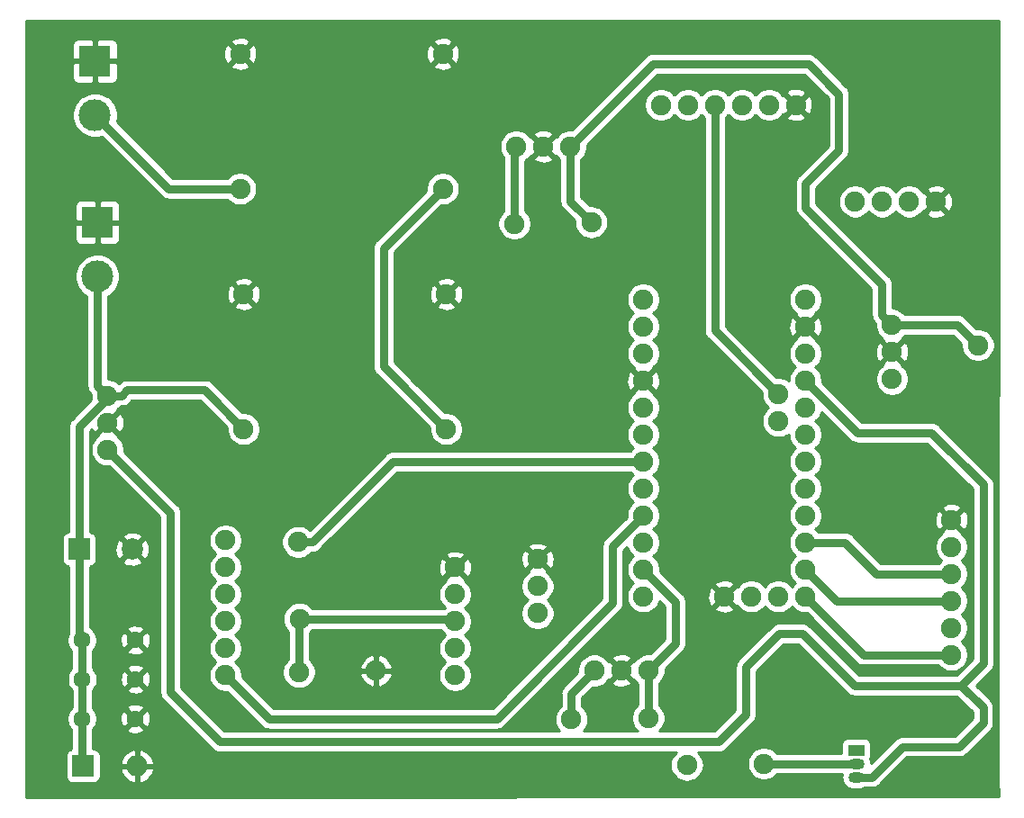
<source format=gbr>
G04 #@! TF.GenerationSoftware,KiCad,Pcbnew,(5.1.4)-1*
G04 #@! TF.CreationDate,2020-02-13T11:16:56-05:00*
G04 #@! TF.ProjectId,DoubLayerSim,446f7562-4c61-4796-9572-53696d2e6b69,rev?*
G04 #@! TF.SameCoordinates,Original*
G04 #@! TF.FileFunction,Copper,L1,Top*
G04 #@! TF.FilePolarity,Positive*
%FSLAX46Y46*%
G04 Gerber Fmt 4.6, Leading zero omitted, Abs format (unit mm)*
G04 Created by KiCad (PCBNEW (5.1.4)-1) date 2020-02-13 11:16:56*
%MOMM*%
%LPD*%
G04 APERTURE LIST*
%ADD10C,1.900000*%
%ADD11O,1.900000X1.900000*%
%ADD12R,3.000000X3.000000*%
%ADD13C,3.000000*%
%ADD14R,2.000000X2.000000*%
%ADD15C,2.000000*%
%ADD16C,1.600000*%
%ADD17O,2.000000X2.000000*%
%ADD18O,1.500000X1.050000*%
%ADD19R,1.500000X1.050000*%
%ADD20C,0.750000*%
%ADD21C,0.254000*%
G04 APERTURE END LIST*
D10*
X204444600Y-76987400D03*
D11*
X168097200Y-65430400D03*
D10*
X160858200Y-65557400D03*
D11*
X140665200Y-102743000D03*
D10*
X140538200Y-95504000D03*
D11*
X147853400Y-107619800D03*
D10*
X140614400Y-107746800D03*
D11*
X166217600Y-112191800D03*
D10*
X173456600Y-112064800D03*
X180594000Y-100634800D03*
X183134000Y-100634800D03*
X185674000Y-100634800D03*
X185674000Y-84124800D03*
X185674000Y-81584800D03*
X188214000Y-100634800D03*
X188214000Y-98094800D03*
X188214000Y-95554800D03*
X188214000Y-93014800D03*
X188214000Y-90474800D03*
X188214000Y-87934800D03*
X188214000Y-85394800D03*
X188214000Y-82854800D03*
X188214000Y-80314800D03*
X188214000Y-77774800D03*
X188214000Y-75234800D03*
X188214000Y-72694800D03*
X172974000Y-100634800D03*
X172974000Y-98094800D03*
X172974000Y-95554800D03*
X172974000Y-93014800D03*
X172974000Y-90474800D03*
X172974000Y-87934800D03*
X172974000Y-85394800D03*
X172974000Y-82854800D03*
X172974000Y-80314800D03*
X172974000Y-77774800D03*
X172974000Y-75234800D03*
X172974000Y-72694800D03*
X163042600Y-97129600D03*
X163042600Y-99669600D03*
X163042600Y-102209600D03*
X196367400Y-80162400D03*
X196367400Y-75082400D03*
X196367400Y-77622400D03*
X187325000Y-54381400D03*
X184785000Y-54381400D03*
X182245000Y-54381400D03*
X179705000Y-54381400D03*
X177165000Y-54381400D03*
X174625000Y-54381400D03*
X163576000Y-58293000D03*
X166116000Y-58293000D03*
X161036000Y-58293000D03*
X173456600Y-107594400D03*
X168376600Y-107594400D03*
X170916600Y-107594400D03*
D12*
X121437400Y-50266600D03*
D13*
X121437400Y-55346600D03*
X121666000Y-70510400D03*
D12*
X121666000Y-65430400D03*
D10*
X201955400Y-106121200D03*
X201955400Y-103581200D03*
X201955400Y-101041200D03*
X201955400Y-98501200D03*
X201955400Y-95961200D03*
X201955400Y-93421200D03*
X135077200Y-49580800D03*
X135077200Y-62280800D03*
X154127200Y-49580800D03*
X154127200Y-62280800D03*
X133705600Y-95351600D03*
X133705600Y-97891600D03*
X133705600Y-100431600D03*
X133705600Y-102971600D03*
X133705600Y-105511600D03*
X133705600Y-108051600D03*
X155295600Y-97891600D03*
X155295600Y-100431600D03*
X155295600Y-102971600D03*
X155295600Y-105511600D03*
X155295600Y-108051600D03*
X122605800Y-86817200D03*
X122605800Y-84277200D03*
X122605800Y-81737200D03*
X135407400Y-72186800D03*
X135407400Y-84886800D03*
X154457400Y-72186800D03*
X154457400Y-84886800D03*
D14*
X119938800Y-96189800D03*
D15*
X124938800Y-96189800D03*
D16*
X120218200Y-104749600D03*
X125218200Y-104749600D03*
X125243600Y-108407200D03*
X120243600Y-108407200D03*
X120218200Y-112141000D03*
X125218200Y-112141000D03*
D14*
X120319800Y-116586000D03*
D17*
X125399800Y-116586000D03*
D10*
X192887600Y-63474600D03*
X197967600Y-63474600D03*
X200507600Y-63474600D03*
X195427600Y-63474600D03*
D18*
X192989200Y-116357400D03*
X192989200Y-117627400D03*
D19*
X192989200Y-115087400D03*
D10*
X184327800Y-116357400D03*
D11*
X177088800Y-116484400D03*
D20*
X179705000Y-75615800D02*
X179705000Y-58013600D01*
X185674000Y-81584800D02*
X179705000Y-75615800D01*
X179705000Y-58013600D02*
X179705000Y-54381400D01*
X193700400Y-106121200D02*
X201955400Y-106121200D01*
X188214000Y-100634800D02*
X193700400Y-106121200D01*
X191160400Y-101041200D02*
X201955400Y-101041200D01*
X188214000Y-98094800D02*
X191160400Y-101041200D01*
X188214000Y-95554800D02*
X191947800Y-95554800D01*
X194894200Y-98501200D02*
X201955400Y-98501200D01*
X191947800Y-95554800D02*
X194894200Y-98501200D01*
X193116200Y-85217000D02*
X188214000Y-80314800D01*
X193116200Y-85217000D02*
X193116200Y-85191600D01*
X165938200Y-58470800D02*
X166116000Y-58293000D01*
X173456600Y-107594400D02*
X173456600Y-112064800D01*
X173456600Y-107594400D02*
X176022000Y-105029000D01*
X176022000Y-101142800D02*
X172974000Y-98094800D01*
X176022000Y-105029000D02*
X176022000Y-101142800D01*
X133705600Y-108051600D02*
X137795000Y-112141000D01*
X159210798Y-112141000D02*
X170103800Y-101247998D01*
X137795000Y-112141000D02*
X159210798Y-112141000D01*
X170103800Y-95885000D02*
X172974000Y-93014800D01*
X170103800Y-101247998D02*
X170103800Y-95885000D01*
X160858200Y-58470800D02*
X161036000Y-58293000D01*
X160858200Y-65557400D02*
X160858200Y-58470800D01*
X128371600Y-62280800D02*
X135077200Y-62280800D01*
X121437400Y-55346600D02*
X128371600Y-62280800D01*
X123949302Y-81737200D02*
X124482702Y-81203800D01*
X122605800Y-81737200D02*
X123949302Y-81737200D01*
X131724400Y-81203800D02*
X135407400Y-84886800D01*
X124482702Y-81203800D02*
X131724400Y-81203800D01*
X121666000Y-80797400D02*
X122605800Y-81737200D01*
X121666000Y-70510400D02*
X121666000Y-80797400D01*
X119938800Y-94439800D02*
X119938800Y-96189800D01*
X119938800Y-84687198D02*
X119938800Y-94439800D01*
X122605800Y-82020198D02*
X119938800Y-84687198D01*
X122605800Y-81737200D02*
X122605800Y-82020198D01*
X119938800Y-104470200D02*
X120218200Y-104749600D01*
X119938800Y-96189800D02*
X119938800Y-104470200D01*
X120218200Y-108381800D02*
X120243600Y-108407200D01*
X120218200Y-104749600D02*
X120218200Y-108381800D01*
X120243600Y-112115600D02*
X120218200Y-112141000D01*
X120243600Y-108407200D02*
X120243600Y-112115600D01*
X120218200Y-116484400D02*
X120319800Y-116586000D01*
X120218200Y-112141000D02*
X120218200Y-116484400D01*
X154127200Y-62280800D02*
X148564600Y-67843400D01*
X148564600Y-78994000D02*
X154457400Y-84886800D01*
X148564600Y-67843400D02*
X148564600Y-78994000D01*
X166116000Y-63449200D02*
X168097200Y-65430400D01*
X166116000Y-58293000D02*
X166116000Y-63449200D01*
X128524000Y-92735400D02*
X122605800Y-86817200D01*
X128524000Y-109652598D02*
X128524000Y-92735400D01*
X133146002Y-114274600D02*
X128524000Y-109652598D01*
X180086000Y-114274600D02*
X133146002Y-114274600D01*
X182626000Y-107264200D02*
X182626000Y-111734600D01*
X193116200Y-85217000D02*
X200075800Y-85217000D01*
X204952600Y-90093800D02*
X204952600Y-106934000D01*
X182626000Y-111734600D02*
X180086000Y-114274600D01*
X187934600Y-104114600D02*
X185775600Y-104114600D01*
X204952600Y-106934000D02*
X202869800Y-109016800D01*
X185775600Y-104114600D02*
X182626000Y-107264200D01*
X200075800Y-85217000D02*
X204952600Y-90093800D01*
X202869800Y-109016800D02*
X192836800Y-109016800D01*
X192836800Y-109016800D02*
X187934600Y-104114600D01*
X194489200Y-117627400D02*
X197358000Y-114758600D01*
X192989200Y-117627400D02*
X194489200Y-117627400D01*
X197358000Y-114758600D02*
X202665200Y-114758600D01*
X202665200Y-114758600D02*
X204927200Y-112496600D01*
X204927200Y-111074200D02*
X202869800Y-109016800D01*
X204927200Y-112496600D02*
X204927200Y-111074200D01*
X171630498Y-87934800D02*
X172974000Y-87934800D01*
X149450902Y-87934800D02*
X171630498Y-87934800D01*
X141881702Y-95504000D02*
X149450902Y-87934800D01*
X140538200Y-95504000D02*
X141881702Y-95504000D01*
X140614400Y-102793800D02*
X140665200Y-102743000D01*
X140614400Y-107746800D02*
X140614400Y-102793800D01*
X155067000Y-102743000D02*
X155295600Y-102971600D01*
X140665200Y-102743000D02*
X155067000Y-102743000D01*
X166217600Y-109753400D02*
X168376600Y-107594400D01*
X166217600Y-112191800D02*
X166217600Y-109753400D01*
X202539600Y-75082400D02*
X196367400Y-75082400D01*
X204444600Y-76987400D02*
X202539600Y-75082400D01*
X195417401Y-74132401D02*
X195417401Y-71236801D01*
X196367400Y-75082400D02*
X195417401Y-74132401D01*
X195417401Y-71236801D02*
X188239400Y-64058800D01*
X188239400Y-64058800D02*
X188239400Y-61772800D01*
X188239400Y-61772800D02*
X191363600Y-58648600D01*
X191363600Y-58648600D02*
X191363600Y-53365400D01*
X191363600Y-53365400D02*
X188518800Y-50520600D01*
X173888400Y-50520600D02*
X166116000Y-58293000D01*
X188518800Y-50520600D02*
X173888400Y-50520600D01*
X184327800Y-116357400D02*
X192989200Y-116357400D01*
D21*
G36*
X206408722Y-46498044D02*
G01*
X206358421Y-117724520D01*
X206358085Y-117728352D01*
X206358398Y-117757752D01*
X206358377Y-117787173D01*
X206358752Y-117791003D01*
X206376564Y-119465375D01*
X115002400Y-119515430D01*
X115002400Y-117736483D01*
X115002434Y-117736134D01*
X115002400Y-117704026D01*
X115002400Y-117670348D01*
X115002364Y-117669982D01*
X114978559Y-95189800D01*
X118308767Y-95189800D01*
X118308767Y-97189800D01*
X118320873Y-97312713D01*
X118356725Y-97430903D01*
X118414947Y-97539828D01*
X118493299Y-97635301D01*
X118588772Y-97713653D01*
X118697697Y-97771875D01*
X118815887Y-97807727D01*
X118936800Y-97819636D01*
X118936801Y-104114240D01*
X118846038Y-104333359D01*
X118791200Y-104609053D01*
X118791200Y-104890147D01*
X118846038Y-105165841D01*
X118953609Y-105425538D01*
X119109776Y-105659260D01*
X119216200Y-105765684D01*
X119216201Y-107416515D01*
X119135176Y-107497540D01*
X118979009Y-107731262D01*
X118871438Y-107990959D01*
X118816600Y-108266653D01*
X118816600Y-108547747D01*
X118871438Y-108823441D01*
X118979009Y-109083138D01*
X119135176Y-109316860D01*
X119241600Y-109423284D01*
X119241601Y-111099515D01*
X119109776Y-111231340D01*
X118953609Y-111465062D01*
X118846038Y-111724759D01*
X118791200Y-112000453D01*
X118791200Y-112281547D01*
X118846038Y-112557241D01*
X118953609Y-112816938D01*
X119109776Y-113050660D01*
X119216200Y-113157084D01*
X119216201Y-114966171D01*
X119196887Y-114968073D01*
X119078697Y-115003925D01*
X118969772Y-115062147D01*
X118874299Y-115140499D01*
X118795947Y-115235972D01*
X118737725Y-115344897D01*
X118701873Y-115463087D01*
X118689767Y-115586000D01*
X118689767Y-117586000D01*
X118701873Y-117708913D01*
X118737725Y-117827103D01*
X118795947Y-117936028D01*
X118874299Y-118031501D01*
X118969772Y-118109853D01*
X119078697Y-118168075D01*
X119196887Y-118203927D01*
X119319800Y-118216033D01*
X121319800Y-118216033D01*
X121442713Y-118203927D01*
X121560903Y-118168075D01*
X121669828Y-118109853D01*
X121765301Y-118031501D01*
X121843653Y-117936028D01*
X121901875Y-117827103D01*
X121937727Y-117708913D01*
X121949833Y-117586000D01*
X121949833Y-116966434D01*
X123809676Y-116966434D01*
X123866298Y-117153107D01*
X124006401Y-117441382D01*
X124200052Y-117696785D01*
X124439808Y-117909501D01*
X124716456Y-118071356D01*
X125019365Y-118176129D01*
X125272800Y-118057315D01*
X125272800Y-116713000D01*
X125526800Y-116713000D01*
X125526800Y-118057315D01*
X125780235Y-118176129D01*
X126083144Y-118071356D01*
X126359792Y-117909501D01*
X126599548Y-117696785D01*
X126793199Y-117441382D01*
X126933302Y-117153107D01*
X126989924Y-116966434D01*
X126870577Y-116713000D01*
X125526800Y-116713000D01*
X125272800Y-116713000D01*
X123929023Y-116713000D01*
X123809676Y-116966434D01*
X121949833Y-116966434D01*
X121949833Y-116205566D01*
X123809676Y-116205566D01*
X123929023Y-116459000D01*
X125272800Y-116459000D01*
X125272800Y-115114685D01*
X125526800Y-115114685D01*
X125526800Y-116459000D01*
X126870577Y-116459000D01*
X126989924Y-116205566D01*
X126933302Y-116018893D01*
X126793199Y-115730618D01*
X126599548Y-115475215D01*
X126359792Y-115262499D01*
X126083144Y-115100644D01*
X125780235Y-114995871D01*
X125526800Y-115114685D01*
X125272800Y-115114685D01*
X125019365Y-114995871D01*
X124716456Y-115100644D01*
X124439808Y-115262499D01*
X124200052Y-115475215D01*
X124006401Y-115730618D01*
X123866298Y-116018893D01*
X123809676Y-116205566D01*
X121949833Y-116205566D01*
X121949833Y-115586000D01*
X121937727Y-115463087D01*
X121901875Y-115344897D01*
X121843653Y-115235972D01*
X121765301Y-115140499D01*
X121669828Y-115062147D01*
X121560903Y-115003925D01*
X121442713Y-114968073D01*
X121319800Y-114955967D01*
X121220200Y-114955967D01*
X121220200Y-113157084D01*
X121243582Y-113133702D01*
X124405103Y-113133702D01*
X124476686Y-113377671D01*
X124732196Y-113498571D01*
X125006384Y-113567300D01*
X125288712Y-113581217D01*
X125568330Y-113539787D01*
X125834492Y-113444603D01*
X125959714Y-113377671D01*
X126031297Y-113133702D01*
X125218200Y-112320605D01*
X124405103Y-113133702D01*
X121243582Y-113133702D01*
X121326624Y-113050660D01*
X121482791Y-112816938D01*
X121590362Y-112557241D01*
X121645200Y-112281547D01*
X121645200Y-112211512D01*
X123777983Y-112211512D01*
X123819413Y-112491130D01*
X123914597Y-112757292D01*
X123981529Y-112882514D01*
X124225498Y-112954097D01*
X125038595Y-112141000D01*
X125397805Y-112141000D01*
X126210902Y-112954097D01*
X126454871Y-112882514D01*
X126575771Y-112627004D01*
X126644500Y-112352816D01*
X126658417Y-112070488D01*
X126616987Y-111790870D01*
X126521803Y-111524708D01*
X126454871Y-111399486D01*
X126210902Y-111327903D01*
X125397805Y-112141000D01*
X125038595Y-112141000D01*
X124225498Y-111327903D01*
X123981529Y-111399486D01*
X123860629Y-111654996D01*
X123791900Y-111929184D01*
X123777983Y-112211512D01*
X121645200Y-112211512D01*
X121645200Y-112000453D01*
X121590362Y-111724759D01*
X121482791Y-111465062D01*
X121326624Y-111231340D01*
X121245600Y-111150316D01*
X121245600Y-111148298D01*
X124405103Y-111148298D01*
X125218200Y-111961395D01*
X126031297Y-111148298D01*
X125959714Y-110904329D01*
X125704204Y-110783429D01*
X125430016Y-110714700D01*
X125147688Y-110700783D01*
X124868070Y-110742213D01*
X124601908Y-110837397D01*
X124476686Y-110904329D01*
X124405103Y-111148298D01*
X121245600Y-111148298D01*
X121245600Y-109423284D01*
X121268982Y-109399902D01*
X124430503Y-109399902D01*
X124502086Y-109643871D01*
X124757596Y-109764771D01*
X125031784Y-109833500D01*
X125314112Y-109847417D01*
X125593730Y-109805987D01*
X125859892Y-109710803D01*
X125985114Y-109643871D01*
X126056697Y-109399902D01*
X125243600Y-108586805D01*
X124430503Y-109399902D01*
X121268982Y-109399902D01*
X121352024Y-109316860D01*
X121508191Y-109083138D01*
X121615762Y-108823441D01*
X121670600Y-108547747D01*
X121670600Y-108477712D01*
X123803383Y-108477712D01*
X123844813Y-108757330D01*
X123939997Y-109023492D01*
X124006929Y-109148714D01*
X124250898Y-109220297D01*
X125063995Y-108407200D01*
X125423205Y-108407200D01*
X126236302Y-109220297D01*
X126480271Y-109148714D01*
X126601171Y-108893204D01*
X126669900Y-108619016D01*
X126683817Y-108336688D01*
X126642387Y-108057070D01*
X126547203Y-107790908D01*
X126480271Y-107665686D01*
X126236302Y-107594103D01*
X125423205Y-108407200D01*
X125063995Y-108407200D01*
X124250898Y-107594103D01*
X124006929Y-107665686D01*
X123886029Y-107921196D01*
X123817300Y-108195384D01*
X123803383Y-108477712D01*
X121670600Y-108477712D01*
X121670600Y-108266653D01*
X121615762Y-107990959D01*
X121508191Y-107731262D01*
X121352024Y-107497540D01*
X121268982Y-107414498D01*
X124430503Y-107414498D01*
X125243600Y-108227595D01*
X126056697Y-107414498D01*
X125985114Y-107170529D01*
X125729604Y-107049629D01*
X125455416Y-106980900D01*
X125173088Y-106966983D01*
X124893470Y-107008413D01*
X124627308Y-107103597D01*
X124502086Y-107170529D01*
X124430503Y-107414498D01*
X121268982Y-107414498D01*
X121220200Y-107365716D01*
X121220200Y-105765684D01*
X121243582Y-105742302D01*
X124405103Y-105742302D01*
X124476686Y-105986271D01*
X124732196Y-106107171D01*
X125006384Y-106175900D01*
X125288712Y-106189817D01*
X125568330Y-106148387D01*
X125834492Y-106053203D01*
X125959714Y-105986271D01*
X126031297Y-105742302D01*
X125218200Y-104929205D01*
X124405103Y-105742302D01*
X121243582Y-105742302D01*
X121326624Y-105659260D01*
X121482791Y-105425538D01*
X121590362Y-105165841D01*
X121645200Y-104890147D01*
X121645200Y-104820112D01*
X123777983Y-104820112D01*
X123819413Y-105099730D01*
X123914597Y-105365892D01*
X123981529Y-105491114D01*
X124225498Y-105562697D01*
X125038595Y-104749600D01*
X125397805Y-104749600D01*
X126210902Y-105562697D01*
X126454871Y-105491114D01*
X126575771Y-105235604D01*
X126644500Y-104961416D01*
X126658417Y-104679088D01*
X126616987Y-104399470D01*
X126521803Y-104133308D01*
X126454871Y-104008086D01*
X126210902Y-103936503D01*
X125397805Y-104749600D01*
X125038595Y-104749600D01*
X124225498Y-103936503D01*
X123981529Y-104008086D01*
X123860629Y-104263596D01*
X123791900Y-104537784D01*
X123777983Y-104820112D01*
X121645200Y-104820112D01*
X121645200Y-104609053D01*
X121590362Y-104333359D01*
X121482791Y-104073662D01*
X121326624Y-103839940D01*
X121243582Y-103756898D01*
X124405103Y-103756898D01*
X125218200Y-104569995D01*
X126031297Y-103756898D01*
X125959714Y-103512929D01*
X125704204Y-103392029D01*
X125430016Y-103323300D01*
X125147688Y-103309383D01*
X124868070Y-103350813D01*
X124601908Y-103445997D01*
X124476686Y-103512929D01*
X124405103Y-103756898D01*
X121243582Y-103756898D01*
X121127860Y-103641176D01*
X120940800Y-103516187D01*
X120940800Y-97819636D01*
X121061713Y-97807727D01*
X121179903Y-97771875D01*
X121288828Y-97713653D01*
X121384301Y-97635301D01*
X121462653Y-97539828D01*
X121520875Y-97430903D01*
X121552935Y-97325213D01*
X123982992Y-97325213D01*
X124078756Y-97589614D01*
X124368371Y-97730504D01*
X124679908Y-97812184D01*
X125001395Y-97831518D01*
X125320475Y-97787761D01*
X125624888Y-97682595D01*
X125798844Y-97589614D01*
X125894608Y-97325213D01*
X124938800Y-96369405D01*
X123982992Y-97325213D01*
X121552935Y-97325213D01*
X121556727Y-97312713D01*
X121568833Y-97189800D01*
X121568833Y-96252395D01*
X123297082Y-96252395D01*
X123340839Y-96571475D01*
X123446005Y-96875888D01*
X123538986Y-97049844D01*
X123803387Y-97145608D01*
X124759195Y-96189800D01*
X125118405Y-96189800D01*
X126074213Y-97145608D01*
X126338614Y-97049844D01*
X126479504Y-96760229D01*
X126561184Y-96448692D01*
X126580518Y-96127205D01*
X126536761Y-95808125D01*
X126431595Y-95503712D01*
X126338614Y-95329756D01*
X126074213Y-95233992D01*
X125118405Y-96189800D01*
X124759195Y-96189800D01*
X123803387Y-95233992D01*
X123538986Y-95329756D01*
X123398096Y-95619371D01*
X123316416Y-95930908D01*
X123297082Y-96252395D01*
X121568833Y-96252395D01*
X121568833Y-95189800D01*
X121556727Y-95066887D01*
X121552936Y-95054387D01*
X123982992Y-95054387D01*
X124938800Y-96010195D01*
X125894608Y-95054387D01*
X125798844Y-94789986D01*
X125509229Y-94649096D01*
X125197692Y-94567416D01*
X124876205Y-94548082D01*
X124557125Y-94591839D01*
X124252712Y-94697005D01*
X124078756Y-94789986D01*
X123982992Y-95054387D01*
X121552936Y-95054387D01*
X121520875Y-94948697D01*
X121462653Y-94839772D01*
X121384301Y-94744299D01*
X121288828Y-94665947D01*
X121179903Y-94607725D01*
X121061713Y-94571873D01*
X120940800Y-94559964D01*
X120940800Y-86661879D01*
X121028800Y-86661879D01*
X121028800Y-86972521D01*
X121089404Y-87277194D01*
X121208281Y-87564189D01*
X121380864Y-87822479D01*
X121600521Y-88042136D01*
X121858811Y-88214719D01*
X122145806Y-88333596D01*
X122450479Y-88394200D01*
X122761121Y-88394200D01*
X122764989Y-88393431D01*
X127522001Y-93150443D01*
X127522000Y-109603382D01*
X127517153Y-109652598D01*
X127522000Y-109701814D01*
X127522000Y-109701820D01*
X127534524Y-109828985D01*
X127536498Y-109849024D01*
X127583602Y-110004302D01*
X127593794Y-110037901D01*
X127686836Y-110211973D01*
X127812051Y-110364547D01*
X127850291Y-110395930D01*
X132402675Y-114948315D01*
X132434053Y-114986549D01*
X132586627Y-115111764D01*
X132760698Y-115204806D01*
X132949575Y-115262102D01*
X132967759Y-115263893D01*
X133096779Y-115276600D01*
X133096786Y-115276600D01*
X133146002Y-115281447D01*
X133195218Y-115276600D01*
X176074669Y-115276600D01*
X175968297Y-115363897D01*
X175771228Y-115604027D01*
X175624793Y-115877988D01*
X175534618Y-116175254D01*
X175504170Y-116484400D01*
X175534618Y-116793546D01*
X175624793Y-117090812D01*
X175771228Y-117364773D01*
X175968297Y-117604903D01*
X176208427Y-117801972D01*
X176482388Y-117948407D01*
X176779654Y-118038582D01*
X177011331Y-118061400D01*
X177166269Y-118061400D01*
X177397946Y-118038582D01*
X177695212Y-117948407D01*
X177969173Y-117801972D01*
X178209303Y-117604903D01*
X178406372Y-117364773D01*
X178552807Y-117090812D01*
X178642982Y-116793546D01*
X178673430Y-116484400D01*
X178642982Y-116175254D01*
X178552807Y-115877988D01*
X178406372Y-115604027D01*
X178209303Y-115363897D01*
X178102931Y-115276600D01*
X180036784Y-115276600D01*
X180086000Y-115281447D01*
X180135216Y-115276600D01*
X180135223Y-115276600D01*
X180282426Y-115262102D01*
X180471304Y-115204806D01*
X180645375Y-115111764D01*
X180797949Y-114986549D01*
X180829332Y-114948309D01*
X183299715Y-112477927D01*
X183337949Y-112446549D01*
X183463164Y-112293975D01*
X183556206Y-112119904D01*
X183613502Y-111931026D01*
X183628000Y-111783823D01*
X183628000Y-111783814D01*
X183632847Y-111734601D01*
X183628000Y-111685388D01*
X183628000Y-107679241D01*
X186190642Y-105116600D01*
X187519559Y-105116600D01*
X192093473Y-109690515D01*
X192124851Y-109728749D01*
X192277425Y-109853964D01*
X192451496Y-109947006D01*
X192640373Y-110004302D01*
X192836800Y-110023648D01*
X192886023Y-110018800D01*
X202454759Y-110018800D01*
X203925201Y-111489243D01*
X203925200Y-112081558D01*
X202250159Y-113756600D01*
X197407223Y-113756600D01*
X197358000Y-113751752D01*
X197161573Y-113771098D01*
X196972696Y-113828394D01*
X196798625Y-113921436D01*
X196646051Y-114046651D01*
X196614673Y-114084885D01*
X194369119Y-116330440D01*
X194349532Y-116131569D01*
X194285490Y-115920452D01*
X194321275Y-115853503D01*
X194357127Y-115735313D01*
X194369233Y-115612400D01*
X194369233Y-114562400D01*
X194357127Y-114439487D01*
X194321275Y-114321297D01*
X194263053Y-114212372D01*
X194184701Y-114116899D01*
X194089228Y-114038547D01*
X193980303Y-113980325D01*
X193862113Y-113944473D01*
X193739200Y-113932367D01*
X192239200Y-113932367D01*
X192116287Y-113944473D01*
X191998097Y-113980325D01*
X191889172Y-114038547D01*
X191793699Y-114116899D01*
X191715347Y-114212372D01*
X191657125Y-114321297D01*
X191621273Y-114439487D01*
X191609167Y-114562400D01*
X191609167Y-115355400D01*
X185554927Y-115355400D01*
X185552736Y-115352121D01*
X185333079Y-115132464D01*
X185074789Y-114959881D01*
X184787794Y-114841004D01*
X184483121Y-114780400D01*
X184172479Y-114780400D01*
X183867806Y-114841004D01*
X183580811Y-114959881D01*
X183322521Y-115132464D01*
X183102864Y-115352121D01*
X182930281Y-115610411D01*
X182811404Y-115897406D01*
X182750800Y-116202079D01*
X182750800Y-116512721D01*
X182811404Y-116817394D01*
X182930281Y-117104389D01*
X183102864Y-117362679D01*
X183322521Y-117582336D01*
X183580811Y-117754919D01*
X183867806Y-117873796D01*
X184172479Y-117934400D01*
X184483121Y-117934400D01*
X184787794Y-117873796D01*
X185074789Y-117754919D01*
X185333079Y-117582336D01*
X185552736Y-117362679D01*
X185554927Y-117359400D01*
X191641660Y-117359400D01*
X191628868Y-117401569D01*
X191606626Y-117627400D01*
X191628868Y-117853231D01*
X191694741Y-118070384D01*
X191801712Y-118270514D01*
X191945672Y-118445928D01*
X192121086Y-118589888D01*
X192321216Y-118696859D01*
X192538369Y-118762732D01*
X192707605Y-118779400D01*
X193270795Y-118779400D01*
X193440031Y-118762732D01*
X193657184Y-118696859D01*
X193783392Y-118629400D01*
X194439984Y-118629400D01*
X194489200Y-118634247D01*
X194538416Y-118629400D01*
X194538423Y-118629400D01*
X194685626Y-118614902D01*
X194874504Y-118557606D01*
X195048575Y-118464564D01*
X195201149Y-118339349D01*
X195232532Y-118301109D01*
X197773042Y-115760600D01*
X202615984Y-115760600D01*
X202665200Y-115765447D01*
X202714416Y-115760600D01*
X202714423Y-115760600D01*
X202861626Y-115746102D01*
X203050504Y-115688806D01*
X203224575Y-115595764D01*
X203377149Y-115470549D01*
X203408532Y-115432309D01*
X205600915Y-113239927D01*
X205639149Y-113208549D01*
X205764364Y-113055975D01*
X205857406Y-112881904D01*
X205914702Y-112693026D01*
X205929200Y-112545823D01*
X205929200Y-112545817D01*
X205934047Y-112496601D01*
X205929200Y-112447385D01*
X205929200Y-111123416D01*
X205934047Y-111074200D01*
X205929200Y-111024984D01*
X205929200Y-111024977D01*
X205914702Y-110877774D01*
X205913627Y-110874228D01*
X205857406Y-110688896D01*
X205831324Y-110640100D01*
X205764364Y-110514825D01*
X205639149Y-110362251D01*
X205600915Y-110330873D01*
X204286841Y-109016800D01*
X205626315Y-107677327D01*
X205664549Y-107645949D01*
X205789764Y-107493375D01*
X205882806Y-107319304D01*
X205927937Y-107170529D01*
X205940102Y-107130427D01*
X205946272Y-107067775D01*
X205954600Y-106983223D01*
X205954600Y-106983217D01*
X205959447Y-106934001D01*
X205954600Y-106884785D01*
X205954600Y-90143023D01*
X205959448Y-90093800D01*
X205940102Y-89897373D01*
X205882806Y-89708496D01*
X205789764Y-89534425D01*
X205664549Y-89381851D01*
X205626315Y-89350473D01*
X200819132Y-84543291D01*
X200787749Y-84505051D01*
X200635175Y-84379836D01*
X200461104Y-84286794D01*
X200272226Y-84229498D01*
X200125023Y-84215000D01*
X200125016Y-84215000D01*
X200075800Y-84210153D01*
X200026584Y-84215000D01*
X193531242Y-84215000D01*
X189790231Y-80473989D01*
X189791000Y-80470121D01*
X189791000Y-80159479D01*
X189760686Y-80007079D01*
X194790400Y-80007079D01*
X194790400Y-80317721D01*
X194851004Y-80622394D01*
X194969881Y-80909389D01*
X195142464Y-81167679D01*
X195362121Y-81387336D01*
X195620411Y-81559919D01*
X195907406Y-81678796D01*
X196212079Y-81739400D01*
X196522721Y-81739400D01*
X196827394Y-81678796D01*
X197114389Y-81559919D01*
X197372679Y-81387336D01*
X197592336Y-81167679D01*
X197764919Y-80909389D01*
X197883796Y-80622394D01*
X197944400Y-80317721D01*
X197944400Y-80007079D01*
X197883796Y-79702406D01*
X197764919Y-79415411D01*
X197592336Y-79157121D01*
X197372679Y-78937464D01*
X197243019Y-78850828D01*
X197287547Y-78722152D01*
X196367400Y-77802005D01*
X195447253Y-78722152D01*
X195491781Y-78850828D01*
X195362121Y-78937464D01*
X195142464Y-79157121D01*
X194969881Y-79415411D01*
X194851004Y-79702406D01*
X194790400Y-80007079D01*
X189760686Y-80007079D01*
X189730396Y-79854806D01*
X189611519Y-79567811D01*
X189438936Y-79309521D01*
X189219279Y-79089864D01*
X189151836Y-79044800D01*
X189219279Y-78999736D01*
X189438936Y-78780079D01*
X189611519Y-78521789D01*
X189730396Y-78234794D01*
X189791000Y-77930121D01*
X189791000Y-77686973D01*
X194776041Y-77686973D01*
X194819216Y-77996191D01*
X194921887Y-78291044D01*
X195008358Y-78452821D01*
X195267648Y-78542547D01*
X196187795Y-77622400D01*
X196547005Y-77622400D01*
X197467152Y-78542547D01*
X197726442Y-78452821D01*
X197862335Y-78171729D01*
X197940779Y-77869527D01*
X197958759Y-77557827D01*
X197915584Y-77248609D01*
X197812913Y-76953756D01*
X197726442Y-76791979D01*
X197467152Y-76702253D01*
X196547005Y-77622400D01*
X196187795Y-77622400D01*
X195267648Y-76702253D01*
X195008358Y-76791979D01*
X194872465Y-77073071D01*
X194794021Y-77375273D01*
X194776041Y-77686973D01*
X189791000Y-77686973D01*
X189791000Y-77619479D01*
X189730396Y-77314806D01*
X189611519Y-77027811D01*
X189438936Y-76769521D01*
X189219279Y-76549864D01*
X189089619Y-76463228D01*
X189134147Y-76334552D01*
X188214000Y-75414405D01*
X187293853Y-76334552D01*
X187338381Y-76463228D01*
X187208721Y-76549864D01*
X186989064Y-76769521D01*
X186816481Y-77027811D01*
X186697604Y-77314806D01*
X186637000Y-77619479D01*
X186637000Y-77930121D01*
X186697604Y-78234794D01*
X186816481Y-78521789D01*
X186989064Y-78780079D01*
X187208721Y-78999736D01*
X187276164Y-79044800D01*
X187208721Y-79089864D01*
X186989064Y-79309521D01*
X186816481Y-79567811D01*
X186697604Y-79854806D01*
X186637000Y-80159479D01*
X186637000Y-80331614D01*
X186420989Y-80187281D01*
X186133994Y-80068404D01*
X185829321Y-80007800D01*
X185518679Y-80007800D01*
X185514811Y-80008569D01*
X180805615Y-75299373D01*
X186622641Y-75299373D01*
X186665816Y-75608591D01*
X186768487Y-75903444D01*
X186854958Y-76065221D01*
X187114248Y-76154947D01*
X188034395Y-75234800D01*
X188393605Y-75234800D01*
X189313752Y-76154947D01*
X189573042Y-76065221D01*
X189708935Y-75784129D01*
X189787379Y-75481927D01*
X189805359Y-75170227D01*
X189762184Y-74861009D01*
X189659513Y-74566156D01*
X189573042Y-74404379D01*
X189313752Y-74314653D01*
X188393605Y-75234800D01*
X188034395Y-75234800D01*
X187114248Y-74314653D01*
X186854958Y-74404379D01*
X186719065Y-74685471D01*
X186640621Y-74987673D01*
X186622641Y-75299373D01*
X180805615Y-75299373D01*
X180707000Y-75200759D01*
X180707000Y-72539479D01*
X186637000Y-72539479D01*
X186637000Y-72850121D01*
X186697604Y-73154794D01*
X186816481Y-73441789D01*
X186989064Y-73700079D01*
X187208721Y-73919736D01*
X187338381Y-74006372D01*
X187293853Y-74135048D01*
X188214000Y-75055195D01*
X189134147Y-74135048D01*
X189089619Y-74006372D01*
X189219279Y-73919736D01*
X189438936Y-73700079D01*
X189611519Y-73441789D01*
X189730396Y-73154794D01*
X189791000Y-72850121D01*
X189791000Y-72539479D01*
X189730396Y-72234806D01*
X189611519Y-71947811D01*
X189438936Y-71689521D01*
X189219279Y-71469864D01*
X188960989Y-71297281D01*
X188673994Y-71178404D01*
X188369321Y-71117800D01*
X188058679Y-71117800D01*
X187754006Y-71178404D01*
X187467011Y-71297281D01*
X187208721Y-71469864D01*
X186989064Y-71689521D01*
X186816481Y-71947811D01*
X186697604Y-72234806D01*
X186637000Y-72539479D01*
X180707000Y-72539479D01*
X180707000Y-55608527D01*
X180710279Y-55606336D01*
X180929936Y-55386679D01*
X180975000Y-55319236D01*
X181020064Y-55386679D01*
X181239721Y-55606336D01*
X181498011Y-55778919D01*
X181785006Y-55897796D01*
X182089679Y-55958400D01*
X182400321Y-55958400D01*
X182704994Y-55897796D01*
X182991989Y-55778919D01*
X183250279Y-55606336D01*
X183469936Y-55386679D01*
X183515000Y-55319236D01*
X183560064Y-55386679D01*
X183779721Y-55606336D01*
X184038011Y-55778919D01*
X184325006Y-55897796D01*
X184629679Y-55958400D01*
X184940321Y-55958400D01*
X185244994Y-55897796D01*
X185531989Y-55778919D01*
X185790279Y-55606336D01*
X185915463Y-55481152D01*
X186404853Y-55481152D01*
X186494579Y-55740442D01*
X186775671Y-55876335D01*
X187077873Y-55954779D01*
X187389573Y-55972759D01*
X187698791Y-55929584D01*
X187993644Y-55826913D01*
X188155421Y-55740442D01*
X188245147Y-55481152D01*
X187325000Y-54561005D01*
X186404853Y-55481152D01*
X185915463Y-55481152D01*
X186009936Y-55386679D01*
X186096572Y-55257019D01*
X186225248Y-55301547D01*
X187145395Y-54381400D01*
X187504605Y-54381400D01*
X188424752Y-55301547D01*
X188684042Y-55211821D01*
X188819935Y-54930729D01*
X188898379Y-54628527D01*
X188916359Y-54316827D01*
X188873184Y-54007609D01*
X188770513Y-53712756D01*
X188684042Y-53550979D01*
X188424752Y-53461253D01*
X187504605Y-54381400D01*
X187145395Y-54381400D01*
X186225248Y-53461253D01*
X186096572Y-53505781D01*
X186009936Y-53376121D01*
X185915463Y-53281648D01*
X186404853Y-53281648D01*
X187325000Y-54201795D01*
X188245147Y-53281648D01*
X188155421Y-53022358D01*
X187874329Y-52886465D01*
X187572127Y-52808021D01*
X187260427Y-52790041D01*
X186951209Y-52833216D01*
X186656356Y-52935887D01*
X186494579Y-53022358D01*
X186404853Y-53281648D01*
X185915463Y-53281648D01*
X185790279Y-53156464D01*
X185531989Y-52983881D01*
X185244994Y-52865004D01*
X184940321Y-52804400D01*
X184629679Y-52804400D01*
X184325006Y-52865004D01*
X184038011Y-52983881D01*
X183779721Y-53156464D01*
X183560064Y-53376121D01*
X183515000Y-53443564D01*
X183469936Y-53376121D01*
X183250279Y-53156464D01*
X182991989Y-52983881D01*
X182704994Y-52865004D01*
X182400321Y-52804400D01*
X182089679Y-52804400D01*
X181785006Y-52865004D01*
X181498011Y-52983881D01*
X181239721Y-53156464D01*
X181020064Y-53376121D01*
X180975000Y-53443564D01*
X180929936Y-53376121D01*
X180710279Y-53156464D01*
X180451989Y-52983881D01*
X180164994Y-52865004D01*
X179860321Y-52804400D01*
X179549679Y-52804400D01*
X179245006Y-52865004D01*
X178958011Y-52983881D01*
X178699721Y-53156464D01*
X178480064Y-53376121D01*
X178435000Y-53443564D01*
X178389936Y-53376121D01*
X178170279Y-53156464D01*
X177911989Y-52983881D01*
X177624994Y-52865004D01*
X177320321Y-52804400D01*
X177009679Y-52804400D01*
X176705006Y-52865004D01*
X176418011Y-52983881D01*
X176159721Y-53156464D01*
X175940064Y-53376121D01*
X175895000Y-53443564D01*
X175849936Y-53376121D01*
X175630279Y-53156464D01*
X175371989Y-52983881D01*
X175084994Y-52865004D01*
X174780321Y-52804400D01*
X174469679Y-52804400D01*
X174165006Y-52865004D01*
X173878011Y-52983881D01*
X173619721Y-53156464D01*
X173400064Y-53376121D01*
X173227481Y-53634411D01*
X173108604Y-53921406D01*
X173048000Y-54226079D01*
X173048000Y-54536721D01*
X173108604Y-54841394D01*
X173227481Y-55128389D01*
X173400064Y-55386679D01*
X173619721Y-55606336D01*
X173878011Y-55778919D01*
X174165006Y-55897796D01*
X174469679Y-55958400D01*
X174780321Y-55958400D01*
X175084994Y-55897796D01*
X175371989Y-55778919D01*
X175630279Y-55606336D01*
X175849936Y-55386679D01*
X175895000Y-55319236D01*
X175940064Y-55386679D01*
X176159721Y-55606336D01*
X176418011Y-55778919D01*
X176705006Y-55897796D01*
X177009679Y-55958400D01*
X177320321Y-55958400D01*
X177624994Y-55897796D01*
X177911989Y-55778919D01*
X178170279Y-55606336D01*
X178389936Y-55386679D01*
X178435000Y-55319236D01*
X178480064Y-55386679D01*
X178699721Y-55606336D01*
X178703001Y-55608527D01*
X178703000Y-58062822D01*
X178703001Y-58062832D01*
X178703000Y-75566584D01*
X178698153Y-75615800D01*
X178703000Y-75665016D01*
X178703000Y-75665022D01*
X178711972Y-75756115D01*
X178717498Y-75812226D01*
X178745169Y-75903444D01*
X178774794Y-76001103D01*
X178867836Y-76175175D01*
X178993051Y-76327749D01*
X179031291Y-76359132D01*
X184097769Y-81425611D01*
X184097000Y-81429479D01*
X184097000Y-81740121D01*
X184157604Y-82044794D01*
X184276481Y-82331789D01*
X184449064Y-82590079D01*
X184668721Y-82809736D01*
X184736164Y-82854800D01*
X184668721Y-82899864D01*
X184449064Y-83119521D01*
X184276481Y-83377811D01*
X184157604Y-83664806D01*
X184097000Y-83969479D01*
X184097000Y-84280121D01*
X184157604Y-84584794D01*
X184276481Y-84871789D01*
X184449064Y-85130079D01*
X184668721Y-85349736D01*
X184927011Y-85522319D01*
X185214006Y-85641196D01*
X185518679Y-85701800D01*
X185829321Y-85701800D01*
X186133994Y-85641196D01*
X186420989Y-85522319D01*
X186637000Y-85377986D01*
X186637000Y-85550121D01*
X186697604Y-85854794D01*
X186816481Y-86141789D01*
X186989064Y-86400079D01*
X187208721Y-86619736D01*
X187276164Y-86664800D01*
X187208721Y-86709864D01*
X186989064Y-86929521D01*
X186816481Y-87187811D01*
X186697604Y-87474806D01*
X186637000Y-87779479D01*
X186637000Y-88090121D01*
X186697604Y-88394794D01*
X186816481Y-88681789D01*
X186989064Y-88940079D01*
X187208721Y-89159736D01*
X187276164Y-89204800D01*
X187208721Y-89249864D01*
X186989064Y-89469521D01*
X186816481Y-89727811D01*
X186697604Y-90014806D01*
X186637000Y-90319479D01*
X186637000Y-90630121D01*
X186697604Y-90934794D01*
X186816481Y-91221789D01*
X186989064Y-91480079D01*
X187208721Y-91699736D01*
X187276164Y-91744800D01*
X187208721Y-91789864D01*
X186989064Y-92009521D01*
X186816481Y-92267811D01*
X186697604Y-92554806D01*
X186637000Y-92859479D01*
X186637000Y-93170121D01*
X186697604Y-93474794D01*
X186816481Y-93761789D01*
X186989064Y-94020079D01*
X187208721Y-94239736D01*
X187276164Y-94284800D01*
X187208721Y-94329864D01*
X186989064Y-94549521D01*
X186816481Y-94807811D01*
X186697604Y-95094806D01*
X186637000Y-95399479D01*
X186637000Y-95710121D01*
X186697604Y-96014794D01*
X186816481Y-96301789D01*
X186989064Y-96560079D01*
X187208721Y-96779736D01*
X187276164Y-96824800D01*
X187208721Y-96869864D01*
X186989064Y-97089521D01*
X186816481Y-97347811D01*
X186697604Y-97634806D01*
X186637000Y-97939479D01*
X186637000Y-98250121D01*
X186697604Y-98554794D01*
X186816481Y-98841789D01*
X186989064Y-99100079D01*
X187208721Y-99319736D01*
X187276164Y-99364800D01*
X187208721Y-99409864D01*
X186989064Y-99629521D01*
X186944000Y-99696964D01*
X186898936Y-99629521D01*
X186679279Y-99409864D01*
X186420989Y-99237281D01*
X186133994Y-99118404D01*
X185829321Y-99057800D01*
X185518679Y-99057800D01*
X185214006Y-99118404D01*
X184927011Y-99237281D01*
X184668721Y-99409864D01*
X184449064Y-99629521D01*
X184404000Y-99696964D01*
X184358936Y-99629521D01*
X184139279Y-99409864D01*
X183880989Y-99237281D01*
X183593994Y-99118404D01*
X183289321Y-99057800D01*
X182978679Y-99057800D01*
X182674006Y-99118404D01*
X182387011Y-99237281D01*
X182128721Y-99409864D01*
X181909064Y-99629521D01*
X181822428Y-99759181D01*
X181693752Y-99714653D01*
X180773605Y-100634800D01*
X181693752Y-101554947D01*
X181822428Y-101510419D01*
X181909064Y-101640079D01*
X182128721Y-101859736D01*
X182387011Y-102032319D01*
X182674006Y-102151196D01*
X182978679Y-102211800D01*
X183289321Y-102211800D01*
X183593994Y-102151196D01*
X183880989Y-102032319D01*
X184139279Y-101859736D01*
X184358936Y-101640079D01*
X184404000Y-101572636D01*
X184449064Y-101640079D01*
X184668721Y-101859736D01*
X184927011Y-102032319D01*
X185214006Y-102151196D01*
X185518679Y-102211800D01*
X185829321Y-102211800D01*
X186133994Y-102151196D01*
X186420989Y-102032319D01*
X186679279Y-101859736D01*
X186898936Y-101640079D01*
X186944000Y-101572636D01*
X186989064Y-101640079D01*
X187208721Y-101859736D01*
X187467011Y-102032319D01*
X187754006Y-102151196D01*
X188058679Y-102211800D01*
X188369321Y-102211800D01*
X188373189Y-102211031D01*
X192957073Y-106794915D01*
X192988451Y-106833149D01*
X193141025Y-106958364D01*
X193315096Y-107051406D01*
X193503974Y-107108702D01*
X193651177Y-107123200D01*
X193651186Y-107123200D01*
X193700399Y-107128047D01*
X193749612Y-107123200D01*
X200728273Y-107123200D01*
X200730464Y-107126479D01*
X200950121Y-107346136D01*
X201208411Y-107518719D01*
X201495406Y-107637596D01*
X201800079Y-107698200D01*
X202110721Y-107698200D01*
X202415394Y-107637596D01*
X202702389Y-107518719D01*
X202960679Y-107346136D01*
X203180336Y-107126479D01*
X203352919Y-106868189D01*
X203471796Y-106581194D01*
X203532400Y-106276521D01*
X203532400Y-105965879D01*
X203471796Y-105661206D01*
X203352919Y-105374211D01*
X203180336Y-105115921D01*
X202960679Y-104896264D01*
X202893236Y-104851200D01*
X202960679Y-104806136D01*
X203180336Y-104586479D01*
X203352919Y-104328189D01*
X203471796Y-104041194D01*
X203532400Y-103736521D01*
X203532400Y-103425879D01*
X203471796Y-103121206D01*
X203352919Y-102834211D01*
X203180336Y-102575921D01*
X202960679Y-102356264D01*
X202893236Y-102311200D01*
X202960679Y-102266136D01*
X203180336Y-102046479D01*
X203352919Y-101788189D01*
X203471796Y-101501194D01*
X203532400Y-101196521D01*
X203532400Y-100885879D01*
X203471796Y-100581206D01*
X203352919Y-100294211D01*
X203180336Y-100035921D01*
X202960679Y-99816264D01*
X202893236Y-99771200D01*
X202960679Y-99726136D01*
X203180336Y-99506479D01*
X203352919Y-99248189D01*
X203471796Y-98961194D01*
X203532400Y-98656521D01*
X203532400Y-98345879D01*
X203471796Y-98041206D01*
X203352919Y-97754211D01*
X203180336Y-97495921D01*
X202960679Y-97276264D01*
X202893236Y-97231200D01*
X202960679Y-97186136D01*
X203180336Y-96966479D01*
X203352919Y-96708189D01*
X203471796Y-96421194D01*
X203532400Y-96116521D01*
X203532400Y-95805879D01*
X203471796Y-95501206D01*
X203352919Y-95214211D01*
X203180336Y-94955921D01*
X202960679Y-94736264D01*
X202831019Y-94649628D01*
X202875547Y-94520952D01*
X201955400Y-93600805D01*
X201035253Y-94520952D01*
X201079781Y-94649628D01*
X200950121Y-94736264D01*
X200730464Y-94955921D01*
X200557881Y-95214211D01*
X200439004Y-95501206D01*
X200378400Y-95805879D01*
X200378400Y-96116521D01*
X200439004Y-96421194D01*
X200557881Y-96708189D01*
X200730464Y-96966479D01*
X200950121Y-97186136D01*
X201017564Y-97231200D01*
X200950121Y-97276264D01*
X200730464Y-97495921D01*
X200728273Y-97499200D01*
X195309242Y-97499200D01*
X192691132Y-94881091D01*
X192659749Y-94842851D01*
X192507175Y-94717636D01*
X192333104Y-94624594D01*
X192144226Y-94567298D01*
X191997023Y-94552800D01*
X191997016Y-94552800D01*
X191947800Y-94547953D01*
X191898584Y-94552800D01*
X189441127Y-94552800D01*
X189438936Y-94549521D01*
X189219279Y-94329864D01*
X189151836Y-94284800D01*
X189219279Y-94239736D01*
X189438936Y-94020079D01*
X189611519Y-93761789D01*
X189725848Y-93485773D01*
X200364041Y-93485773D01*
X200407216Y-93794991D01*
X200509887Y-94089844D01*
X200596358Y-94251621D01*
X200855648Y-94341347D01*
X201775795Y-93421200D01*
X202135005Y-93421200D01*
X203055152Y-94341347D01*
X203314442Y-94251621D01*
X203450335Y-93970529D01*
X203528779Y-93668327D01*
X203546759Y-93356627D01*
X203503584Y-93047409D01*
X203400913Y-92752556D01*
X203314442Y-92590779D01*
X203055152Y-92501053D01*
X202135005Y-93421200D01*
X201775795Y-93421200D01*
X200855648Y-92501053D01*
X200596358Y-92590779D01*
X200460465Y-92871871D01*
X200382021Y-93174073D01*
X200364041Y-93485773D01*
X189725848Y-93485773D01*
X189730396Y-93474794D01*
X189791000Y-93170121D01*
X189791000Y-92859479D01*
X189730396Y-92554806D01*
X189633737Y-92321448D01*
X201035253Y-92321448D01*
X201955400Y-93241595D01*
X202875547Y-92321448D01*
X202785821Y-92062158D01*
X202504729Y-91926265D01*
X202202527Y-91847821D01*
X201890827Y-91829841D01*
X201581609Y-91873016D01*
X201286756Y-91975687D01*
X201124979Y-92062158D01*
X201035253Y-92321448D01*
X189633737Y-92321448D01*
X189611519Y-92267811D01*
X189438936Y-92009521D01*
X189219279Y-91789864D01*
X189151836Y-91744800D01*
X189219279Y-91699736D01*
X189438936Y-91480079D01*
X189611519Y-91221789D01*
X189730396Y-90934794D01*
X189791000Y-90630121D01*
X189791000Y-90319479D01*
X189730396Y-90014806D01*
X189611519Y-89727811D01*
X189438936Y-89469521D01*
X189219279Y-89249864D01*
X189151836Y-89204800D01*
X189219279Y-89159736D01*
X189438936Y-88940079D01*
X189611519Y-88681789D01*
X189730396Y-88394794D01*
X189791000Y-88090121D01*
X189791000Y-87779479D01*
X189730396Y-87474806D01*
X189611519Y-87187811D01*
X189438936Y-86929521D01*
X189219279Y-86709864D01*
X189151836Y-86664800D01*
X189219279Y-86619736D01*
X189438936Y-86400079D01*
X189611519Y-86141789D01*
X189730396Y-85854794D01*
X189791000Y-85550121D01*
X189791000Y-85239479D01*
X189730396Y-84934806D01*
X189611519Y-84647811D01*
X189438936Y-84389521D01*
X189219279Y-84169864D01*
X189151836Y-84124800D01*
X189219279Y-84079736D01*
X189438936Y-83860079D01*
X189611519Y-83601789D01*
X189730396Y-83314794D01*
X189741439Y-83259280D01*
X192372873Y-85890715D01*
X192404251Y-85928949D01*
X192556825Y-86054164D01*
X192652403Y-86105251D01*
X192730896Y-86147206D01*
X192919773Y-86204502D01*
X193116200Y-86223848D01*
X193165423Y-86219000D01*
X199660759Y-86219000D01*
X203950600Y-90508842D01*
X203950601Y-106518957D01*
X202454759Y-108014800D01*
X193251842Y-108014800D01*
X188677932Y-103440891D01*
X188646549Y-103402651D01*
X188493975Y-103277436D01*
X188319904Y-103184394D01*
X188131026Y-103127098D01*
X187983823Y-103112600D01*
X187983816Y-103112600D01*
X187934600Y-103107753D01*
X187885384Y-103112600D01*
X185824815Y-103112600D01*
X185775599Y-103107753D01*
X185726383Y-103112600D01*
X185726377Y-103112600D01*
X185599212Y-103125124D01*
X185579173Y-103127098D01*
X185407738Y-103179103D01*
X185390296Y-103184394D01*
X185216225Y-103277436D01*
X185063651Y-103402651D01*
X185032273Y-103440885D01*
X181952291Y-106520868D01*
X181914051Y-106552251D01*
X181788836Y-106704825D01*
X181695795Y-106878896D01*
X181695794Y-106878897D01*
X181638498Y-107067774D01*
X181636524Y-107087813D01*
X181624000Y-107214978D01*
X181624000Y-107214984D01*
X181619153Y-107264200D01*
X181624000Y-107313416D01*
X181624001Y-111319557D01*
X179670959Y-113272600D01*
X174479015Y-113272600D01*
X174681536Y-113070079D01*
X174854119Y-112811789D01*
X174972996Y-112524794D01*
X175033600Y-112220121D01*
X175033600Y-111909479D01*
X174972996Y-111604806D01*
X174854119Y-111317811D01*
X174681536Y-111059521D01*
X174461879Y-110839864D01*
X174458600Y-110837673D01*
X174458600Y-108821527D01*
X174461879Y-108819336D01*
X174681536Y-108599679D01*
X174854119Y-108341389D01*
X174972996Y-108054394D01*
X175033600Y-107749721D01*
X175033600Y-107439079D01*
X175032831Y-107435211D01*
X176695715Y-105772327D01*
X176733949Y-105740949D01*
X176859164Y-105588375D01*
X176952206Y-105414304D01*
X177009502Y-105225426D01*
X177024000Y-105078223D01*
X177024000Y-105078214D01*
X177028847Y-105029001D01*
X177024000Y-104979788D01*
X177024000Y-101734552D01*
X179673853Y-101734552D01*
X179763579Y-101993842D01*
X180044671Y-102129735D01*
X180346873Y-102208179D01*
X180658573Y-102226159D01*
X180967791Y-102182984D01*
X181262644Y-102080313D01*
X181424421Y-101993842D01*
X181514147Y-101734552D01*
X180594000Y-100814405D01*
X179673853Y-101734552D01*
X177024000Y-101734552D01*
X177024000Y-101192016D01*
X177028847Y-101142800D01*
X177024000Y-101093584D01*
X177024000Y-101093577D01*
X177009502Y-100946374D01*
X176978682Y-100844773D01*
X176952206Y-100757496D01*
X176921139Y-100699373D01*
X179002641Y-100699373D01*
X179045816Y-101008591D01*
X179148487Y-101303444D01*
X179234958Y-101465221D01*
X179494248Y-101554947D01*
X180414395Y-100634800D01*
X179494248Y-99714653D01*
X179234958Y-99804379D01*
X179099065Y-100085471D01*
X179020621Y-100387673D01*
X179002641Y-100699373D01*
X176921139Y-100699373D01*
X176859164Y-100583425D01*
X176733949Y-100430851D01*
X176695715Y-100399473D01*
X175831290Y-99535048D01*
X179673853Y-99535048D01*
X180594000Y-100455195D01*
X181514147Y-99535048D01*
X181424421Y-99275758D01*
X181143329Y-99139865D01*
X180841127Y-99061421D01*
X180529427Y-99043441D01*
X180220209Y-99086616D01*
X179925356Y-99189287D01*
X179763579Y-99275758D01*
X179673853Y-99535048D01*
X175831290Y-99535048D01*
X174550231Y-98253989D01*
X174551000Y-98250121D01*
X174551000Y-97939479D01*
X174490396Y-97634806D01*
X174371519Y-97347811D01*
X174198936Y-97089521D01*
X173979279Y-96869864D01*
X173911836Y-96824800D01*
X173979279Y-96779736D01*
X174198936Y-96560079D01*
X174371519Y-96301789D01*
X174490396Y-96014794D01*
X174551000Y-95710121D01*
X174551000Y-95399479D01*
X174490396Y-95094806D01*
X174371519Y-94807811D01*
X174198936Y-94549521D01*
X173979279Y-94329864D01*
X173911836Y-94284800D01*
X173979279Y-94239736D01*
X174198936Y-94020079D01*
X174371519Y-93761789D01*
X174490396Y-93474794D01*
X174551000Y-93170121D01*
X174551000Y-92859479D01*
X174490396Y-92554806D01*
X174371519Y-92267811D01*
X174198936Y-92009521D01*
X173979279Y-91789864D01*
X173911836Y-91744800D01*
X173979279Y-91699736D01*
X174198936Y-91480079D01*
X174371519Y-91221789D01*
X174490396Y-90934794D01*
X174551000Y-90630121D01*
X174551000Y-90319479D01*
X174490396Y-90014806D01*
X174371519Y-89727811D01*
X174198936Y-89469521D01*
X173979279Y-89249864D01*
X173911836Y-89204800D01*
X173979279Y-89159736D01*
X174198936Y-88940079D01*
X174371519Y-88681789D01*
X174490396Y-88394794D01*
X174551000Y-88090121D01*
X174551000Y-87779479D01*
X174490396Y-87474806D01*
X174371519Y-87187811D01*
X174198936Y-86929521D01*
X173979279Y-86709864D01*
X173911836Y-86664800D01*
X173979279Y-86619736D01*
X174198936Y-86400079D01*
X174371519Y-86141789D01*
X174490396Y-85854794D01*
X174551000Y-85550121D01*
X174551000Y-85239479D01*
X174490396Y-84934806D01*
X174371519Y-84647811D01*
X174198936Y-84389521D01*
X173979279Y-84169864D01*
X173911836Y-84124800D01*
X173979279Y-84079736D01*
X174198936Y-83860079D01*
X174371519Y-83601789D01*
X174490396Y-83314794D01*
X174551000Y-83010121D01*
X174551000Y-82699479D01*
X174490396Y-82394806D01*
X174371519Y-82107811D01*
X174198936Y-81849521D01*
X173979279Y-81629864D01*
X173849619Y-81543228D01*
X173894147Y-81414552D01*
X172974000Y-80494405D01*
X172053853Y-81414552D01*
X172098381Y-81543228D01*
X171968721Y-81629864D01*
X171749064Y-81849521D01*
X171576481Y-82107811D01*
X171457604Y-82394806D01*
X171397000Y-82699479D01*
X171397000Y-83010121D01*
X171457604Y-83314794D01*
X171576481Y-83601789D01*
X171749064Y-83860079D01*
X171968721Y-84079736D01*
X172036164Y-84124800D01*
X171968721Y-84169864D01*
X171749064Y-84389521D01*
X171576481Y-84647811D01*
X171457604Y-84934806D01*
X171397000Y-85239479D01*
X171397000Y-85550121D01*
X171457604Y-85854794D01*
X171576481Y-86141789D01*
X171749064Y-86400079D01*
X171968721Y-86619736D01*
X172036164Y-86664800D01*
X171968721Y-86709864D01*
X171749064Y-86929521D01*
X171746873Y-86932800D01*
X149500114Y-86932800D01*
X149450901Y-86927953D01*
X149401688Y-86932800D01*
X149401679Y-86932800D01*
X149254476Y-86947298D01*
X149065598Y-87004594D01*
X148891527Y-87097636D01*
X148738953Y-87222851D01*
X148707575Y-87261085D01*
X141616538Y-94352123D01*
X141543479Y-94279064D01*
X141285189Y-94106481D01*
X140998194Y-93987604D01*
X140693521Y-93927000D01*
X140382879Y-93927000D01*
X140078206Y-93987604D01*
X139791211Y-94106481D01*
X139532921Y-94279064D01*
X139313264Y-94498721D01*
X139140681Y-94757011D01*
X139021804Y-95044006D01*
X138961200Y-95348679D01*
X138961200Y-95659321D01*
X139021804Y-95963994D01*
X139140681Y-96250989D01*
X139313264Y-96509279D01*
X139532921Y-96728936D01*
X139791211Y-96901519D01*
X140078206Y-97020396D01*
X140382879Y-97081000D01*
X140693521Y-97081000D01*
X140998194Y-97020396D01*
X141285189Y-96901519D01*
X141449324Y-96791848D01*
X154375453Y-96791848D01*
X155295600Y-97711995D01*
X156215747Y-96791848D01*
X156126021Y-96532558D01*
X155844929Y-96396665D01*
X155542727Y-96318221D01*
X155231027Y-96300241D01*
X154921809Y-96343416D01*
X154626956Y-96446087D01*
X154465179Y-96532558D01*
X154375453Y-96791848D01*
X141449324Y-96791848D01*
X141543479Y-96728936D01*
X141763136Y-96509279D01*
X141765327Y-96506000D01*
X141832486Y-96506000D01*
X141881702Y-96510847D01*
X141930918Y-96506000D01*
X141930925Y-96506000D01*
X142078128Y-96491502D01*
X142267006Y-96434206D01*
X142441077Y-96341164D01*
X142593651Y-96215949D01*
X142625034Y-96177709D01*
X142772895Y-96029848D01*
X162122453Y-96029848D01*
X163042600Y-96949995D01*
X163962747Y-96029848D01*
X163873021Y-95770558D01*
X163591929Y-95634665D01*
X163289727Y-95556221D01*
X162978027Y-95538241D01*
X162668809Y-95581416D01*
X162373956Y-95684087D01*
X162212179Y-95770558D01*
X162122453Y-96029848D01*
X142772895Y-96029848D01*
X149865944Y-88936800D01*
X171746873Y-88936800D01*
X171749064Y-88940079D01*
X171968721Y-89159736D01*
X172036164Y-89204800D01*
X171968721Y-89249864D01*
X171749064Y-89469521D01*
X171576481Y-89727811D01*
X171457604Y-90014806D01*
X171397000Y-90319479D01*
X171397000Y-90630121D01*
X171457604Y-90934794D01*
X171576481Y-91221789D01*
X171749064Y-91480079D01*
X171968721Y-91699736D01*
X172036164Y-91744800D01*
X171968721Y-91789864D01*
X171749064Y-92009521D01*
X171576481Y-92267811D01*
X171457604Y-92554806D01*
X171397000Y-92859479D01*
X171397000Y-93170121D01*
X171397769Y-93173989D01*
X169430086Y-95141673D01*
X169391852Y-95173051D01*
X169360474Y-95211285D01*
X169266637Y-95325625D01*
X169173594Y-95499697D01*
X169116298Y-95688574D01*
X169096953Y-95885000D01*
X169101801Y-95934226D01*
X169101800Y-100832956D01*
X158795757Y-111139000D01*
X138210042Y-111139000D01*
X135281831Y-108210789D01*
X135282600Y-108206921D01*
X135282600Y-107896279D01*
X135221996Y-107591606D01*
X135221944Y-107591479D01*
X139037400Y-107591479D01*
X139037400Y-107902121D01*
X139098004Y-108206794D01*
X139216881Y-108493789D01*
X139389464Y-108752079D01*
X139609121Y-108971736D01*
X139867411Y-109144319D01*
X140154406Y-109263196D01*
X140459079Y-109323800D01*
X140769721Y-109323800D01*
X141074394Y-109263196D01*
X141361389Y-109144319D01*
X141619679Y-108971736D01*
X141839336Y-108752079D01*
X142011919Y-108493789D01*
X142130796Y-108206794D01*
X142173444Y-107992388D01*
X146312814Y-107992388D01*
X146365446Y-108165911D01*
X146500578Y-108445703D01*
X146687698Y-108693756D01*
X146919615Y-108900537D01*
X147187417Y-109058100D01*
X147480812Y-109160390D01*
X147726400Y-109040958D01*
X147726400Y-107746800D01*
X147980400Y-107746800D01*
X147980400Y-109040958D01*
X148225988Y-109160390D01*
X148519383Y-109058100D01*
X148787185Y-108900537D01*
X149019102Y-108693756D01*
X149206222Y-108445703D01*
X149341354Y-108165911D01*
X149393986Y-107992388D01*
X149273984Y-107746800D01*
X147980400Y-107746800D01*
X147726400Y-107746800D01*
X146432816Y-107746800D01*
X146312814Y-107992388D01*
X142173444Y-107992388D01*
X142191400Y-107902121D01*
X142191400Y-107591479D01*
X142130796Y-107286806D01*
X142114396Y-107247212D01*
X146312814Y-107247212D01*
X146432816Y-107492800D01*
X147726400Y-107492800D01*
X147726400Y-106198642D01*
X147980400Y-106198642D01*
X147980400Y-107492800D01*
X149273984Y-107492800D01*
X149393986Y-107247212D01*
X149341354Y-107073689D01*
X149206222Y-106793897D01*
X149019102Y-106545844D01*
X148787185Y-106339063D01*
X148519383Y-106181500D01*
X148225988Y-106079210D01*
X147980400Y-106198642D01*
X147726400Y-106198642D01*
X147480812Y-106079210D01*
X147187417Y-106181500D01*
X146919615Y-106339063D01*
X146687698Y-106545844D01*
X146500578Y-106793897D01*
X146365446Y-107073689D01*
X146312814Y-107247212D01*
X142114396Y-107247212D01*
X142011919Y-106999811D01*
X141839336Y-106741521D01*
X141619679Y-106521864D01*
X141616400Y-106519673D01*
X141616400Y-104002446D01*
X141785703Y-103863503D01*
X141882956Y-103745000D01*
X153915728Y-103745000D01*
X154070664Y-103976879D01*
X154290321Y-104196536D01*
X154357764Y-104241600D01*
X154290321Y-104286664D01*
X154070664Y-104506321D01*
X153898081Y-104764611D01*
X153779204Y-105051606D01*
X153718600Y-105356279D01*
X153718600Y-105666921D01*
X153779204Y-105971594D01*
X153898081Y-106258589D01*
X154070664Y-106516879D01*
X154290321Y-106736536D01*
X154357764Y-106781600D01*
X154290321Y-106826664D01*
X154070664Y-107046321D01*
X153898081Y-107304611D01*
X153779204Y-107591606D01*
X153718600Y-107896279D01*
X153718600Y-108206921D01*
X153779204Y-108511594D01*
X153898081Y-108798589D01*
X154070664Y-109056879D01*
X154290321Y-109276536D01*
X154548611Y-109449119D01*
X154835606Y-109567996D01*
X155140279Y-109628600D01*
X155450921Y-109628600D01*
X155755594Y-109567996D01*
X156042589Y-109449119D01*
X156300879Y-109276536D01*
X156520536Y-109056879D01*
X156693119Y-108798589D01*
X156811996Y-108511594D01*
X156872600Y-108206921D01*
X156872600Y-107896279D01*
X156811996Y-107591606D01*
X156693119Y-107304611D01*
X156520536Y-107046321D01*
X156300879Y-106826664D01*
X156233436Y-106781600D01*
X156300879Y-106736536D01*
X156520536Y-106516879D01*
X156693119Y-106258589D01*
X156811996Y-105971594D01*
X156872600Y-105666921D01*
X156872600Y-105356279D01*
X156811996Y-105051606D01*
X156693119Y-104764611D01*
X156520536Y-104506321D01*
X156300879Y-104286664D01*
X156233436Y-104241600D01*
X156300879Y-104196536D01*
X156520536Y-103976879D01*
X156693119Y-103718589D01*
X156811996Y-103431594D01*
X156872600Y-103126921D01*
X156872600Y-102816279D01*
X156811996Y-102511606D01*
X156693119Y-102224611D01*
X156520536Y-101966321D01*
X156300879Y-101746664D01*
X156233436Y-101701600D01*
X156300879Y-101656536D01*
X156520536Y-101436879D01*
X156693119Y-101178589D01*
X156811996Y-100891594D01*
X156872600Y-100586921D01*
X156872600Y-100276279D01*
X156811996Y-99971606D01*
X156693119Y-99684611D01*
X156579308Y-99514279D01*
X161465600Y-99514279D01*
X161465600Y-99824921D01*
X161526204Y-100129594D01*
X161645081Y-100416589D01*
X161817664Y-100674879D01*
X162037321Y-100894536D01*
X162104764Y-100939600D01*
X162037321Y-100984664D01*
X161817664Y-101204321D01*
X161645081Y-101462611D01*
X161526204Y-101749606D01*
X161465600Y-102054279D01*
X161465600Y-102364921D01*
X161526204Y-102669594D01*
X161645081Y-102956589D01*
X161817664Y-103214879D01*
X162037321Y-103434536D01*
X162295611Y-103607119D01*
X162582606Y-103725996D01*
X162887279Y-103786600D01*
X163197921Y-103786600D01*
X163502594Y-103725996D01*
X163789589Y-103607119D01*
X164047879Y-103434536D01*
X164267536Y-103214879D01*
X164440119Y-102956589D01*
X164558996Y-102669594D01*
X164619600Y-102364921D01*
X164619600Y-102054279D01*
X164558996Y-101749606D01*
X164440119Y-101462611D01*
X164267536Y-101204321D01*
X164047879Y-100984664D01*
X163980436Y-100939600D01*
X164047879Y-100894536D01*
X164267536Y-100674879D01*
X164440119Y-100416589D01*
X164558996Y-100129594D01*
X164619600Y-99824921D01*
X164619600Y-99514279D01*
X164558996Y-99209606D01*
X164440119Y-98922611D01*
X164267536Y-98664321D01*
X164047879Y-98444664D01*
X163918219Y-98358028D01*
X163962747Y-98229352D01*
X163042600Y-97309205D01*
X162122453Y-98229352D01*
X162166981Y-98358028D01*
X162037321Y-98444664D01*
X161817664Y-98664321D01*
X161645081Y-98922611D01*
X161526204Y-99209606D01*
X161465600Y-99514279D01*
X156579308Y-99514279D01*
X156520536Y-99426321D01*
X156300879Y-99206664D01*
X156171219Y-99120028D01*
X156215747Y-98991352D01*
X155295600Y-98071205D01*
X154375453Y-98991352D01*
X154419981Y-99120028D01*
X154290321Y-99206664D01*
X154070664Y-99426321D01*
X153898081Y-99684611D01*
X153779204Y-99971606D01*
X153718600Y-100276279D01*
X153718600Y-100586921D01*
X153779204Y-100891594D01*
X153898081Y-101178589D01*
X154070664Y-101436879D01*
X154290321Y-101656536D01*
X154357764Y-101701600D01*
X154298798Y-101741000D01*
X141882956Y-101741000D01*
X141785703Y-101622497D01*
X141545573Y-101425428D01*
X141271612Y-101278993D01*
X140974346Y-101188818D01*
X140742669Y-101166000D01*
X140587731Y-101166000D01*
X140356054Y-101188818D01*
X140058788Y-101278993D01*
X139784827Y-101425428D01*
X139544697Y-101622497D01*
X139347628Y-101862627D01*
X139201193Y-102136588D01*
X139111018Y-102433854D01*
X139080570Y-102743000D01*
X139111018Y-103052146D01*
X139201193Y-103349412D01*
X139347628Y-103623373D01*
X139544697Y-103863503D01*
X139612401Y-103919066D01*
X139612400Y-106519673D01*
X139609121Y-106521864D01*
X139389464Y-106741521D01*
X139216881Y-106999811D01*
X139098004Y-107286806D01*
X139037400Y-107591479D01*
X135221944Y-107591479D01*
X135103119Y-107304611D01*
X134930536Y-107046321D01*
X134710879Y-106826664D01*
X134643436Y-106781600D01*
X134710879Y-106736536D01*
X134930536Y-106516879D01*
X135103119Y-106258589D01*
X135221996Y-105971594D01*
X135282600Y-105666921D01*
X135282600Y-105356279D01*
X135221996Y-105051606D01*
X135103119Y-104764611D01*
X134930536Y-104506321D01*
X134710879Y-104286664D01*
X134643436Y-104241600D01*
X134710879Y-104196536D01*
X134930536Y-103976879D01*
X135103119Y-103718589D01*
X135221996Y-103431594D01*
X135282600Y-103126921D01*
X135282600Y-102816279D01*
X135221996Y-102511606D01*
X135103119Y-102224611D01*
X134930536Y-101966321D01*
X134710879Y-101746664D01*
X134643436Y-101701600D01*
X134710879Y-101656536D01*
X134930536Y-101436879D01*
X135103119Y-101178589D01*
X135221996Y-100891594D01*
X135282600Y-100586921D01*
X135282600Y-100276279D01*
X135221996Y-99971606D01*
X135103119Y-99684611D01*
X134930536Y-99426321D01*
X134710879Y-99206664D01*
X134643436Y-99161600D01*
X134710879Y-99116536D01*
X134930536Y-98896879D01*
X135103119Y-98638589D01*
X135221996Y-98351594D01*
X135282600Y-98046921D01*
X135282600Y-97956173D01*
X153704241Y-97956173D01*
X153747416Y-98265391D01*
X153850087Y-98560244D01*
X153936558Y-98722021D01*
X154195848Y-98811747D01*
X155115995Y-97891600D01*
X155475205Y-97891600D01*
X156395352Y-98811747D01*
X156654642Y-98722021D01*
X156790535Y-98440929D01*
X156868979Y-98138727D01*
X156886959Y-97827027D01*
X156843784Y-97517809D01*
X156741113Y-97222956D01*
X156725729Y-97194173D01*
X161451241Y-97194173D01*
X161494416Y-97503391D01*
X161597087Y-97798244D01*
X161683558Y-97960021D01*
X161942848Y-98049747D01*
X162862995Y-97129600D01*
X163222205Y-97129600D01*
X164142352Y-98049747D01*
X164401642Y-97960021D01*
X164537535Y-97678929D01*
X164615979Y-97376727D01*
X164633959Y-97065027D01*
X164590784Y-96755809D01*
X164488113Y-96460956D01*
X164401642Y-96299179D01*
X164142352Y-96209453D01*
X163222205Y-97129600D01*
X162862995Y-97129600D01*
X161942848Y-96209453D01*
X161683558Y-96299179D01*
X161547665Y-96580271D01*
X161469221Y-96882473D01*
X161451241Y-97194173D01*
X156725729Y-97194173D01*
X156654642Y-97061179D01*
X156395352Y-96971453D01*
X155475205Y-97891600D01*
X155115995Y-97891600D01*
X154195848Y-96971453D01*
X153936558Y-97061179D01*
X153800665Y-97342271D01*
X153722221Y-97644473D01*
X153704241Y-97956173D01*
X135282600Y-97956173D01*
X135282600Y-97736279D01*
X135221996Y-97431606D01*
X135103119Y-97144611D01*
X134930536Y-96886321D01*
X134710879Y-96666664D01*
X134643436Y-96621600D01*
X134710879Y-96576536D01*
X134930536Y-96356879D01*
X135103119Y-96098589D01*
X135221996Y-95811594D01*
X135282600Y-95506921D01*
X135282600Y-95196279D01*
X135221996Y-94891606D01*
X135103119Y-94604611D01*
X134930536Y-94346321D01*
X134710879Y-94126664D01*
X134452589Y-93954081D01*
X134165594Y-93835204D01*
X133860921Y-93774600D01*
X133550279Y-93774600D01*
X133245606Y-93835204D01*
X132958611Y-93954081D01*
X132700321Y-94126664D01*
X132480664Y-94346321D01*
X132308081Y-94604611D01*
X132189204Y-94891606D01*
X132128600Y-95196279D01*
X132128600Y-95506921D01*
X132189204Y-95811594D01*
X132308081Y-96098589D01*
X132480664Y-96356879D01*
X132700321Y-96576536D01*
X132767764Y-96621600D01*
X132700321Y-96666664D01*
X132480664Y-96886321D01*
X132308081Y-97144611D01*
X132189204Y-97431606D01*
X132128600Y-97736279D01*
X132128600Y-98046921D01*
X132189204Y-98351594D01*
X132308081Y-98638589D01*
X132480664Y-98896879D01*
X132700321Y-99116536D01*
X132767764Y-99161600D01*
X132700321Y-99206664D01*
X132480664Y-99426321D01*
X132308081Y-99684611D01*
X132189204Y-99971606D01*
X132128600Y-100276279D01*
X132128600Y-100586921D01*
X132189204Y-100891594D01*
X132308081Y-101178589D01*
X132480664Y-101436879D01*
X132700321Y-101656536D01*
X132767764Y-101701600D01*
X132700321Y-101746664D01*
X132480664Y-101966321D01*
X132308081Y-102224611D01*
X132189204Y-102511606D01*
X132128600Y-102816279D01*
X132128600Y-103126921D01*
X132189204Y-103431594D01*
X132308081Y-103718589D01*
X132480664Y-103976879D01*
X132700321Y-104196536D01*
X132767764Y-104241600D01*
X132700321Y-104286664D01*
X132480664Y-104506321D01*
X132308081Y-104764611D01*
X132189204Y-105051606D01*
X132128600Y-105356279D01*
X132128600Y-105666921D01*
X132189204Y-105971594D01*
X132308081Y-106258589D01*
X132480664Y-106516879D01*
X132700321Y-106736536D01*
X132767764Y-106781600D01*
X132700321Y-106826664D01*
X132480664Y-107046321D01*
X132308081Y-107304611D01*
X132189204Y-107591606D01*
X132128600Y-107896279D01*
X132128600Y-108206921D01*
X132189204Y-108511594D01*
X132308081Y-108798589D01*
X132480664Y-109056879D01*
X132700321Y-109276536D01*
X132958611Y-109449119D01*
X133245606Y-109567996D01*
X133550279Y-109628600D01*
X133860921Y-109628600D01*
X133864789Y-109627831D01*
X137051673Y-112814715D01*
X137083051Y-112852949D01*
X137235625Y-112978164D01*
X137407588Y-113070079D01*
X137409696Y-113071206D01*
X137598573Y-113128502D01*
X137616757Y-113130293D01*
X137745777Y-113143000D01*
X137745784Y-113143000D01*
X137795000Y-113147847D01*
X137844216Y-113143000D01*
X159161582Y-113143000D01*
X159210798Y-113147847D01*
X159260014Y-113143000D01*
X159260021Y-113143000D01*
X159407224Y-113128502D01*
X159596102Y-113071206D01*
X159770173Y-112978164D01*
X159922747Y-112852949D01*
X159954130Y-112814709D01*
X170777515Y-101991325D01*
X170815749Y-101959947D01*
X170940964Y-101807373D01*
X171034006Y-101633302D01*
X171091302Y-101444424D01*
X171105800Y-101297221D01*
X171105800Y-101297215D01*
X171110647Y-101247999D01*
X171105800Y-101198783D01*
X171105800Y-96300041D01*
X171446561Y-95959280D01*
X171457604Y-96014794D01*
X171576481Y-96301789D01*
X171749064Y-96560079D01*
X171968721Y-96779736D01*
X172036164Y-96824800D01*
X171968721Y-96869864D01*
X171749064Y-97089521D01*
X171576481Y-97347811D01*
X171457604Y-97634806D01*
X171397000Y-97939479D01*
X171397000Y-98250121D01*
X171457604Y-98554794D01*
X171576481Y-98841789D01*
X171749064Y-99100079D01*
X171968721Y-99319736D01*
X172036164Y-99364800D01*
X171968721Y-99409864D01*
X171749064Y-99629521D01*
X171576481Y-99887811D01*
X171457604Y-100174806D01*
X171397000Y-100479479D01*
X171397000Y-100790121D01*
X171457604Y-101094794D01*
X171576481Y-101381789D01*
X171749064Y-101640079D01*
X171968721Y-101859736D01*
X172227011Y-102032319D01*
X172514006Y-102151196D01*
X172818679Y-102211800D01*
X173129321Y-102211800D01*
X173433994Y-102151196D01*
X173720989Y-102032319D01*
X173979279Y-101859736D01*
X174198936Y-101640079D01*
X174371519Y-101381789D01*
X174490396Y-101094794D01*
X174501439Y-101039280D01*
X175020001Y-101557843D01*
X175020000Y-104613958D01*
X173615789Y-106018169D01*
X173611921Y-106017400D01*
X173301279Y-106017400D01*
X172996606Y-106078004D01*
X172709611Y-106196881D01*
X172451321Y-106369464D01*
X172231664Y-106589121D01*
X172145028Y-106718781D01*
X172016352Y-106674253D01*
X171096205Y-107594400D01*
X172016352Y-108514547D01*
X172145028Y-108470019D01*
X172231664Y-108599679D01*
X172451321Y-108819336D01*
X172454600Y-108821527D01*
X172454601Y-110837673D01*
X172451321Y-110839864D01*
X172231664Y-111059521D01*
X172059081Y-111317811D01*
X171940204Y-111604806D01*
X171879600Y-111909479D01*
X171879600Y-112220121D01*
X171940204Y-112524794D01*
X172059081Y-112811789D01*
X172231664Y-113070079D01*
X172434185Y-113272600D01*
X167370686Y-113272600D01*
X167535172Y-113072173D01*
X167681607Y-112798212D01*
X167771782Y-112500946D01*
X167802230Y-112191800D01*
X167771782Y-111882654D01*
X167681607Y-111585388D01*
X167535172Y-111311427D01*
X167338103Y-111071297D01*
X167219600Y-110974044D01*
X167219600Y-110168441D01*
X168217411Y-109170631D01*
X168221279Y-109171400D01*
X168531921Y-109171400D01*
X168836594Y-109110796D01*
X169123589Y-108991919D01*
X169381879Y-108819336D01*
X169507063Y-108694152D01*
X169996453Y-108694152D01*
X170086179Y-108953442D01*
X170367271Y-109089335D01*
X170669473Y-109167779D01*
X170981173Y-109185759D01*
X171290391Y-109142584D01*
X171585244Y-109039913D01*
X171747021Y-108953442D01*
X171836747Y-108694152D01*
X170916600Y-107774005D01*
X169996453Y-108694152D01*
X169507063Y-108694152D01*
X169601536Y-108599679D01*
X169688172Y-108470019D01*
X169816848Y-108514547D01*
X170736995Y-107594400D01*
X169816848Y-106674253D01*
X169688172Y-106718781D01*
X169601536Y-106589121D01*
X169507063Y-106494648D01*
X169996453Y-106494648D01*
X170916600Y-107414795D01*
X171836747Y-106494648D01*
X171747021Y-106235358D01*
X171465929Y-106099465D01*
X171163727Y-106021021D01*
X170852027Y-106003041D01*
X170542809Y-106046216D01*
X170247956Y-106148887D01*
X170086179Y-106235358D01*
X169996453Y-106494648D01*
X169507063Y-106494648D01*
X169381879Y-106369464D01*
X169123589Y-106196881D01*
X168836594Y-106078004D01*
X168531921Y-106017400D01*
X168221279Y-106017400D01*
X167916606Y-106078004D01*
X167629611Y-106196881D01*
X167371321Y-106369464D01*
X167151664Y-106589121D01*
X166979081Y-106847411D01*
X166860204Y-107134406D01*
X166799600Y-107439079D01*
X166799600Y-107749721D01*
X166800369Y-107753589D01*
X165543886Y-109010073D01*
X165505652Y-109041451D01*
X165474274Y-109079685D01*
X165380437Y-109194025D01*
X165287394Y-109368097D01*
X165230098Y-109556974D01*
X165210753Y-109753400D01*
X165215601Y-109802625D01*
X165215600Y-110974044D01*
X165097097Y-111071297D01*
X164900028Y-111311427D01*
X164753593Y-111585388D01*
X164663418Y-111882654D01*
X164632970Y-112191800D01*
X164663418Y-112500946D01*
X164753593Y-112798212D01*
X164900028Y-113072173D01*
X165064514Y-113272600D01*
X133561044Y-113272600D01*
X129526000Y-109237557D01*
X129526000Y-92784623D01*
X129530848Y-92735400D01*
X129511502Y-92538973D01*
X129454206Y-92350096D01*
X129428953Y-92302851D01*
X129361164Y-92176025D01*
X129235949Y-92023451D01*
X129197715Y-91992073D01*
X124182031Y-86976389D01*
X124182800Y-86972521D01*
X124182800Y-86661879D01*
X124122196Y-86357206D01*
X124003319Y-86070211D01*
X123830736Y-85811921D01*
X123611079Y-85592264D01*
X123481419Y-85505628D01*
X123525947Y-85376952D01*
X122605800Y-84456805D01*
X121685653Y-85376952D01*
X121730181Y-85505628D01*
X121600521Y-85592264D01*
X121380864Y-85811921D01*
X121208281Y-86070211D01*
X121089404Y-86357206D01*
X121028800Y-86661879D01*
X120940800Y-86661879D01*
X120940800Y-85102239D01*
X121143992Y-84899047D01*
X121160287Y-84945844D01*
X121246758Y-85107621D01*
X121506048Y-85197347D01*
X122426195Y-84277200D01*
X122785405Y-84277200D01*
X123705552Y-85197347D01*
X123964842Y-85107621D01*
X124100735Y-84826529D01*
X124179179Y-84524327D01*
X124197159Y-84212627D01*
X124153984Y-83903409D01*
X124051313Y-83608556D01*
X123964842Y-83446779D01*
X123705552Y-83357053D01*
X122785405Y-84277200D01*
X122426195Y-84277200D01*
X122412053Y-84263058D01*
X122591658Y-84083453D01*
X122605800Y-84097595D01*
X123525947Y-83177448D01*
X123481419Y-83048772D01*
X123611079Y-82962136D01*
X123830736Y-82742479D01*
X123832927Y-82739200D01*
X123900086Y-82739200D01*
X123949302Y-82744047D01*
X123998518Y-82739200D01*
X123998525Y-82739200D01*
X124145728Y-82724702D01*
X124334606Y-82667406D01*
X124508677Y-82574364D01*
X124661251Y-82449149D01*
X124692634Y-82410909D01*
X124897743Y-82205800D01*
X131309359Y-82205800D01*
X133831169Y-84727611D01*
X133830400Y-84731479D01*
X133830400Y-85042121D01*
X133891004Y-85346794D01*
X134009881Y-85633789D01*
X134182464Y-85892079D01*
X134402121Y-86111736D01*
X134660411Y-86284319D01*
X134947406Y-86403196D01*
X135252079Y-86463800D01*
X135562721Y-86463800D01*
X135867394Y-86403196D01*
X136154389Y-86284319D01*
X136412679Y-86111736D01*
X136632336Y-85892079D01*
X136804919Y-85633789D01*
X136923796Y-85346794D01*
X136984400Y-85042121D01*
X136984400Y-84731479D01*
X136923796Y-84426806D01*
X136804919Y-84139811D01*
X136632336Y-83881521D01*
X136412679Y-83661864D01*
X136154389Y-83489281D01*
X135867394Y-83370404D01*
X135562721Y-83309800D01*
X135252079Y-83309800D01*
X135248211Y-83310569D01*
X132467732Y-80530091D01*
X132436349Y-80491851D01*
X132283775Y-80366636D01*
X132109704Y-80273594D01*
X131920826Y-80216298D01*
X131773623Y-80201800D01*
X131773616Y-80201800D01*
X131724400Y-80196953D01*
X131675184Y-80201800D01*
X124531925Y-80201800D01*
X124482702Y-80196952D01*
X124286275Y-80216298D01*
X124214652Y-80238025D01*
X124097398Y-80273594D01*
X123923327Y-80366636D01*
X123770753Y-80491851D01*
X123739370Y-80530091D01*
X123684138Y-80585323D01*
X123611079Y-80512264D01*
X123352789Y-80339681D01*
X123065794Y-80220804D01*
X122761121Y-80160200D01*
X122668000Y-80160200D01*
X122668000Y-73286552D01*
X134487253Y-73286552D01*
X134576979Y-73545842D01*
X134858071Y-73681735D01*
X135160273Y-73760179D01*
X135471973Y-73778159D01*
X135781191Y-73734984D01*
X136076044Y-73632313D01*
X136237821Y-73545842D01*
X136327547Y-73286552D01*
X135407400Y-72366405D01*
X134487253Y-73286552D01*
X122668000Y-73286552D01*
X122668000Y-72397606D01*
X122673512Y-72395323D01*
X122888949Y-72251373D01*
X133816041Y-72251373D01*
X133859216Y-72560591D01*
X133961887Y-72855444D01*
X134048358Y-73017221D01*
X134307648Y-73106947D01*
X135227795Y-72186800D01*
X135587005Y-72186800D01*
X136507152Y-73106947D01*
X136766442Y-73017221D01*
X136902335Y-72736129D01*
X136980779Y-72433927D01*
X136998759Y-72122227D01*
X136955584Y-71813009D01*
X136852913Y-71518156D01*
X136766442Y-71356379D01*
X136507152Y-71266653D01*
X135587005Y-72186800D01*
X135227795Y-72186800D01*
X134307648Y-71266653D01*
X134048358Y-71356379D01*
X133912465Y-71637471D01*
X133834021Y-71939673D01*
X133816041Y-72251373D01*
X122888949Y-72251373D01*
X123021884Y-72162549D01*
X123318149Y-71866284D01*
X123550923Y-71517912D01*
X123711261Y-71130823D01*
X123719968Y-71087048D01*
X134487253Y-71087048D01*
X135407400Y-72007195D01*
X136327547Y-71087048D01*
X136237821Y-70827758D01*
X135956729Y-70691865D01*
X135654527Y-70613421D01*
X135342827Y-70595441D01*
X135033609Y-70638616D01*
X134738756Y-70741287D01*
X134576979Y-70827758D01*
X134487253Y-71087048D01*
X123719968Y-71087048D01*
X123793000Y-70719891D01*
X123793000Y-70300909D01*
X123711261Y-69889977D01*
X123550923Y-69502888D01*
X123318149Y-69154516D01*
X123021884Y-68858251D01*
X122673512Y-68625477D01*
X122286423Y-68465139D01*
X121875491Y-68383400D01*
X121456509Y-68383400D01*
X121045577Y-68465139D01*
X120658488Y-68625477D01*
X120310116Y-68858251D01*
X120013851Y-69154516D01*
X119781077Y-69502888D01*
X119620739Y-69889977D01*
X119539000Y-70300909D01*
X119539000Y-70719891D01*
X119620739Y-71130823D01*
X119781077Y-71517912D01*
X120013851Y-71866284D01*
X120310116Y-72162549D01*
X120658488Y-72395323D01*
X120664000Y-72397606D01*
X120664001Y-80748174D01*
X120659153Y-80797400D01*
X120678498Y-80993826D01*
X120735794Y-81182703D01*
X120809223Y-81320079D01*
X120828837Y-81356775D01*
X120954052Y-81509349D01*
X120992286Y-81540727D01*
X121029569Y-81578011D01*
X121028800Y-81581879D01*
X121028800Y-81892521D01*
X121076522Y-82132434D01*
X119265091Y-83943866D01*
X119226851Y-83975249D01*
X119101636Y-84127823D01*
X119035093Y-84252319D01*
X119008594Y-84301895D01*
X118987572Y-84371196D01*
X118951298Y-84490773D01*
X118936800Y-84637976D01*
X118936800Y-84637982D01*
X118931953Y-84687198D01*
X118936800Y-84736414D01*
X118936801Y-94390568D01*
X118936800Y-94390578D01*
X118936800Y-94559964D01*
X118815887Y-94571873D01*
X118697697Y-94607725D01*
X118588772Y-94665947D01*
X118493299Y-94744299D01*
X118414947Y-94839772D01*
X118356725Y-94948697D01*
X118320873Y-95066887D01*
X118308767Y-95189800D01*
X114978559Y-95189800D01*
X114949602Y-67843400D01*
X147557753Y-67843400D01*
X147562600Y-67892616D01*
X147562601Y-78944774D01*
X147557753Y-78994000D01*
X147577098Y-79190426D01*
X147634394Y-79379303D01*
X147690558Y-79484379D01*
X147727437Y-79553375D01*
X147852652Y-79705949D01*
X147890886Y-79737327D01*
X152881169Y-84727611D01*
X152880400Y-84731479D01*
X152880400Y-85042121D01*
X152941004Y-85346794D01*
X153059881Y-85633789D01*
X153232464Y-85892079D01*
X153452121Y-86111736D01*
X153710411Y-86284319D01*
X153997406Y-86403196D01*
X154302079Y-86463800D01*
X154612721Y-86463800D01*
X154917394Y-86403196D01*
X155204389Y-86284319D01*
X155462679Y-86111736D01*
X155682336Y-85892079D01*
X155854919Y-85633789D01*
X155973796Y-85346794D01*
X156034400Y-85042121D01*
X156034400Y-84731479D01*
X155973796Y-84426806D01*
X155854919Y-84139811D01*
X155682336Y-83881521D01*
X155462679Y-83661864D01*
X155204389Y-83489281D01*
X154917394Y-83370404D01*
X154612721Y-83309800D01*
X154302079Y-83309800D01*
X154298211Y-83310569D01*
X151367015Y-80379373D01*
X171382641Y-80379373D01*
X171425816Y-80688591D01*
X171528487Y-80983444D01*
X171614958Y-81145221D01*
X171874248Y-81234947D01*
X172794395Y-80314800D01*
X173153605Y-80314800D01*
X174073752Y-81234947D01*
X174333042Y-81145221D01*
X174468935Y-80864129D01*
X174547379Y-80561927D01*
X174565359Y-80250227D01*
X174522184Y-79941009D01*
X174419513Y-79646156D01*
X174333042Y-79484379D01*
X174073752Y-79394653D01*
X173153605Y-80314800D01*
X172794395Y-80314800D01*
X171874248Y-79394653D01*
X171614958Y-79484379D01*
X171479065Y-79765471D01*
X171400621Y-80067673D01*
X171382641Y-80379373D01*
X151367015Y-80379373D01*
X149566600Y-78578959D01*
X149566600Y-73286552D01*
X153537253Y-73286552D01*
X153626979Y-73545842D01*
X153908071Y-73681735D01*
X154210273Y-73760179D01*
X154521973Y-73778159D01*
X154831191Y-73734984D01*
X155126044Y-73632313D01*
X155287821Y-73545842D01*
X155377547Y-73286552D01*
X154457400Y-72366405D01*
X153537253Y-73286552D01*
X149566600Y-73286552D01*
X149566600Y-72251373D01*
X152866041Y-72251373D01*
X152909216Y-72560591D01*
X153011887Y-72855444D01*
X153098358Y-73017221D01*
X153357648Y-73106947D01*
X154277795Y-72186800D01*
X154637005Y-72186800D01*
X155557152Y-73106947D01*
X155816442Y-73017221D01*
X155952335Y-72736129D01*
X156003380Y-72539479D01*
X171397000Y-72539479D01*
X171397000Y-72850121D01*
X171457604Y-73154794D01*
X171576481Y-73441789D01*
X171749064Y-73700079D01*
X171968721Y-73919736D01*
X172036164Y-73964800D01*
X171968721Y-74009864D01*
X171749064Y-74229521D01*
X171576481Y-74487811D01*
X171457604Y-74774806D01*
X171397000Y-75079479D01*
X171397000Y-75390121D01*
X171457604Y-75694794D01*
X171576481Y-75981789D01*
X171749064Y-76240079D01*
X171968721Y-76459736D01*
X172036164Y-76504800D01*
X171968721Y-76549864D01*
X171749064Y-76769521D01*
X171576481Y-77027811D01*
X171457604Y-77314806D01*
X171397000Y-77619479D01*
X171397000Y-77930121D01*
X171457604Y-78234794D01*
X171576481Y-78521789D01*
X171749064Y-78780079D01*
X171968721Y-78999736D01*
X172098381Y-79086372D01*
X172053853Y-79215048D01*
X172974000Y-80135195D01*
X173894147Y-79215048D01*
X173849619Y-79086372D01*
X173979279Y-78999736D01*
X174198936Y-78780079D01*
X174371519Y-78521789D01*
X174490396Y-78234794D01*
X174551000Y-77930121D01*
X174551000Y-77619479D01*
X174490396Y-77314806D01*
X174371519Y-77027811D01*
X174198936Y-76769521D01*
X173979279Y-76549864D01*
X173911836Y-76504800D01*
X173979279Y-76459736D01*
X174198936Y-76240079D01*
X174371519Y-75981789D01*
X174490396Y-75694794D01*
X174551000Y-75390121D01*
X174551000Y-75079479D01*
X174490396Y-74774806D01*
X174371519Y-74487811D01*
X174198936Y-74229521D01*
X173979279Y-74009864D01*
X173911836Y-73964800D01*
X173979279Y-73919736D01*
X174198936Y-73700079D01*
X174371519Y-73441789D01*
X174490396Y-73154794D01*
X174551000Y-72850121D01*
X174551000Y-72539479D01*
X174490396Y-72234806D01*
X174371519Y-71947811D01*
X174198936Y-71689521D01*
X173979279Y-71469864D01*
X173720989Y-71297281D01*
X173433994Y-71178404D01*
X173129321Y-71117800D01*
X172818679Y-71117800D01*
X172514006Y-71178404D01*
X172227011Y-71297281D01*
X171968721Y-71469864D01*
X171749064Y-71689521D01*
X171576481Y-71947811D01*
X171457604Y-72234806D01*
X171397000Y-72539479D01*
X156003380Y-72539479D01*
X156030779Y-72433927D01*
X156048759Y-72122227D01*
X156005584Y-71813009D01*
X155902913Y-71518156D01*
X155816442Y-71356379D01*
X155557152Y-71266653D01*
X154637005Y-72186800D01*
X154277795Y-72186800D01*
X153357648Y-71266653D01*
X153098358Y-71356379D01*
X152962465Y-71637471D01*
X152884021Y-71939673D01*
X152866041Y-72251373D01*
X149566600Y-72251373D01*
X149566600Y-71087048D01*
X153537253Y-71087048D01*
X154457400Y-72007195D01*
X155377547Y-71087048D01*
X155287821Y-70827758D01*
X155006729Y-70691865D01*
X154704527Y-70613421D01*
X154392827Y-70595441D01*
X154083609Y-70638616D01*
X153788756Y-70741287D01*
X153626979Y-70827758D01*
X153537253Y-71087048D01*
X149566600Y-71087048D01*
X149566600Y-68258441D01*
X152422962Y-65402079D01*
X159281200Y-65402079D01*
X159281200Y-65712721D01*
X159341804Y-66017394D01*
X159460681Y-66304389D01*
X159633264Y-66562679D01*
X159852921Y-66782336D01*
X160111211Y-66954919D01*
X160398206Y-67073796D01*
X160702879Y-67134400D01*
X161013521Y-67134400D01*
X161318194Y-67073796D01*
X161605189Y-66954919D01*
X161863479Y-66782336D01*
X162083136Y-66562679D01*
X162255719Y-66304389D01*
X162374596Y-66017394D01*
X162435200Y-65712721D01*
X162435200Y-65402079D01*
X162374596Y-65097406D01*
X162255719Y-64810411D01*
X162083136Y-64552121D01*
X161863479Y-64332464D01*
X161860200Y-64330273D01*
X161860200Y-59638929D01*
X162041279Y-59517936D01*
X162166463Y-59392752D01*
X162655853Y-59392752D01*
X162745579Y-59652042D01*
X163026671Y-59787935D01*
X163328873Y-59866379D01*
X163640573Y-59884359D01*
X163949791Y-59841184D01*
X164244644Y-59738513D01*
X164406421Y-59652042D01*
X164496147Y-59392752D01*
X163576000Y-58472605D01*
X162655853Y-59392752D01*
X162166463Y-59392752D01*
X162260936Y-59298279D01*
X162347572Y-59168619D01*
X162476248Y-59213147D01*
X163396395Y-58293000D01*
X163755605Y-58293000D01*
X164675752Y-59213147D01*
X164804428Y-59168619D01*
X164891064Y-59298279D01*
X165110721Y-59517936D01*
X165114000Y-59520127D01*
X165114001Y-63399974D01*
X165109153Y-63449200D01*
X165128498Y-63645626D01*
X165185794Y-63834503D01*
X165208091Y-63876218D01*
X165278837Y-64008575D01*
X165404052Y-64161149D01*
X165442286Y-64192527D01*
X166527596Y-65277838D01*
X166512570Y-65430400D01*
X166543018Y-65739546D01*
X166633193Y-66036812D01*
X166779628Y-66310773D01*
X166976697Y-66550903D01*
X167216827Y-66747972D01*
X167490788Y-66894407D01*
X167788054Y-66984582D01*
X168019731Y-67007400D01*
X168174669Y-67007400D01*
X168406346Y-66984582D01*
X168703612Y-66894407D01*
X168977573Y-66747972D01*
X169217703Y-66550903D01*
X169414772Y-66310773D01*
X169561207Y-66036812D01*
X169651382Y-65739546D01*
X169681830Y-65430400D01*
X169651382Y-65121254D01*
X169561207Y-64823988D01*
X169414772Y-64550027D01*
X169217703Y-64309897D01*
X168977573Y-64112828D01*
X168703612Y-63966393D01*
X168406346Y-63876218D01*
X168174669Y-63853400D01*
X168019731Y-63853400D01*
X167944638Y-63860796D01*
X167118000Y-63034159D01*
X167118000Y-59520127D01*
X167121279Y-59517936D01*
X167340936Y-59298279D01*
X167513519Y-59039989D01*
X167632396Y-58752994D01*
X167693000Y-58448321D01*
X167693000Y-58137679D01*
X167692231Y-58133811D01*
X174303442Y-51522600D01*
X188103759Y-51522600D01*
X190361601Y-53780443D01*
X190361600Y-58233558D01*
X187565686Y-61029473D01*
X187527452Y-61060851D01*
X187496074Y-61099085D01*
X187402237Y-61213425D01*
X187309194Y-61387497D01*
X187251898Y-61576374D01*
X187232553Y-61772800D01*
X187237401Y-61822025D01*
X187237400Y-64009584D01*
X187232553Y-64058800D01*
X187237400Y-64108016D01*
X187237400Y-64108022D01*
X187248585Y-64221589D01*
X187251898Y-64255226D01*
X187275328Y-64332464D01*
X187309194Y-64444103D01*
X187402236Y-64618175D01*
X187527451Y-64770749D01*
X187565691Y-64802132D01*
X194415402Y-71651844D01*
X194415401Y-74083185D01*
X194410554Y-74132401D01*
X194415401Y-74181617D01*
X194415401Y-74181623D01*
X194424283Y-74271800D01*
X194429899Y-74328827D01*
X194442526Y-74370451D01*
X194487195Y-74517704D01*
X194580237Y-74691776D01*
X194705452Y-74844350D01*
X194743691Y-74875732D01*
X194791169Y-74923211D01*
X194790400Y-74927079D01*
X194790400Y-75237721D01*
X194851004Y-75542394D01*
X194969881Y-75829389D01*
X195142464Y-76087679D01*
X195362121Y-76307336D01*
X195491781Y-76393972D01*
X195447253Y-76522648D01*
X196367400Y-77442795D01*
X197287547Y-76522648D01*
X197243019Y-76393972D01*
X197372679Y-76307336D01*
X197592336Y-76087679D01*
X197594527Y-76084400D01*
X202124559Y-76084400D01*
X202868369Y-76828211D01*
X202867600Y-76832079D01*
X202867600Y-77142721D01*
X202928204Y-77447394D01*
X203047081Y-77734389D01*
X203219664Y-77992679D01*
X203439321Y-78212336D01*
X203697611Y-78384919D01*
X203984606Y-78503796D01*
X204289279Y-78564400D01*
X204599921Y-78564400D01*
X204904594Y-78503796D01*
X205191589Y-78384919D01*
X205449879Y-78212336D01*
X205669536Y-77992679D01*
X205842119Y-77734389D01*
X205960996Y-77447394D01*
X206021600Y-77142721D01*
X206021600Y-76832079D01*
X205960996Y-76527406D01*
X205842119Y-76240411D01*
X205669536Y-75982121D01*
X205449879Y-75762464D01*
X205191589Y-75589881D01*
X204904594Y-75471004D01*
X204599921Y-75410400D01*
X204289279Y-75410400D01*
X204285411Y-75411169D01*
X203282932Y-74408691D01*
X203251549Y-74370451D01*
X203098975Y-74245236D01*
X202924904Y-74152194D01*
X202736026Y-74094898D01*
X202588823Y-74080400D01*
X202588816Y-74080400D01*
X202539600Y-74075553D01*
X202490384Y-74080400D01*
X197594527Y-74080400D01*
X197592336Y-74077121D01*
X197372679Y-73857464D01*
X197114389Y-73684881D01*
X196827394Y-73566004D01*
X196522721Y-73505400D01*
X196419401Y-73505400D01*
X196419401Y-71286013D01*
X196424248Y-71236800D01*
X196419401Y-71187587D01*
X196419401Y-71187578D01*
X196404903Y-71040375D01*
X196347607Y-70851497D01*
X196254565Y-70677426D01*
X196129350Y-70524852D01*
X196091116Y-70493474D01*
X189241400Y-63643759D01*
X189241400Y-63319279D01*
X191310600Y-63319279D01*
X191310600Y-63629921D01*
X191371204Y-63934594D01*
X191490081Y-64221589D01*
X191662664Y-64479879D01*
X191882321Y-64699536D01*
X192140611Y-64872119D01*
X192427606Y-64990996D01*
X192732279Y-65051600D01*
X193042921Y-65051600D01*
X193347594Y-64990996D01*
X193634589Y-64872119D01*
X193892879Y-64699536D01*
X194112536Y-64479879D01*
X194157600Y-64412436D01*
X194202664Y-64479879D01*
X194422321Y-64699536D01*
X194680611Y-64872119D01*
X194967606Y-64990996D01*
X195272279Y-65051600D01*
X195582921Y-65051600D01*
X195887594Y-64990996D01*
X196174589Y-64872119D01*
X196432879Y-64699536D01*
X196652536Y-64479879D01*
X196697600Y-64412436D01*
X196742664Y-64479879D01*
X196962321Y-64699536D01*
X197220611Y-64872119D01*
X197507606Y-64990996D01*
X197812279Y-65051600D01*
X198122921Y-65051600D01*
X198427594Y-64990996D01*
X198714589Y-64872119D01*
X198972879Y-64699536D01*
X199098063Y-64574352D01*
X199587453Y-64574352D01*
X199677179Y-64833642D01*
X199958271Y-64969535D01*
X200260473Y-65047979D01*
X200572173Y-65065959D01*
X200881391Y-65022784D01*
X201176244Y-64920113D01*
X201338021Y-64833642D01*
X201427747Y-64574352D01*
X200507600Y-63654205D01*
X199587453Y-64574352D01*
X199098063Y-64574352D01*
X199192536Y-64479879D01*
X199279172Y-64350219D01*
X199407848Y-64394747D01*
X200327995Y-63474600D01*
X200687205Y-63474600D01*
X201607352Y-64394747D01*
X201866642Y-64305021D01*
X202002535Y-64023929D01*
X202080979Y-63721727D01*
X202098959Y-63410027D01*
X202055784Y-63100809D01*
X201953113Y-62805956D01*
X201866642Y-62644179D01*
X201607352Y-62554453D01*
X200687205Y-63474600D01*
X200327995Y-63474600D01*
X199407848Y-62554453D01*
X199279172Y-62598981D01*
X199192536Y-62469321D01*
X199098063Y-62374848D01*
X199587453Y-62374848D01*
X200507600Y-63294995D01*
X201427747Y-62374848D01*
X201338021Y-62115558D01*
X201056929Y-61979665D01*
X200754727Y-61901221D01*
X200443027Y-61883241D01*
X200133809Y-61926416D01*
X199838956Y-62029087D01*
X199677179Y-62115558D01*
X199587453Y-62374848D01*
X199098063Y-62374848D01*
X198972879Y-62249664D01*
X198714589Y-62077081D01*
X198427594Y-61958204D01*
X198122921Y-61897600D01*
X197812279Y-61897600D01*
X197507606Y-61958204D01*
X197220611Y-62077081D01*
X196962321Y-62249664D01*
X196742664Y-62469321D01*
X196697600Y-62536764D01*
X196652536Y-62469321D01*
X196432879Y-62249664D01*
X196174589Y-62077081D01*
X195887594Y-61958204D01*
X195582921Y-61897600D01*
X195272279Y-61897600D01*
X194967606Y-61958204D01*
X194680611Y-62077081D01*
X194422321Y-62249664D01*
X194202664Y-62469321D01*
X194157600Y-62536764D01*
X194112536Y-62469321D01*
X193892879Y-62249664D01*
X193634589Y-62077081D01*
X193347594Y-61958204D01*
X193042921Y-61897600D01*
X192732279Y-61897600D01*
X192427606Y-61958204D01*
X192140611Y-62077081D01*
X191882321Y-62249664D01*
X191662664Y-62469321D01*
X191490081Y-62727611D01*
X191371204Y-63014606D01*
X191310600Y-63319279D01*
X189241400Y-63319279D01*
X189241400Y-62187841D01*
X192037315Y-59391927D01*
X192075549Y-59360549D01*
X192200764Y-59207975D01*
X192293806Y-59033904D01*
X192297888Y-59020448D01*
X192351102Y-58845027D01*
X192362869Y-58725549D01*
X192365600Y-58697823D01*
X192365600Y-58697817D01*
X192370447Y-58648601D01*
X192365600Y-58599385D01*
X192365600Y-53414623D01*
X192370448Y-53365400D01*
X192351102Y-53168973D01*
X192293806Y-52980096D01*
X192270176Y-52935887D01*
X192200764Y-52806025D01*
X192075549Y-52653451D01*
X192037315Y-52622073D01*
X189262132Y-49846891D01*
X189230749Y-49808651D01*
X189078175Y-49683436D01*
X188904104Y-49590394D01*
X188715226Y-49533098D01*
X188568023Y-49518600D01*
X188568016Y-49518600D01*
X188518800Y-49513753D01*
X188469584Y-49518600D01*
X173937612Y-49518600D01*
X173888399Y-49513753D01*
X173839186Y-49518600D01*
X173839177Y-49518600D01*
X173691974Y-49533098D01*
X173503096Y-49590394D01*
X173329025Y-49683436D01*
X173176451Y-49808651D01*
X173145073Y-49846885D01*
X166275189Y-56716769D01*
X166271321Y-56716000D01*
X165960679Y-56716000D01*
X165656006Y-56776604D01*
X165369011Y-56895481D01*
X165110721Y-57068064D01*
X164891064Y-57287721D01*
X164804428Y-57417381D01*
X164675752Y-57372853D01*
X163755605Y-58293000D01*
X163396395Y-58293000D01*
X162476248Y-57372853D01*
X162347572Y-57417381D01*
X162260936Y-57287721D01*
X162166463Y-57193248D01*
X162655853Y-57193248D01*
X163576000Y-58113395D01*
X164496147Y-57193248D01*
X164406421Y-56933958D01*
X164125329Y-56798065D01*
X163823127Y-56719621D01*
X163511427Y-56701641D01*
X163202209Y-56744816D01*
X162907356Y-56847487D01*
X162745579Y-56933958D01*
X162655853Y-57193248D01*
X162166463Y-57193248D01*
X162041279Y-57068064D01*
X161782989Y-56895481D01*
X161495994Y-56776604D01*
X161191321Y-56716000D01*
X160880679Y-56716000D01*
X160576006Y-56776604D01*
X160289011Y-56895481D01*
X160030721Y-57068064D01*
X159811064Y-57287721D01*
X159638481Y-57546011D01*
X159519604Y-57833006D01*
X159459000Y-58137679D01*
X159459000Y-58448321D01*
X159519604Y-58752994D01*
X159638481Y-59039989D01*
X159811064Y-59298279D01*
X159856201Y-59343416D01*
X159856200Y-64330273D01*
X159852921Y-64332464D01*
X159633264Y-64552121D01*
X159460681Y-64810411D01*
X159341804Y-65097406D01*
X159281200Y-65402079D01*
X152422962Y-65402079D01*
X153968011Y-63857031D01*
X153971879Y-63857800D01*
X154282521Y-63857800D01*
X154587194Y-63797196D01*
X154874189Y-63678319D01*
X155132479Y-63505736D01*
X155352136Y-63286079D01*
X155524719Y-63027789D01*
X155643596Y-62740794D01*
X155704200Y-62436121D01*
X155704200Y-62125479D01*
X155643596Y-61820806D01*
X155524719Y-61533811D01*
X155352136Y-61275521D01*
X155132479Y-61055864D01*
X154874189Y-60883281D01*
X154587194Y-60764404D01*
X154282521Y-60703800D01*
X153971879Y-60703800D01*
X153667206Y-60764404D01*
X153380211Y-60883281D01*
X153121921Y-61055864D01*
X152902264Y-61275521D01*
X152729681Y-61533811D01*
X152610804Y-61820806D01*
X152550200Y-62125479D01*
X152550200Y-62436121D01*
X152550969Y-62439989D01*
X147890891Y-67100068D01*
X147852651Y-67131451D01*
X147727436Y-67284025D01*
X147634394Y-67458097D01*
X147577098Y-67646975D01*
X147562600Y-67794178D01*
X147562600Y-67794184D01*
X147557753Y-67843400D01*
X114949602Y-67843400D01*
X114948635Y-66930400D01*
X119527928Y-66930400D01*
X119540188Y-67054882D01*
X119576498Y-67174580D01*
X119635463Y-67284894D01*
X119714815Y-67381585D01*
X119811506Y-67460937D01*
X119921820Y-67519902D01*
X120041518Y-67556212D01*
X120166000Y-67568472D01*
X121380250Y-67565400D01*
X121539000Y-67406650D01*
X121539000Y-65557400D01*
X121793000Y-65557400D01*
X121793000Y-67406650D01*
X121951750Y-67565400D01*
X123166000Y-67568472D01*
X123290482Y-67556212D01*
X123410180Y-67519902D01*
X123520494Y-67460937D01*
X123617185Y-67381585D01*
X123696537Y-67284894D01*
X123755502Y-67174580D01*
X123791812Y-67054882D01*
X123804072Y-66930400D01*
X123801000Y-65716150D01*
X123642250Y-65557400D01*
X121793000Y-65557400D01*
X121539000Y-65557400D01*
X119689750Y-65557400D01*
X119531000Y-65716150D01*
X119527928Y-66930400D01*
X114948635Y-66930400D01*
X114945459Y-63930400D01*
X119527928Y-63930400D01*
X119531000Y-65144650D01*
X119689750Y-65303400D01*
X121539000Y-65303400D01*
X121539000Y-63454150D01*
X121793000Y-63454150D01*
X121793000Y-65303400D01*
X123642250Y-65303400D01*
X123801000Y-65144650D01*
X123804072Y-63930400D01*
X123791812Y-63805918D01*
X123755502Y-63686220D01*
X123696537Y-63575906D01*
X123617185Y-63479215D01*
X123520494Y-63399863D01*
X123410180Y-63340898D01*
X123290482Y-63304588D01*
X123166000Y-63292328D01*
X121951750Y-63295400D01*
X121793000Y-63454150D01*
X121539000Y-63454150D01*
X121380250Y-63295400D01*
X120166000Y-63292328D01*
X120041518Y-63304588D01*
X119921820Y-63340898D01*
X119811506Y-63399863D01*
X119714815Y-63479215D01*
X119635463Y-63575906D01*
X119576498Y-63686220D01*
X119540188Y-63805918D01*
X119527928Y-63930400D01*
X114945459Y-63930400D01*
X114936146Y-55137109D01*
X119310400Y-55137109D01*
X119310400Y-55556091D01*
X119392139Y-55967023D01*
X119552477Y-56354112D01*
X119785251Y-56702484D01*
X120081516Y-56998749D01*
X120429888Y-57231523D01*
X120816977Y-57391861D01*
X121227909Y-57473600D01*
X121646891Y-57473600D01*
X122057823Y-57391861D01*
X122063336Y-57389577D01*
X127628273Y-62954515D01*
X127659651Y-62992749D01*
X127812225Y-63117964D01*
X127986296Y-63211006D01*
X128175173Y-63268302D01*
X128371600Y-63287648D01*
X128420823Y-63282800D01*
X133850073Y-63282800D01*
X133852264Y-63286079D01*
X134071921Y-63505736D01*
X134330211Y-63678319D01*
X134617206Y-63797196D01*
X134921879Y-63857800D01*
X135232521Y-63857800D01*
X135537194Y-63797196D01*
X135824189Y-63678319D01*
X136082479Y-63505736D01*
X136302136Y-63286079D01*
X136474719Y-63027789D01*
X136593596Y-62740794D01*
X136654200Y-62436121D01*
X136654200Y-62125479D01*
X136593596Y-61820806D01*
X136474719Y-61533811D01*
X136302136Y-61275521D01*
X136082479Y-61055864D01*
X135824189Y-60883281D01*
X135537194Y-60764404D01*
X135232521Y-60703800D01*
X134921879Y-60703800D01*
X134617206Y-60764404D01*
X134330211Y-60883281D01*
X134071921Y-61055864D01*
X133852264Y-61275521D01*
X133850073Y-61278800D01*
X128786642Y-61278800D01*
X123480377Y-55972536D01*
X123482661Y-55967023D01*
X123564400Y-55556091D01*
X123564400Y-55137109D01*
X123482661Y-54726177D01*
X123322323Y-54339088D01*
X123089549Y-53990716D01*
X122793284Y-53694451D01*
X122444912Y-53461677D01*
X122057823Y-53301339D01*
X121646891Y-53219600D01*
X121227909Y-53219600D01*
X120816977Y-53301339D01*
X120429888Y-53461677D01*
X120081516Y-53694451D01*
X119785251Y-53990716D01*
X119552477Y-54339088D01*
X119392139Y-54726177D01*
X119310400Y-55137109D01*
X114936146Y-55137109D01*
X114932576Y-51766600D01*
X119299328Y-51766600D01*
X119311588Y-51891082D01*
X119347898Y-52010780D01*
X119406863Y-52121094D01*
X119486215Y-52217785D01*
X119582906Y-52297137D01*
X119693220Y-52356102D01*
X119812918Y-52392412D01*
X119937400Y-52404672D01*
X121151650Y-52401600D01*
X121310400Y-52242850D01*
X121310400Y-50393600D01*
X121564400Y-50393600D01*
X121564400Y-52242850D01*
X121723150Y-52401600D01*
X122937400Y-52404672D01*
X123061882Y-52392412D01*
X123181580Y-52356102D01*
X123291894Y-52297137D01*
X123388585Y-52217785D01*
X123467937Y-52121094D01*
X123526902Y-52010780D01*
X123563212Y-51891082D01*
X123575472Y-51766600D01*
X123572725Y-50680552D01*
X134157053Y-50680552D01*
X134246779Y-50939842D01*
X134527871Y-51075735D01*
X134830073Y-51154179D01*
X135141773Y-51172159D01*
X135450991Y-51128984D01*
X135745844Y-51026313D01*
X135907621Y-50939842D01*
X135997347Y-50680552D01*
X153207053Y-50680552D01*
X153296779Y-50939842D01*
X153577871Y-51075735D01*
X153880073Y-51154179D01*
X154191773Y-51172159D01*
X154500991Y-51128984D01*
X154795844Y-51026313D01*
X154957621Y-50939842D01*
X155047347Y-50680552D01*
X154127200Y-49760405D01*
X153207053Y-50680552D01*
X135997347Y-50680552D01*
X135077200Y-49760405D01*
X134157053Y-50680552D01*
X123572725Y-50680552D01*
X123572400Y-50552350D01*
X123413650Y-50393600D01*
X121564400Y-50393600D01*
X121310400Y-50393600D01*
X119461150Y-50393600D01*
X119302400Y-50552350D01*
X119299328Y-51766600D01*
X114932576Y-51766600D01*
X114929399Y-48766600D01*
X119299328Y-48766600D01*
X119302400Y-49980850D01*
X119461150Y-50139600D01*
X121310400Y-50139600D01*
X121310400Y-48290350D01*
X121564400Y-48290350D01*
X121564400Y-50139600D01*
X123413650Y-50139600D01*
X123572400Y-49980850D01*
X123573248Y-49645373D01*
X133485841Y-49645373D01*
X133529016Y-49954591D01*
X133631687Y-50249444D01*
X133718158Y-50411221D01*
X133977448Y-50500947D01*
X134897595Y-49580800D01*
X135256805Y-49580800D01*
X136176952Y-50500947D01*
X136436242Y-50411221D01*
X136572135Y-50130129D01*
X136650579Y-49827927D01*
X136661109Y-49645373D01*
X152535841Y-49645373D01*
X152579016Y-49954591D01*
X152681687Y-50249444D01*
X152768158Y-50411221D01*
X153027448Y-50500947D01*
X153947595Y-49580800D01*
X154306805Y-49580800D01*
X155226952Y-50500947D01*
X155486242Y-50411221D01*
X155622135Y-50130129D01*
X155700579Y-49827927D01*
X155718559Y-49516227D01*
X155675384Y-49207009D01*
X155572713Y-48912156D01*
X155486242Y-48750379D01*
X155226952Y-48660653D01*
X154306805Y-49580800D01*
X153947595Y-49580800D01*
X153027448Y-48660653D01*
X152768158Y-48750379D01*
X152632265Y-49031471D01*
X152553821Y-49333673D01*
X152535841Y-49645373D01*
X136661109Y-49645373D01*
X136668559Y-49516227D01*
X136625384Y-49207009D01*
X136522713Y-48912156D01*
X136436242Y-48750379D01*
X136176952Y-48660653D01*
X135256805Y-49580800D01*
X134897595Y-49580800D01*
X133977448Y-48660653D01*
X133718158Y-48750379D01*
X133582265Y-49031471D01*
X133503821Y-49333673D01*
X133485841Y-49645373D01*
X123573248Y-49645373D01*
X123575472Y-48766600D01*
X123563212Y-48642118D01*
X123526902Y-48522420D01*
X123504788Y-48481048D01*
X134157053Y-48481048D01*
X135077200Y-49401195D01*
X135997347Y-48481048D01*
X153207053Y-48481048D01*
X154127200Y-49401195D01*
X155047347Y-48481048D01*
X154957621Y-48221758D01*
X154676529Y-48085865D01*
X154374327Y-48007421D01*
X154062627Y-47989441D01*
X153753409Y-48032616D01*
X153458556Y-48135287D01*
X153296779Y-48221758D01*
X153207053Y-48481048D01*
X135997347Y-48481048D01*
X135907621Y-48221758D01*
X135626529Y-48085865D01*
X135324327Y-48007421D01*
X135012627Y-47989441D01*
X134703409Y-48032616D01*
X134408556Y-48135287D01*
X134246779Y-48221758D01*
X134157053Y-48481048D01*
X123504788Y-48481048D01*
X123467937Y-48412106D01*
X123388585Y-48315415D01*
X123291894Y-48236063D01*
X123181580Y-48177098D01*
X123061882Y-48140788D01*
X122937400Y-48128528D01*
X121723150Y-48131600D01*
X121564400Y-48290350D01*
X121310400Y-48290350D01*
X121151650Y-48131600D01*
X119937400Y-48128528D01*
X119812918Y-48140788D01*
X119693220Y-48177098D01*
X119582906Y-48236063D01*
X119486215Y-48315415D01*
X119406863Y-48412106D01*
X119347898Y-48522420D01*
X119311588Y-48642118D01*
X119299328Y-48766600D01*
X114929399Y-48766600D01*
X114926917Y-46422956D01*
X206408722Y-46498044D01*
X206408722Y-46498044D01*
G37*
X206408722Y-46498044D02*
X206358421Y-117724520D01*
X206358085Y-117728352D01*
X206358398Y-117757752D01*
X206358377Y-117787173D01*
X206358752Y-117791003D01*
X206376564Y-119465375D01*
X115002400Y-119515430D01*
X115002400Y-117736483D01*
X115002434Y-117736134D01*
X115002400Y-117704026D01*
X115002400Y-117670348D01*
X115002364Y-117669982D01*
X114978559Y-95189800D01*
X118308767Y-95189800D01*
X118308767Y-97189800D01*
X118320873Y-97312713D01*
X118356725Y-97430903D01*
X118414947Y-97539828D01*
X118493299Y-97635301D01*
X118588772Y-97713653D01*
X118697697Y-97771875D01*
X118815887Y-97807727D01*
X118936800Y-97819636D01*
X118936801Y-104114240D01*
X118846038Y-104333359D01*
X118791200Y-104609053D01*
X118791200Y-104890147D01*
X118846038Y-105165841D01*
X118953609Y-105425538D01*
X119109776Y-105659260D01*
X119216200Y-105765684D01*
X119216201Y-107416515D01*
X119135176Y-107497540D01*
X118979009Y-107731262D01*
X118871438Y-107990959D01*
X118816600Y-108266653D01*
X118816600Y-108547747D01*
X118871438Y-108823441D01*
X118979009Y-109083138D01*
X119135176Y-109316860D01*
X119241600Y-109423284D01*
X119241601Y-111099515D01*
X119109776Y-111231340D01*
X118953609Y-111465062D01*
X118846038Y-111724759D01*
X118791200Y-112000453D01*
X118791200Y-112281547D01*
X118846038Y-112557241D01*
X118953609Y-112816938D01*
X119109776Y-113050660D01*
X119216200Y-113157084D01*
X119216201Y-114966171D01*
X119196887Y-114968073D01*
X119078697Y-115003925D01*
X118969772Y-115062147D01*
X118874299Y-115140499D01*
X118795947Y-115235972D01*
X118737725Y-115344897D01*
X118701873Y-115463087D01*
X118689767Y-115586000D01*
X118689767Y-117586000D01*
X118701873Y-117708913D01*
X118737725Y-117827103D01*
X118795947Y-117936028D01*
X118874299Y-118031501D01*
X118969772Y-118109853D01*
X119078697Y-118168075D01*
X119196887Y-118203927D01*
X119319800Y-118216033D01*
X121319800Y-118216033D01*
X121442713Y-118203927D01*
X121560903Y-118168075D01*
X121669828Y-118109853D01*
X121765301Y-118031501D01*
X121843653Y-117936028D01*
X121901875Y-117827103D01*
X121937727Y-117708913D01*
X121949833Y-117586000D01*
X121949833Y-116966434D01*
X123809676Y-116966434D01*
X123866298Y-117153107D01*
X124006401Y-117441382D01*
X124200052Y-117696785D01*
X124439808Y-117909501D01*
X124716456Y-118071356D01*
X125019365Y-118176129D01*
X125272800Y-118057315D01*
X125272800Y-116713000D01*
X125526800Y-116713000D01*
X125526800Y-118057315D01*
X125780235Y-118176129D01*
X126083144Y-118071356D01*
X126359792Y-117909501D01*
X126599548Y-117696785D01*
X126793199Y-117441382D01*
X126933302Y-117153107D01*
X126989924Y-116966434D01*
X126870577Y-116713000D01*
X125526800Y-116713000D01*
X125272800Y-116713000D01*
X123929023Y-116713000D01*
X123809676Y-116966434D01*
X121949833Y-116966434D01*
X121949833Y-116205566D01*
X123809676Y-116205566D01*
X123929023Y-116459000D01*
X125272800Y-116459000D01*
X125272800Y-115114685D01*
X125526800Y-115114685D01*
X125526800Y-116459000D01*
X126870577Y-116459000D01*
X126989924Y-116205566D01*
X126933302Y-116018893D01*
X126793199Y-115730618D01*
X126599548Y-115475215D01*
X126359792Y-115262499D01*
X126083144Y-115100644D01*
X125780235Y-114995871D01*
X125526800Y-115114685D01*
X125272800Y-115114685D01*
X125019365Y-114995871D01*
X124716456Y-115100644D01*
X124439808Y-115262499D01*
X124200052Y-115475215D01*
X124006401Y-115730618D01*
X123866298Y-116018893D01*
X123809676Y-116205566D01*
X121949833Y-116205566D01*
X121949833Y-115586000D01*
X121937727Y-115463087D01*
X121901875Y-115344897D01*
X121843653Y-115235972D01*
X121765301Y-115140499D01*
X121669828Y-115062147D01*
X121560903Y-115003925D01*
X121442713Y-114968073D01*
X121319800Y-114955967D01*
X121220200Y-114955967D01*
X121220200Y-113157084D01*
X121243582Y-113133702D01*
X124405103Y-113133702D01*
X124476686Y-113377671D01*
X124732196Y-113498571D01*
X125006384Y-113567300D01*
X125288712Y-113581217D01*
X125568330Y-113539787D01*
X125834492Y-113444603D01*
X125959714Y-113377671D01*
X126031297Y-113133702D01*
X125218200Y-112320605D01*
X124405103Y-113133702D01*
X121243582Y-113133702D01*
X121326624Y-113050660D01*
X121482791Y-112816938D01*
X121590362Y-112557241D01*
X121645200Y-112281547D01*
X121645200Y-112211512D01*
X123777983Y-112211512D01*
X123819413Y-112491130D01*
X123914597Y-112757292D01*
X123981529Y-112882514D01*
X124225498Y-112954097D01*
X125038595Y-112141000D01*
X125397805Y-112141000D01*
X126210902Y-112954097D01*
X126454871Y-112882514D01*
X126575771Y-112627004D01*
X126644500Y-112352816D01*
X126658417Y-112070488D01*
X126616987Y-111790870D01*
X126521803Y-111524708D01*
X126454871Y-111399486D01*
X126210902Y-111327903D01*
X125397805Y-112141000D01*
X125038595Y-112141000D01*
X124225498Y-111327903D01*
X123981529Y-111399486D01*
X123860629Y-111654996D01*
X123791900Y-111929184D01*
X123777983Y-112211512D01*
X121645200Y-112211512D01*
X121645200Y-112000453D01*
X121590362Y-111724759D01*
X121482791Y-111465062D01*
X121326624Y-111231340D01*
X121245600Y-111150316D01*
X121245600Y-111148298D01*
X124405103Y-111148298D01*
X125218200Y-111961395D01*
X126031297Y-111148298D01*
X125959714Y-110904329D01*
X125704204Y-110783429D01*
X125430016Y-110714700D01*
X125147688Y-110700783D01*
X124868070Y-110742213D01*
X124601908Y-110837397D01*
X124476686Y-110904329D01*
X124405103Y-111148298D01*
X121245600Y-111148298D01*
X121245600Y-109423284D01*
X121268982Y-109399902D01*
X124430503Y-109399902D01*
X124502086Y-109643871D01*
X124757596Y-109764771D01*
X125031784Y-109833500D01*
X125314112Y-109847417D01*
X125593730Y-109805987D01*
X125859892Y-109710803D01*
X125985114Y-109643871D01*
X126056697Y-109399902D01*
X125243600Y-108586805D01*
X124430503Y-109399902D01*
X121268982Y-109399902D01*
X121352024Y-109316860D01*
X121508191Y-109083138D01*
X121615762Y-108823441D01*
X121670600Y-108547747D01*
X121670600Y-108477712D01*
X123803383Y-108477712D01*
X123844813Y-108757330D01*
X123939997Y-109023492D01*
X124006929Y-109148714D01*
X124250898Y-109220297D01*
X125063995Y-108407200D01*
X125423205Y-108407200D01*
X126236302Y-109220297D01*
X126480271Y-109148714D01*
X126601171Y-108893204D01*
X126669900Y-108619016D01*
X126683817Y-108336688D01*
X126642387Y-108057070D01*
X126547203Y-107790908D01*
X126480271Y-107665686D01*
X126236302Y-107594103D01*
X125423205Y-108407200D01*
X125063995Y-108407200D01*
X124250898Y-107594103D01*
X124006929Y-107665686D01*
X123886029Y-107921196D01*
X123817300Y-108195384D01*
X123803383Y-108477712D01*
X121670600Y-108477712D01*
X121670600Y-108266653D01*
X121615762Y-107990959D01*
X121508191Y-107731262D01*
X121352024Y-107497540D01*
X121268982Y-107414498D01*
X124430503Y-107414498D01*
X125243600Y-108227595D01*
X126056697Y-107414498D01*
X125985114Y-107170529D01*
X125729604Y-107049629D01*
X125455416Y-106980900D01*
X125173088Y-106966983D01*
X124893470Y-107008413D01*
X124627308Y-107103597D01*
X124502086Y-107170529D01*
X124430503Y-107414498D01*
X121268982Y-107414498D01*
X121220200Y-107365716D01*
X121220200Y-105765684D01*
X121243582Y-105742302D01*
X124405103Y-105742302D01*
X124476686Y-105986271D01*
X124732196Y-106107171D01*
X125006384Y-106175900D01*
X125288712Y-106189817D01*
X125568330Y-106148387D01*
X125834492Y-106053203D01*
X125959714Y-105986271D01*
X126031297Y-105742302D01*
X125218200Y-104929205D01*
X124405103Y-105742302D01*
X121243582Y-105742302D01*
X121326624Y-105659260D01*
X121482791Y-105425538D01*
X121590362Y-105165841D01*
X121645200Y-104890147D01*
X121645200Y-104820112D01*
X123777983Y-104820112D01*
X123819413Y-105099730D01*
X123914597Y-105365892D01*
X123981529Y-105491114D01*
X124225498Y-105562697D01*
X125038595Y-104749600D01*
X125397805Y-104749600D01*
X126210902Y-105562697D01*
X126454871Y-105491114D01*
X126575771Y-105235604D01*
X126644500Y-104961416D01*
X126658417Y-104679088D01*
X126616987Y-104399470D01*
X126521803Y-104133308D01*
X126454871Y-104008086D01*
X126210902Y-103936503D01*
X125397805Y-104749600D01*
X125038595Y-104749600D01*
X124225498Y-103936503D01*
X123981529Y-104008086D01*
X123860629Y-104263596D01*
X123791900Y-104537784D01*
X123777983Y-104820112D01*
X121645200Y-104820112D01*
X121645200Y-104609053D01*
X121590362Y-104333359D01*
X121482791Y-104073662D01*
X121326624Y-103839940D01*
X121243582Y-103756898D01*
X124405103Y-103756898D01*
X125218200Y-104569995D01*
X126031297Y-103756898D01*
X125959714Y-103512929D01*
X125704204Y-103392029D01*
X125430016Y-103323300D01*
X125147688Y-103309383D01*
X124868070Y-103350813D01*
X124601908Y-103445997D01*
X124476686Y-103512929D01*
X124405103Y-103756898D01*
X121243582Y-103756898D01*
X121127860Y-103641176D01*
X120940800Y-103516187D01*
X120940800Y-97819636D01*
X121061713Y-97807727D01*
X121179903Y-97771875D01*
X121288828Y-97713653D01*
X121384301Y-97635301D01*
X121462653Y-97539828D01*
X121520875Y-97430903D01*
X121552935Y-97325213D01*
X123982992Y-97325213D01*
X124078756Y-97589614D01*
X124368371Y-97730504D01*
X124679908Y-97812184D01*
X125001395Y-97831518D01*
X125320475Y-97787761D01*
X125624888Y-97682595D01*
X125798844Y-97589614D01*
X125894608Y-97325213D01*
X124938800Y-96369405D01*
X123982992Y-97325213D01*
X121552935Y-97325213D01*
X121556727Y-97312713D01*
X121568833Y-97189800D01*
X121568833Y-96252395D01*
X123297082Y-96252395D01*
X123340839Y-96571475D01*
X123446005Y-96875888D01*
X123538986Y-97049844D01*
X123803387Y-97145608D01*
X124759195Y-96189800D01*
X125118405Y-96189800D01*
X126074213Y-97145608D01*
X126338614Y-97049844D01*
X126479504Y-96760229D01*
X126561184Y-96448692D01*
X126580518Y-96127205D01*
X126536761Y-95808125D01*
X126431595Y-95503712D01*
X126338614Y-95329756D01*
X126074213Y-95233992D01*
X125118405Y-96189800D01*
X124759195Y-96189800D01*
X123803387Y-95233992D01*
X123538986Y-95329756D01*
X123398096Y-95619371D01*
X123316416Y-95930908D01*
X123297082Y-96252395D01*
X121568833Y-96252395D01*
X121568833Y-95189800D01*
X121556727Y-95066887D01*
X121552936Y-95054387D01*
X123982992Y-95054387D01*
X124938800Y-96010195D01*
X125894608Y-95054387D01*
X125798844Y-94789986D01*
X125509229Y-94649096D01*
X125197692Y-94567416D01*
X124876205Y-94548082D01*
X124557125Y-94591839D01*
X124252712Y-94697005D01*
X124078756Y-94789986D01*
X123982992Y-95054387D01*
X121552936Y-95054387D01*
X121520875Y-94948697D01*
X121462653Y-94839772D01*
X121384301Y-94744299D01*
X121288828Y-94665947D01*
X121179903Y-94607725D01*
X121061713Y-94571873D01*
X120940800Y-94559964D01*
X120940800Y-86661879D01*
X121028800Y-86661879D01*
X121028800Y-86972521D01*
X121089404Y-87277194D01*
X121208281Y-87564189D01*
X121380864Y-87822479D01*
X121600521Y-88042136D01*
X121858811Y-88214719D01*
X122145806Y-88333596D01*
X122450479Y-88394200D01*
X122761121Y-88394200D01*
X122764989Y-88393431D01*
X127522001Y-93150443D01*
X127522000Y-109603382D01*
X127517153Y-109652598D01*
X127522000Y-109701814D01*
X127522000Y-109701820D01*
X127534524Y-109828985D01*
X127536498Y-109849024D01*
X127583602Y-110004302D01*
X127593794Y-110037901D01*
X127686836Y-110211973D01*
X127812051Y-110364547D01*
X127850291Y-110395930D01*
X132402675Y-114948315D01*
X132434053Y-114986549D01*
X132586627Y-115111764D01*
X132760698Y-115204806D01*
X132949575Y-115262102D01*
X132967759Y-115263893D01*
X133096779Y-115276600D01*
X133096786Y-115276600D01*
X133146002Y-115281447D01*
X133195218Y-115276600D01*
X176074669Y-115276600D01*
X175968297Y-115363897D01*
X175771228Y-115604027D01*
X175624793Y-115877988D01*
X175534618Y-116175254D01*
X175504170Y-116484400D01*
X175534618Y-116793546D01*
X175624793Y-117090812D01*
X175771228Y-117364773D01*
X175968297Y-117604903D01*
X176208427Y-117801972D01*
X176482388Y-117948407D01*
X176779654Y-118038582D01*
X177011331Y-118061400D01*
X177166269Y-118061400D01*
X177397946Y-118038582D01*
X177695212Y-117948407D01*
X177969173Y-117801972D01*
X178209303Y-117604903D01*
X178406372Y-117364773D01*
X178552807Y-117090812D01*
X178642982Y-116793546D01*
X178673430Y-116484400D01*
X178642982Y-116175254D01*
X178552807Y-115877988D01*
X178406372Y-115604027D01*
X178209303Y-115363897D01*
X178102931Y-115276600D01*
X180036784Y-115276600D01*
X180086000Y-115281447D01*
X180135216Y-115276600D01*
X180135223Y-115276600D01*
X180282426Y-115262102D01*
X180471304Y-115204806D01*
X180645375Y-115111764D01*
X180797949Y-114986549D01*
X180829332Y-114948309D01*
X183299715Y-112477927D01*
X183337949Y-112446549D01*
X183463164Y-112293975D01*
X183556206Y-112119904D01*
X183613502Y-111931026D01*
X183628000Y-111783823D01*
X183628000Y-111783814D01*
X183632847Y-111734601D01*
X183628000Y-111685388D01*
X183628000Y-107679241D01*
X186190642Y-105116600D01*
X187519559Y-105116600D01*
X192093473Y-109690515D01*
X192124851Y-109728749D01*
X192277425Y-109853964D01*
X192451496Y-109947006D01*
X192640373Y-110004302D01*
X192836800Y-110023648D01*
X192886023Y-110018800D01*
X202454759Y-110018800D01*
X203925201Y-111489243D01*
X203925200Y-112081558D01*
X202250159Y-113756600D01*
X197407223Y-113756600D01*
X197358000Y-113751752D01*
X197161573Y-113771098D01*
X196972696Y-113828394D01*
X196798625Y-113921436D01*
X196646051Y-114046651D01*
X196614673Y-114084885D01*
X194369119Y-116330440D01*
X194349532Y-116131569D01*
X194285490Y-115920452D01*
X194321275Y-115853503D01*
X194357127Y-115735313D01*
X194369233Y-115612400D01*
X194369233Y-114562400D01*
X194357127Y-114439487D01*
X194321275Y-114321297D01*
X194263053Y-114212372D01*
X194184701Y-114116899D01*
X194089228Y-114038547D01*
X193980303Y-113980325D01*
X193862113Y-113944473D01*
X193739200Y-113932367D01*
X192239200Y-113932367D01*
X192116287Y-113944473D01*
X191998097Y-113980325D01*
X191889172Y-114038547D01*
X191793699Y-114116899D01*
X191715347Y-114212372D01*
X191657125Y-114321297D01*
X191621273Y-114439487D01*
X191609167Y-114562400D01*
X191609167Y-115355400D01*
X185554927Y-115355400D01*
X185552736Y-115352121D01*
X185333079Y-115132464D01*
X185074789Y-114959881D01*
X184787794Y-114841004D01*
X184483121Y-114780400D01*
X184172479Y-114780400D01*
X183867806Y-114841004D01*
X183580811Y-114959881D01*
X183322521Y-115132464D01*
X183102864Y-115352121D01*
X182930281Y-115610411D01*
X182811404Y-115897406D01*
X182750800Y-116202079D01*
X182750800Y-116512721D01*
X182811404Y-116817394D01*
X182930281Y-117104389D01*
X183102864Y-117362679D01*
X183322521Y-117582336D01*
X183580811Y-117754919D01*
X183867806Y-117873796D01*
X184172479Y-117934400D01*
X184483121Y-117934400D01*
X184787794Y-117873796D01*
X185074789Y-117754919D01*
X185333079Y-117582336D01*
X185552736Y-117362679D01*
X185554927Y-117359400D01*
X191641660Y-117359400D01*
X191628868Y-117401569D01*
X191606626Y-117627400D01*
X191628868Y-117853231D01*
X191694741Y-118070384D01*
X191801712Y-118270514D01*
X191945672Y-118445928D01*
X192121086Y-118589888D01*
X192321216Y-118696859D01*
X192538369Y-118762732D01*
X192707605Y-118779400D01*
X193270795Y-118779400D01*
X193440031Y-118762732D01*
X193657184Y-118696859D01*
X193783392Y-118629400D01*
X194439984Y-118629400D01*
X194489200Y-118634247D01*
X194538416Y-118629400D01*
X194538423Y-118629400D01*
X194685626Y-118614902D01*
X194874504Y-118557606D01*
X195048575Y-118464564D01*
X195201149Y-118339349D01*
X195232532Y-118301109D01*
X197773042Y-115760600D01*
X202615984Y-115760600D01*
X202665200Y-115765447D01*
X202714416Y-115760600D01*
X202714423Y-115760600D01*
X202861626Y-115746102D01*
X203050504Y-115688806D01*
X203224575Y-115595764D01*
X203377149Y-115470549D01*
X203408532Y-115432309D01*
X205600915Y-113239927D01*
X205639149Y-113208549D01*
X205764364Y-113055975D01*
X205857406Y-112881904D01*
X205914702Y-112693026D01*
X205929200Y-112545823D01*
X205929200Y-112545817D01*
X205934047Y-112496601D01*
X205929200Y-112447385D01*
X205929200Y-111123416D01*
X205934047Y-111074200D01*
X205929200Y-111024984D01*
X205929200Y-111024977D01*
X205914702Y-110877774D01*
X205913627Y-110874228D01*
X205857406Y-110688896D01*
X205831324Y-110640100D01*
X205764364Y-110514825D01*
X205639149Y-110362251D01*
X205600915Y-110330873D01*
X204286841Y-109016800D01*
X205626315Y-107677327D01*
X205664549Y-107645949D01*
X205789764Y-107493375D01*
X205882806Y-107319304D01*
X205927937Y-107170529D01*
X205940102Y-107130427D01*
X205946272Y-107067775D01*
X205954600Y-106983223D01*
X205954600Y-106983217D01*
X205959447Y-106934001D01*
X205954600Y-106884785D01*
X205954600Y-90143023D01*
X205959448Y-90093800D01*
X205940102Y-89897373D01*
X205882806Y-89708496D01*
X205789764Y-89534425D01*
X205664549Y-89381851D01*
X205626315Y-89350473D01*
X200819132Y-84543291D01*
X200787749Y-84505051D01*
X200635175Y-84379836D01*
X200461104Y-84286794D01*
X200272226Y-84229498D01*
X200125023Y-84215000D01*
X200125016Y-84215000D01*
X200075800Y-84210153D01*
X200026584Y-84215000D01*
X193531242Y-84215000D01*
X189790231Y-80473989D01*
X189791000Y-80470121D01*
X189791000Y-80159479D01*
X189760686Y-80007079D01*
X194790400Y-80007079D01*
X194790400Y-80317721D01*
X194851004Y-80622394D01*
X194969881Y-80909389D01*
X195142464Y-81167679D01*
X195362121Y-81387336D01*
X195620411Y-81559919D01*
X195907406Y-81678796D01*
X196212079Y-81739400D01*
X196522721Y-81739400D01*
X196827394Y-81678796D01*
X197114389Y-81559919D01*
X197372679Y-81387336D01*
X197592336Y-81167679D01*
X197764919Y-80909389D01*
X197883796Y-80622394D01*
X197944400Y-80317721D01*
X197944400Y-80007079D01*
X197883796Y-79702406D01*
X197764919Y-79415411D01*
X197592336Y-79157121D01*
X197372679Y-78937464D01*
X197243019Y-78850828D01*
X197287547Y-78722152D01*
X196367400Y-77802005D01*
X195447253Y-78722152D01*
X195491781Y-78850828D01*
X195362121Y-78937464D01*
X195142464Y-79157121D01*
X194969881Y-79415411D01*
X194851004Y-79702406D01*
X194790400Y-80007079D01*
X189760686Y-80007079D01*
X189730396Y-79854806D01*
X189611519Y-79567811D01*
X189438936Y-79309521D01*
X189219279Y-79089864D01*
X189151836Y-79044800D01*
X189219279Y-78999736D01*
X189438936Y-78780079D01*
X189611519Y-78521789D01*
X189730396Y-78234794D01*
X189791000Y-77930121D01*
X189791000Y-77686973D01*
X194776041Y-77686973D01*
X194819216Y-77996191D01*
X194921887Y-78291044D01*
X195008358Y-78452821D01*
X195267648Y-78542547D01*
X196187795Y-77622400D01*
X196547005Y-77622400D01*
X197467152Y-78542547D01*
X197726442Y-78452821D01*
X197862335Y-78171729D01*
X197940779Y-77869527D01*
X197958759Y-77557827D01*
X197915584Y-77248609D01*
X197812913Y-76953756D01*
X197726442Y-76791979D01*
X197467152Y-76702253D01*
X196547005Y-77622400D01*
X196187795Y-77622400D01*
X195267648Y-76702253D01*
X195008358Y-76791979D01*
X194872465Y-77073071D01*
X194794021Y-77375273D01*
X194776041Y-77686973D01*
X189791000Y-77686973D01*
X189791000Y-77619479D01*
X189730396Y-77314806D01*
X189611519Y-77027811D01*
X189438936Y-76769521D01*
X189219279Y-76549864D01*
X189089619Y-76463228D01*
X189134147Y-76334552D01*
X188214000Y-75414405D01*
X187293853Y-76334552D01*
X187338381Y-76463228D01*
X187208721Y-76549864D01*
X186989064Y-76769521D01*
X186816481Y-77027811D01*
X186697604Y-77314806D01*
X186637000Y-77619479D01*
X186637000Y-77930121D01*
X186697604Y-78234794D01*
X186816481Y-78521789D01*
X186989064Y-78780079D01*
X187208721Y-78999736D01*
X187276164Y-79044800D01*
X187208721Y-79089864D01*
X186989064Y-79309521D01*
X186816481Y-79567811D01*
X186697604Y-79854806D01*
X186637000Y-80159479D01*
X186637000Y-80331614D01*
X186420989Y-80187281D01*
X186133994Y-80068404D01*
X185829321Y-80007800D01*
X185518679Y-80007800D01*
X185514811Y-80008569D01*
X180805615Y-75299373D01*
X186622641Y-75299373D01*
X186665816Y-75608591D01*
X186768487Y-75903444D01*
X186854958Y-76065221D01*
X187114248Y-76154947D01*
X188034395Y-75234800D01*
X188393605Y-75234800D01*
X189313752Y-76154947D01*
X189573042Y-76065221D01*
X189708935Y-75784129D01*
X189787379Y-75481927D01*
X189805359Y-75170227D01*
X189762184Y-74861009D01*
X189659513Y-74566156D01*
X189573042Y-74404379D01*
X189313752Y-74314653D01*
X188393605Y-75234800D01*
X188034395Y-75234800D01*
X187114248Y-74314653D01*
X186854958Y-74404379D01*
X186719065Y-74685471D01*
X186640621Y-74987673D01*
X186622641Y-75299373D01*
X180805615Y-75299373D01*
X180707000Y-75200759D01*
X180707000Y-72539479D01*
X186637000Y-72539479D01*
X186637000Y-72850121D01*
X186697604Y-73154794D01*
X186816481Y-73441789D01*
X186989064Y-73700079D01*
X187208721Y-73919736D01*
X187338381Y-74006372D01*
X187293853Y-74135048D01*
X188214000Y-75055195D01*
X189134147Y-74135048D01*
X189089619Y-74006372D01*
X189219279Y-73919736D01*
X189438936Y-73700079D01*
X189611519Y-73441789D01*
X189730396Y-73154794D01*
X189791000Y-72850121D01*
X189791000Y-72539479D01*
X189730396Y-72234806D01*
X189611519Y-71947811D01*
X189438936Y-71689521D01*
X189219279Y-71469864D01*
X188960989Y-71297281D01*
X188673994Y-71178404D01*
X188369321Y-71117800D01*
X188058679Y-71117800D01*
X187754006Y-71178404D01*
X187467011Y-71297281D01*
X187208721Y-71469864D01*
X186989064Y-71689521D01*
X186816481Y-71947811D01*
X186697604Y-72234806D01*
X186637000Y-72539479D01*
X180707000Y-72539479D01*
X180707000Y-55608527D01*
X180710279Y-55606336D01*
X180929936Y-55386679D01*
X180975000Y-55319236D01*
X181020064Y-55386679D01*
X181239721Y-55606336D01*
X181498011Y-55778919D01*
X181785006Y-55897796D01*
X182089679Y-55958400D01*
X182400321Y-55958400D01*
X182704994Y-55897796D01*
X182991989Y-55778919D01*
X183250279Y-55606336D01*
X183469936Y-55386679D01*
X183515000Y-55319236D01*
X183560064Y-55386679D01*
X183779721Y-55606336D01*
X184038011Y-55778919D01*
X184325006Y-55897796D01*
X184629679Y-55958400D01*
X184940321Y-55958400D01*
X185244994Y-55897796D01*
X185531989Y-55778919D01*
X185790279Y-55606336D01*
X185915463Y-55481152D01*
X186404853Y-55481152D01*
X186494579Y-55740442D01*
X186775671Y-55876335D01*
X187077873Y-55954779D01*
X187389573Y-55972759D01*
X187698791Y-55929584D01*
X187993644Y-55826913D01*
X188155421Y-55740442D01*
X188245147Y-55481152D01*
X187325000Y-54561005D01*
X186404853Y-55481152D01*
X185915463Y-55481152D01*
X186009936Y-55386679D01*
X186096572Y-55257019D01*
X186225248Y-55301547D01*
X187145395Y-54381400D01*
X187504605Y-54381400D01*
X188424752Y-55301547D01*
X188684042Y-55211821D01*
X188819935Y-54930729D01*
X188898379Y-54628527D01*
X188916359Y-54316827D01*
X188873184Y-54007609D01*
X188770513Y-53712756D01*
X188684042Y-53550979D01*
X188424752Y-53461253D01*
X187504605Y-54381400D01*
X187145395Y-54381400D01*
X186225248Y-53461253D01*
X186096572Y-53505781D01*
X186009936Y-53376121D01*
X185915463Y-53281648D01*
X186404853Y-53281648D01*
X187325000Y-54201795D01*
X188245147Y-53281648D01*
X188155421Y-53022358D01*
X187874329Y-52886465D01*
X187572127Y-52808021D01*
X187260427Y-52790041D01*
X186951209Y-52833216D01*
X186656356Y-52935887D01*
X186494579Y-53022358D01*
X186404853Y-53281648D01*
X185915463Y-53281648D01*
X185790279Y-53156464D01*
X185531989Y-52983881D01*
X185244994Y-52865004D01*
X184940321Y-52804400D01*
X184629679Y-52804400D01*
X184325006Y-52865004D01*
X184038011Y-52983881D01*
X183779721Y-53156464D01*
X183560064Y-53376121D01*
X183515000Y-53443564D01*
X183469936Y-53376121D01*
X183250279Y-53156464D01*
X182991989Y-52983881D01*
X182704994Y-52865004D01*
X182400321Y-52804400D01*
X182089679Y-52804400D01*
X181785006Y-52865004D01*
X181498011Y-52983881D01*
X181239721Y-53156464D01*
X181020064Y-53376121D01*
X180975000Y-53443564D01*
X180929936Y-53376121D01*
X180710279Y-53156464D01*
X180451989Y-52983881D01*
X180164994Y-52865004D01*
X179860321Y-52804400D01*
X179549679Y-52804400D01*
X179245006Y-52865004D01*
X178958011Y-52983881D01*
X178699721Y-53156464D01*
X178480064Y-53376121D01*
X178435000Y-53443564D01*
X178389936Y-53376121D01*
X178170279Y-53156464D01*
X177911989Y-52983881D01*
X177624994Y-52865004D01*
X177320321Y-52804400D01*
X177009679Y-52804400D01*
X176705006Y-52865004D01*
X176418011Y-52983881D01*
X176159721Y-53156464D01*
X175940064Y-53376121D01*
X175895000Y-53443564D01*
X175849936Y-53376121D01*
X175630279Y-53156464D01*
X175371989Y-52983881D01*
X175084994Y-52865004D01*
X174780321Y-52804400D01*
X174469679Y-52804400D01*
X174165006Y-52865004D01*
X173878011Y-52983881D01*
X173619721Y-53156464D01*
X173400064Y-53376121D01*
X173227481Y-53634411D01*
X173108604Y-53921406D01*
X173048000Y-54226079D01*
X173048000Y-54536721D01*
X173108604Y-54841394D01*
X173227481Y-55128389D01*
X173400064Y-55386679D01*
X173619721Y-55606336D01*
X173878011Y-55778919D01*
X174165006Y-55897796D01*
X174469679Y-55958400D01*
X174780321Y-55958400D01*
X175084994Y-55897796D01*
X175371989Y-55778919D01*
X175630279Y-55606336D01*
X175849936Y-55386679D01*
X175895000Y-55319236D01*
X175940064Y-55386679D01*
X176159721Y-55606336D01*
X176418011Y-55778919D01*
X176705006Y-55897796D01*
X177009679Y-55958400D01*
X177320321Y-55958400D01*
X177624994Y-55897796D01*
X177911989Y-55778919D01*
X178170279Y-55606336D01*
X178389936Y-55386679D01*
X178435000Y-55319236D01*
X178480064Y-55386679D01*
X178699721Y-55606336D01*
X178703001Y-55608527D01*
X178703000Y-58062822D01*
X178703001Y-58062832D01*
X178703000Y-75566584D01*
X178698153Y-75615800D01*
X178703000Y-75665016D01*
X178703000Y-75665022D01*
X178711972Y-75756115D01*
X178717498Y-75812226D01*
X178745169Y-75903444D01*
X178774794Y-76001103D01*
X178867836Y-76175175D01*
X178993051Y-76327749D01*
X179031291Y-76359132D01*
X184097769Y-81425611D01*
X184097000Y-81429479D01*
X184097000Y-81740121D01*
X184157604Y-82044794D01*
X184276481Y-82331789D01*
X184449064Y-82590079D01*
X184668721Y-82809736D01*
X184736164Y-82854800D01*
X184668721Y-82899864D01*
X184449064Y-83119521D01*
X184276481Y-83377811D01*
X184157604Y-83664806D01*
X184097000Y-83969479D01*
X184097000Y-84280121D01*
X184157604Y-84584794D01*
X184276481Y-84871789D01*
X184449064Y-85130079D01*
X184668721Y-85349736D01*
X184927011Y-85522319D01*
X185214006Y-85641196D01*
X185518679Y-85701800D01*
X185829321Y-85701800D01*
X186133994Y-85641196D01*
X186420989Y-85522319D01*
X186637000Y-85377986D01*
X186637000Y-85550121D01*
X186697604Y-85854794D01*
X186816481Y-86141789D01*
X186989064Y-86400079D01*
X187208721Y-86619736D01*
X187276164Y-86664800D01*
X187208721Y-86709864D01*
X186989064Y-86929521D01*
X186816481Y-87187811D01*
X186697604Y-87474806D01*
X186637000Y-87779479D01*
X186637000Y-88090121D01*
X186697604Y-88394794D01*
X186816481Y-88681789D01*
X186989064Y-88940079D01*
X187208721Y-89159736D01*
X187276164Y-89204800D01*
X187208721Y-89249864D01*
X186989064Y-89469521D01*
X186816481Y-89727811D01*
X186697604Y-90014806D01*
X186637000Y-90319479D01*
X186637000Y-90630121D01*
X186697604Y-90934794D01*
X186816481Y-91221789D01*
X186989064Y-91480079D01*
X187208721Y-91699736D01*
X187276164Y-91744800D01*
X187208721Y-91789864D01*
X186989064Y-92009521D01*
X186816481Y-92267811D01*
X186697604Y-92554806D01*
X186637000Y-92859479D01*
X186637000Y-93170121D01*
X186697604Y-93474794D01*
X186816481Y-93761789D01*
X186989064Y-94020079D01*
X187208721Y-94239736D01*
X187276164Y-94284800D01*
X187208721Y-94329864D01*
X186989064Y-94549521D01*
X186816481Y-94807811D01*
X186697604Y-95094806D01*
X186637000Y-95399479D01*
X186637000Y-95710121D01*
X186697604Y-96014794D01*
X186816481Y-96301789D01*
X186989064Y-96560079D01*
X187208721Y-96779736D01*
X187276164Y-96824800D01*
X187208721Y-96869864D01*
X186989064Y-97089521D01*
X186816481Y-97347811D01*
X186697604Y-97634806D01*
X186637000Y-97939479D01*
X186637000Y-98250121D01*
X186697604Y-98554794D01*
X186816481Y-98841789D01*
X186989064Y-99100079D01*
X187208721Y-99319736D01*
X187276164Y-99364800D01*
X187208721Y-99409864D01*
X186989064Y-99629521D01*
X186944000Y-99696964D01*
X186898936Y-99629521D01*
X186679279Y-99409864D01*
X186420989Y-99237281D01*
X186133994Y-99118404D01*
X185829321Y-99057800D01*
X185518679Y-99057800D01*
X185214006Y-99118404D01*
X184927011Y-99237281D01*
X184668721Y-99409864D01*
X184449064Y-99629521D01*
X184404000Y-99696964D01*
X184358936Y-99629521D01*
X184139279Y-99409864D01*
X183880989Y-99237281D01*
X183593994Y-99118404D01*
X183289321Y-99057800D01*
X182978679Y-99057800D01*
X182674006Y-99118404D01*
X182387011Y-99237281D01*
X182128721Y-99409864D01*
X181909064Y-99629521D01*
X181822428Y-99759181D01*
X181693752Y-99714653D01*
X180773605Y-100634800D01*
X181693752Y-101554947D01*
X181822428Y-101510419D01*
X181909064Y-101640079D01*
X182128721Y-101859736D01*
X182387011Y-102032319D01*
X182674006Y-102151196D01*
X182978679Y-102211800D01*
X183289321Y-102211800D01*
X183593994Y-102151196D01*
X183880989Y-102032319D01*
X184139279Y-101859736D01*
X184358936Y-101640079D01*
X184404000Y-101572636D01*
X184449064Y-101640079D01*
X184668721Y-101859736D01*
X184927011Y-102032319D01*
X185214006Y-102151196D01*
X185518679Y-102211800D01*
X185829321Y-102211800D01*
X186133994Y-102151196D01*
X186420989Y-102032319D01*
X186679279Y-101859736D01*
X186898936Y-101640079D01*
X186944000Y-101572636D01*
X186989064Y-101640079D01*
X187208721Y-101859736D01*
X187467011Y-102032319D01*
X187754006Y-102151196D01*
X188058679Y-102211800D01*
X188369321Y-102211800D01*
X188373189Y-102211031D01*
X192957073Y-106794915D01*
X192988451Y-106833149D01*
X193141025Y-106958364D01*
X193315096Y-107051406D01*
X193503974Y-107108702D01*
X193651177Y-107123200D01*
X193651186Y-107123200D01*
X193700399Y-107128047D01*
X193749612Y-107123200D01*
X200728273Y-107123200D01*
X200730464Y-107126479D01*
X200950121Y-107346136D01*
X201208411Y-107518719D01*
X201495406Y-107637596D01*
X201800079Y-107698200D01*
X202110721Y-107698200D01*
X202415394Y-107637596D01*
X202702389Y-107518719D01*
X202960679Y-107346136D01*
X203180336Y-107126479D01*
X203352919Y-106868189D01*
X203471796Y-106581194D01*
X203532400Y-106276521D01*
X203532400Y-105965879D01*
X203471796Y-105661206D01*
X203352919Y-105374211D01*
X203180336Y-105115921D01*
X202960679Y-104896264D01*
X202893236Y-104851200D01*
X202960679Y-104806136D01*
X203180336Y-104586479D01*
X203352919Y-104328189D01*
X203471796Y-104041194D01*
X203532400Y-103736521D01*
X203532400Y-103425879D01*
X203471796Y-103121206D01*
X203352919Y-102834211D01*
X203180336Y-102575921D01*
X202960679Y-102356264D01*
X202893236Y-102311200D01*
X202960679Y-102266136D01*
X203180336Y-102046479D01*
X203352919Y-101788189D01*
X203471796Y-101501194D01*
X203532400Y-101196521D01*
X203532400Y-100885879D01*
X203471796Y-100581206D01*
X203352919Y-100294211D01*
X203180336Y-100035921D01*
X202960679Y-99816264D01*
X202893236Y-99771200D01*
X202960679Y-99726136D01*
X203180336Y-99506479D01*
X203352919Y-99248189D01*
X203471796Y-98961194D01*
X203532400Y-98656521D01*
X203532400Y-98345879D01*
X203471796Y-98041206D01*
X203352919Y-97754211D01*
X203180336Y-97495921D01*
X202960679Y-97276264D01*
X202893236Y-97231200D01*
X202960679Y-97186136D01*
X203180336Y-96966479D01*
X203352919Y-96708189D01*
X203471796Y-96421194D01*
X203532400Y-96116521D01*
X203532400Y-95805879D01*
X203471796Y-95501206D01*
X203352919Y-95214211D01*
X203180336Y-94955921D01*
X202960679Y-94736264D01*
X202831019Y-94649628D01*
X202875547Y-94520952D01*
X201955400Y-93600805D01*
X201035253Y-94520952D01*
X201079781Y-94649628D01*
X200950121Y-94736264D01*
X200730464Y-94955921D01*
X200557881Y-95214211D01*
X200439004Y-95501206D01*
X200378400Y-95805879D01*
X200378400Y-96116521D01*
X200439004Y-96421194D01*
X200557881Y-96708189D01*
X200730464Y-96966479D01*
X200950121Y-97186136D01*
X201017564Y-97231200D01*
X200950121Y-97276264D01*
X200730464Y-97495921D01*
X200728273Y-97499200D01*
X195309242Y-97499200D01*
X192691132Y-94881091D01*
X192659749Y-94842851D01*
X192507175Y-94717636D01*
X192333104Y-94624594D01*
X192144226Y-94567298D01*
X191997023Y-94552800D01*
X191997016Y-94552800D01*
X191947800Y-94547953D01*
X191898584Y-94552800D01*
X189441127Y-94552800D01*
X189438936Y-94549521D01*
X189219279Y-94329864D01*
X189151836Y-94284800D01*
X189219279Y-94239736D01*
X189438936Y-94020079D01*
X189611519Y-93761789D01*
X189725848Y-93485773D01*
X200364041Y-93485773D01*
X200407216Y-93794991D01*
X200509887Y-94089844D01*
X200596358Y-94251621D01*
X200855648Y-94341347D01*
X201775795Y-93421200D01*
X202135005Y-93421200D01*
X203055152Y-94341347D01*
X203314442Y-94251621D01*
X203450335Y-93970529D01*
X203528779Y-93668327D01*
X203546759Y-93356627D01*
X203503584Y-93047409D01*
X203400913Y-92752556D01*
X203314442Y-92590779D01*
X203055152Y-92501053D01*
X202135005Y-93421200D01*
X201775795Y-93421200D01*
X200855648Y-92501053D01*
X200596358Y-92590779D01*
X200460465Y-92871871D01*
X200382021Y-93174073D01*
X200364041Y-93485773D01*
X189725848Y-93485773D01*
X189730396Y-93474794D01*
X189791000Y-93170121D01*
X189791000Y-92859479D01*
X189730396Y-92554806D01*
X189633737Y-92321448D01*
X201035253Y-92321448D01*
X201955400Y-93241595D01*
X202875547Y-92321448D01*
X202785821Y-92062158D01*
X202504729Y-91926265D01*
X202202527Y-91847821D01*
X201890827Y-91829841D01*
X201581609Y-91873016D01*
X201286756Y-91975687D01*
X201124979Y-92062158D01*
X201035253Y-92321448D01*
X189633737Y-92321448D01*
X189611519Y-92267811D01*
X189438936Y-92009521D01*
X189219279Y-91789864D01*
X189151836Y-91744800D01*
X189219279Y-91699736D01*
X189438936Y-91480079D01*
X189611519Y-91221789D01*
X189730396Y-90934794D01*
X189791000Y-90630121D01*
X189791000Y-90319479D01*
X189730396Y-90014806D01*
X189611519Y-89727811D01*
X189438936Y-89469521D01*
X189219279Y-89249864D01*
X189151836Y-89204800D01*
X189219279Y-89159736D01*
X189438936Y-88940079D01*
X189611519Y-88681789D01*
X189730396Y-88394794D01*
X189791000Y-88090121D01*
X189791000Y-87779479D01*
X189730396Y-87474806D01*
X189611519Y-87187811D01*
X189438936Y-86929521D01*
X189219279Y-86709864D01*
X189151836Y-86664800D01*
X189219279Y-86619736D01*
X189438936Y-86400079D01*
X189611519Y-86141789D01*
X189730396Y-85854794D01*
X189791000Y-85550121D01*
X189791000Y-85239479D01*
X189730396Y-84934806D01*
X189611519Y-84647811D01*
X189438936Y-84389521D01*
X189219279Y-84169864D01*
X189151836Y-84124800D01*
X189219279Y-84079736D01*
X189438936Y-83860079D01*
X189611519Y-83601789D01*
X189730396Y-83314794D01*
X189741439Y-83259280D01*
X192372873Y-85890715D01*
X192404251Y-85928949D01*
X192556825Y-86054164D01*
X192652403Y-86105251D01*
X192730896Y-86147206D01*
X192919773Y-86204502D01*
X193116200Y-86223848D01*
X193165423Y-86219000D01*
X199660759Y-86219000D01*
X203950600Y-90508842D01*
X203950601Y-106518957D01*
X202454759Y-108014800D01*
X193251842Y-108014800D01*
X188677932Y-103440891D01*
X188646549Y-103402651D01*
X188493975Y-103277436D01*
X188319904Y-103184394D01*
X188131026Y-103127098D01*
X187983823Y-103112600D01*
X187983816Y-103112600D01*
X187934600Y-103107753D01*
X187885384Y-103112600D01*
X185824815Y-103112600D01*
X185775599Y-103107753D01*
X185726383Y-103112600D01*
X185726377Y-103112600D01*
X185599212Y-103125124D01*
X185579173Y-103127098D01*
X185407738Y-103179103D01*
X185390296Y-103184394D01*
X185216225Y-103277436D01*
X185063651Y-103402651D01*
X185032273Y-103440885D01*
X181952291Y-106520868D01*
X181914051Y-106552251D01*
X181788836Y-106704825D01*
X181695795Y-106878896D01*
X181695794Y-106878897D01*
X181638498Y-107067774D01*
X181636524Y-107087813D01*
X181624000Y-107214978D01*
X181624000Y-107214984D01*
X181619153Y-107264200D01*
X181624000Y-107313416D01*
X181624001Y-111319557D01*
X179670959Y-113272600D01*
X174479015Y-113272600D01*
X174681536Y-113070079D01*
X174854119Y-112811789D01*
X174972996Y-112524794D01*
X175033600Y-112220121D01*
X175033600Y-111909479D01*
X174972996Y-111604806D01*
X174854119Y-111317811D01*
X174681536Y-111059521D01*
X174461879Y-110839864D01*
X174458600Y-110837673D01*
X174458600Y-108821527D01*
X174461879Y-108819336D01*
X174681536Y-108599679D01*
X174854119Y-108341389D01*
X174972996Y-108054394D01*
X175033600Y-107749721D01*
X175033600Y-107439079D01*
X175032831Y-107435211D01*
X176695715Y-105772327D01*
X176733949Y-105740949D01*
X176859164Y-105588375D01*
X176952206Y-105414304D01*
X177009502Y-105225426D01*
X177024000Y-105078223D01*
X177024000Y-105078214D01*
X177028847Y-105029001D01*
X177024000Y-104979788D01*
X177024000Y-101734552D01*
X179673853Y-101734552D01*
X179763579Y-101993842D01*
X180044671Y-102129735D01*
X180346873Y-102208179D01*
X180658573Y-102226159D01*
X180967791Y-102182984D01*
X181262644Y-102080313D01*
X181424421Y-101993842D01*
X181514147Y-101734552D01*
X180594000Y-100814405D01*
X179673853Y-101734552D01*
X177024000Y-101734552D01*
X177024000Y-101192016D01*
X177028847Y-101142800D01*
X177024000Y-101093584D01*
X177024000Y-101093577D01*
X177009502Y-100946374D01*
X176978682Y-100844773D01*
X176952206Y-100757496D01*
X176921139Y-100699373D01*
X179002641Y-100699373D01*
X179045816Y-101008591D01*
X179148487Y-101303444D01*
X179234958Y-101465221D01*
X179494248Y-101554947D01*
X180414395Y-100634800D01*
X179494248Y-99714653D01*
X179234958Y-99804379D01*
X179099065Y-100085471D01*
X179020621Y-100387673D01*
X179002641Y-100699373D01*
X176921139Y-100699373D01*
X176859164Y-100583425D01*
X176733949Y-100430851D01*
X176695715Y-100399473D01*
X175831290Y-99535048D01*
X179673853Y-99535048D01*
X180594000Y-100455195D01*
X181514147Y-99535048D01*
X181424421Y-99275758D01*
X181143329Y-99139865D01*
X180841127Y-99061421D01*
X180529427Y-99043441D01*
X180220209Y-99086616D01*
X179925356Y-99189287D01*
X179763579Y-99275758D01*
X179673853Y-99535048D01*
X175831290Y-99535048D01*
X174550231Y-98253989D01*
X174551000Y-98250121D01*
X174551000Y-97939479D01*
X174490396Y-97634806D01*
X174371519Y-97347811D01*
X174198936Y-97089521D01*
X173979279Y-96869864D01*
X173911836Y-96824800D01*
X173979279Y-96779736D01*
X174198936Y-96560079D01*
X174371519Y-96301789D01*
X174490396Y-96014794D01*
X174551000Y-95710121D01*
X174551000Y-95399479D01*
X174490396Y-95094806D01*
X174371519Y-94807811D01*
X174198936Y-94549521D01*
X173979279Y-94329864D01*
X173911836Y-94284800D01*
X173979279Y-94239736D01*
X174198936Y-94020079D01*
X174371519Y-93761789D01*
X174490396Y-93474794D01*
X174551000Y-93170121D01*
X174551000Y-92859479D01*
X174490396Y-92554806D01*
X174371519Y-92267811D01*
X174198936Y-92009521D01*
X173979279Y-91789864D01*
X173911836Y-91744800D01*
X173979279Y-91699736D01*
X174198936Y-91480079D01*
X174371519Y-91221789D01*
X174490396Y-90934794D01*
X174551000Y-90630121D01*
X174551000Y-90319479D01*
X174490396Y-90014806D01*
X174371519Y-89727811D01*
X174198936Y-89469521D01*
X173979279Y-89249864D01*
X173911836Y-89204800D01*
X173979279Y-89159736D01*
X174198936Y-88940079D01*
X174371519Y-88681789D01*
X174490396Y-88394794D01*
X174551000Y-88090121D01*
X174551000Y-87779479D01*
X174490396Y-87474806D01*
X174371519Y-87187811D01*
X174198936Y-86929521D01*
X173979279Y-86709864D01*
X173911836Y-86664800D01*
X173979279Y-86619736D01*
X174198936Y-86400079D01*
X174371519Y-86141789D01*
X174490396Y-85854794D01*
X174551000Y-85550121D01*
X174551000Y-85239479D01*
X174490396Y-84934806D01*
X174371519Y-84647811D01*
X174198936Y-84389521D01*
X173979279Y-84169864D01*
X173911836Y-84124800D01*
X173979279Y-84079736D01*
X174198936Y-83860079D01*
X174371519Y-83601789D01*
X174490396Y-83314794D01*
X174551000Y-83010121D01*
X174551000Y-82699479D01*
X174490396Y-82394806D01*
X174371519Y-82107811D01*
X174198936Y-81849521D01*
X173979279Y-81629864D01*
X173849619Y-81543228D01*
X173894147Y-81414552D01*
X172974000Y-80494405D01*
X172053853Y-81414552D01*
X172098381Y-81543228D01*
X171968721Y-81629864D01*
X171749064Y-81849521D01*
X171576481Y-82107811D01*
X171457604Y-82394806D01*
X171397000Y-82699479D01*
X171397000Y-83010121D01*
X171457604Y-83314794D01*
X171576481Y-83601789D01*
X171749064Y-83860079D01*
X171968721Y-84079736D01*
X172036164Y-84124800D01*
X171968721Y-84169864D01*
X171749064Y-84389521D01*
X171576481Y-84647811D01*
X171457604Y-84934806D01*
X171397000Y-85239479D01*
X171397000Y-85550121D01*
X171457604Y-85854794D01*
X171576481Y-86141789D01*
X171749064Y-86400079D01*
X171968721Y-86619736D01*
X172036164Y-86664800D01*
X171968721Y-86709864D01*
X171749064Y-86929521D01*
X171746873Y-86932800D01*
X149500114Y-86932800D01*
X149450901Y-86927953D01*
X149401688Y-86932800D01*
X149401679Y-86932800D01*
X149254476Y-86947298D01*
X149065598Y-87004594D01*
X148891527Y-87097636D01*
X148738953Y-87222851D01*
X148707575Y-87261085D01*
X141616538Y-94352123D01*
X141543479Y-94279064D01*
X141285189Y-94106481D01*
X140998194Y-93987604D01*
X140693521Y-93927000D01*
X140382879Y-93927000D01*
X140078206Y-93987604D01*
X139791211Y-94106481D01*
X139532921Y-94279064D01*
X139313264Y-94498721D01*
X139140681Y-94757011D01*
X139021804Y-95044006D01*
X138961200Y-95348679D01*
X138961200Y-95659321D01*
X139021804Y-95963994D01*
X139140681Y-96250989D01*
X139313264Y-96509279D01*
X139532921Y-96728936D01*
X139791211Y-96901519D01*
X140078206Y-97020396D01*
X140382879Y-97081000D01*
X140693521Y-97081000D01*
X140998194Y-97020396D01*
X141285189Y-96901519D01*
X141449324Y-96791848D01*
X154375453Y-96791848D01*
X155295600Y-97711995D01*
X156215747Y-96791848D01*
X156126021Y-96532558D01*
X155844929Y-96396665D01*
X155542727Y-96318221D01*
X155231027Y-96300241D01*
X154921809Y-96343416D01*
X154626956Y-96446087D01*
X154465179Y-96532558D01*
X154375453Y-96791848D01*
X141449324Y-96791848D01*
X141543479Y-96728936D01*
X141763136Y-96509279D01*
X141765327Y-96506000D01*
X141832486Y-96506000D01*
X141881702Y-96510847D01*
X141930918Y-96506000D01*
X141930925Y-96506000D01*
X142078128Y-96491502D01*
X142267006Y-96434206D01*
X142441077Y-96341164D01*
X142593651Y-96215949D01*
X142625034Y-96177709D01*
X142772895Y-96029848D01*
X162122453Y-96029848D01*
X163042600Y-96949995D01*
X163962747Y-96029848D01*
X163873021Y-95770558D01*
X163591929Y-95634665D01*
X163289727Y-95556221D01*
X162978027Y-95538241D01*
X162668809Y-95581416D01*
X162373956Y-95684087D01*
X162212179Y-95770558D01*
X162122453Y-96029848D01*
X142772895Y-96029848D01*
X149865944Y-88936800D01*
X171746873Y-88936800D01*
X171749064Y-88940079D01*
X171968721Y-89159736D01*
X172036164Y-89204800D01*
X171968721Y-89249864D01*
X171749064Y-89469521D01*
X171576481Y-89727811D01*
X171457604Y-90014806D01*
X171397000Y-90319479D01*
X171397000Y-90630121D01*
X171457604Y-90934794D01*
X171576481Y-91221789D01*
X171749064Y-91480079D01*
X171968721Y-91699736D01*
X172036164Y-91744800D01*
X171968721Y-91789864D01*
X171749064Y-92009521D01*
X171576481Y-92267811D01*
X171457604Y-92554806D01*
X171397000Y-92859479D01*
X171397000Y-93170121D01*
X171397769Y-93173989D01*
X169430086Y-95141673D01*
X169391852Y-95173051D01*
X169360474Y-95211285D01*
X169266637Y-95325625D01*
X169173594Y-95499697D01*
X169116298Y-95688574D01*
X169096953Y-95885000D01*
X169101801Y-95934226D01*
X169101800Y-100832956D01*
X158795757Y-111139000D01*
X138210042Y-111139000D01*
X135281831Y-108210789D01*
X135282600Y-108206921D01*
X135282600Y-107896279D01*
X135221996Y-107591606D01*
X135221944Y-107591479D01*
X139037400Y-107591479D01*
X139037400Y-107902121D01*
X139098004Y-108206794D01*
X139216881Y-108493789D01*
X139389464Y-108752079D01*
X139609121Y-108971736D01*
X139867411Y-109144319D01*
X140154406Y-109263196D01*
X140459079Y-109323800D01*
X140769721Y-109323800D01*
X141074394Y-109263196D01*
X141361389Y-109144319D01*
X141619679Y-108971736D01*
X141839336Y-108752079D01*
X142011919Y-108493789D01*
X142130796Y-108206794D01*
X142173444Y-107992388D01*
X146312814Y-107992388D01*
X146365446Y-108165911D01*
X146500578Y-108445703D01*
X146687698Y-108693756D01*
X146919615Y-108900537D01*
X147187417Y-109058100D01*
X147480812Y-109160390D01*
X147726400Y-109040958D01*
X147726400Y-107746800D01*
X147980400Y-107746800D01*
X147980400Y-109040958D01*
X148225988Y-109160390D01*
X148519383Y-109058100D01*
X148787185Y-108900537D01*
X149019102Y-108693756D01*
X149206222Y-108445703D01*
X149341354Y-108165911D01*
X149393986Y-107992388D01*
X149273984Y-107746800D01*
X147980400Y-107746800D01*
X147726400Y-107746800D01*
X146432816Y-107746800D01*
X146312814Y-107992388D01*
X142173444Y-107992388D01*
X142191400Y-107902121D01*
X142191400Y-107591479D01*
X142130796Y-107286806D01*
X142114396Y-107247212D01*
X146312814Y-107247212D01*
X146432816Y-107492800D01*
X147726400Y-107492800D01*
X147726400Y-106198642D01*
X147980400Y-106198642D01*
X147980400Y-107492800D01*
X149273984Y-107492800D01*
X149393986Y-107247212D01*
X149341354Y-107073689D01*
X149206222Y-106793897D01*
X149019102Y-106545844D01*
X148787185Y-106339063D01*
X148519383Y-106181500D01*
X148225988Y-106079210D01*
X147980400Y-106198642D01*
X147726400Y-106198642D01*
X147480812Y-106079210D01*
X147187417Y-106181500D01*
X146919615Y-106339063D01*
X146687698Y-106545844D01*
X146500578Y-106793897D01*
X146365446Y-107073689D01*
X146312814Y-107247212D01*
X142114396Y-107247212D01*
X142011919Y-106999811D01*
X141839336Y-106741521D01*
X141619679Y-106521864D01*
X141616400Y-106519673D01*
X141616400Y-104002446D01*
X141785703Y-103863503D01*
X141882956Y-103745000D01*
X153915728Y-103745000D01*
X154070664Y-103976879D01*
X154290321Y-104196536D01*
X154357764Y-104241600D01*
X154290321Y-104286664D01*
X154070664Y-104506321D01*
X153898081Y-104764611D01*
X153779204Y-105051606D01*
X153718600Y-105356279D01*
X153718600Y-105666921D01*
X153779204Y-105971594D01*
X153898081Y-106258589D01*
X154070664Y-106516879D01*
X154290321Y-106736536D01*
X154357764Y-106781600D01*
X154290321Y-106826664D01*
X154070664Y-107046321D01*
X153898081Y-107304611D01*
X153779204Y-107591606D01*
X153718600Y-107896279D01*
X153718600Y-108206921D01*
X153779204Y-108511594D01*
X153898081Y-108798589D01*
X154070664Y-109056879D01*
X154290321Y-109276536D01*
X154548611Y-109449119D01*
X154835606Y-109567996D01*
X155140279Y-109628600D01*
X155450921Y-109628600D01*
X155755594Y-109567996D01*
X156042589Y-109449119D01*
X156300879Y-109276536D01*
X156520536Y-109056879D01*
X156693119Y-108798589D01*
X156811996Y-108511594D01*
X156872600Y-108206921D01*
X156872600Y-107896279D01*
X156811996Y-107591606D01*
X156693119Y-107304611D01*
X156520536Y-107046321D01*
X156300879Y-106826664D01*
X156233436Y-106781600D01*
X156300879Y-106736536D01*
X156520536Y-106516879D01*
X156693119Y-106258589D01*
X156811996Y-105971594D01*
X156872600Y-105666921D01*
X156872600Y-105356279D01*
X156811996Y-105051606D01*
X156693119Y-104764611D01*
X156520536Y-104506321D01*
X156300879Y-104286664D01*
X156233436Y-104241600D01*
X156300879Y-104196536D01*
X156520536Y-103976879D01*
X156693119Y-103718589D01*
X156811996Y-103431594D01*
X156872600Y-103126921D01*
X156872600Y-102816279D01*
X156811996Y-102511606D01*
X156693119Y-102224611D01*
X156520536Y-101966321D01*
X156300879Y-101746664D01*
X156233436Y-101701600D01*
X156300879Y-101656536D01*
X156520536Y-101436879D01*
X156693119Y-101178589D01*
X156811996Y-100891594D01*
X156872600Y-100586921D01*
X156872600Y-100276279D01*
X156811996Y-99971606D01*
X156693119Y-99684611D01*
X156579308Y-99514279D01*
X161465600Y-99514279D01*
X161465600Y-99824921D01*
X161526204Y-100129594D01*
X161645081Y-100416589D01*
X161817664Y-100674879D01*
X162037321Y-100894536D01*
X162104764Y-100939600D01*
X162037321Y-100984664D01*
X161817664Y-101204321D01*
X161645081Y-101462611D01*
X161526204Y-101749606D01*
X161465600Y-102054279D01*
X161465600Y-102364921D01*
X161526204Y-102669594D01*
X161645081Y-102956589D01*
X161817664Y-103214879D01*
X162037321Y-103434536D01*
X162295611Y-103607119D01*
X162582606Y-103725996D01*
X162887279Y-103786600D01*
X163197921Y-103786600D01*
X163502594Y-103725996D01*
X163789589Y-103607119D01*
X164047879Y-103434536D01*
X164267536Y-103214879D01*
X164440119Y-102956589D01*
X164558996Y-102669594D01*
X164619600Y-102364921D01*
X164619600Y-102054279D01*
X164558996Y-101749606D01*
X164440119Y-101462611D01*
X164267536Y-101204321D01*
X164047879Y-100984664D01*
X163980436Y-100939600D01*
X164047879Y-100894536D01*
X164267536Y-100674879D01*
X164440119Y-100416589D01*
X164558996Y-100129594D01*
X164619600Y-99824921D01*
X164619600Y-99514279D01*
X164558996Y-99209606D01*
X164440119Y-98922611D01*
X164267536Y-98664321D01*
X164047879Y-98444664D01*
X163918219Y-98358028D01*
X163962747Y-98229352D01*
X163042600Y-97309205D01*
X162122453Y-98229352D01*
X162166981Y-98358028D01*
X162037321Y-98444664D01*
X161817664Y-98664321D01*
X161645081Y-98922611D01*
X161526204Y-99209606D01*
X161465600Y-99514279D01*
X156579308Y-99514279D01*
X156520536Y-99426321D01*
X156300879Y-99206664D01*
X156171219Y-99120028D01*
X156215747Y-98991352D01*
X155295600Y-98071205D01*
X154375453Y-98991352D01*
X154419981Y-99120028D01*
X154290321Y-99206664D01*
X154070664Y-99426321D01*
X153898081Y-99684611D01*
X153779204Y-99971606D01*
X153718600Y-100276279D01*
X153718600Y-100586921D01*
X153779204Y-100891594D01*
X153898081Y-101178589D01*
X154070664Y-101436879D01*
X154290321Y-101656536D01*
X154357764Y-101701600D01*
X154298798Y-101741000D01*
X141882956Y-101741000D01*
X141785703Y-101622497D01*
X141545573Y-101425428D01*
X141271612Y-101278993D01*
X140974346Y-101188818D01*
X140742669Y-101166000D01*
X140587731Y-101166000D01*
X140356054Y-101188818D01*
X140058788Y-101278993D01*
X139784827Y-101425428D01*
X139544697Y-101622497D01*
X139347628Y-101862627D01*
X139201193Y-102136588D01*
X139111018Y-102433854D01*
X139080570Y-102743000D01*
X139111018Y-103052146D01*
X139201193Y-103349412D01*
X139347628Y-103623373D01*
X139544697Y-103863503D01*
X139612401Y-103919066D01*
X139612400Y-106519673D01*
X139609121Y-106521864D01*
X139389464Y-106741521D01*
X139216881Y-106999811D01*
X139098004Y-107286806D01*
X139037400Y-107591479D01*
X135221944Y-107591479D01*
X135103119Y-107304611D01*
X134930536Y-107046321D01*
X134710879Y-106826664D01*
X134643436Y-106781600D01*
X134710879Y-106736536D01*
X134930536Y-106516879D01*
X135103119Y-106258589D01*
X135221996Y-105971594D01*
X135282600Y-105666921D01*
X135282600Y-105356279D01*
X135221996Y-105051606D01*
X135103119Y-104764611D01*
X134930536Y-104506321D01*
X134710879Y-104286664D01*
X134643436Y-104241600D01*
X134710879Y-104196536D01*
X134930536Y-103976879D01*
X135103119Y-103718589D01*
X135221996Y-103431594D01*
X135282600Y-103126921D01*
X135282600Y-102816279D01*
X135221996Y-102511606D01*
X135103119Y-102224611D01*
X134930536Y-101966321D01*
X134710879Y-101746664D01*
X134643436Y-101701600D01*
X134710879Y-101656536D01*
X134930536Y-101436879D01*
X135103119Y-101178589D01*
X135221996Y-100891594D01*
X135282600Y-100586921D01*
X135282600Y-100276279D01*
X135221996Y-99971606D01*
X135103119Y-99684611D01*
X134930536Y-99426321D01*
X134710879Y-99206664D01*
X134643436Y-99161600D01*
X134710879Y-99116536D01*
X134930536Y-98896879D01*
X135103119Y-98638589D01*
X135221996Y-98351594D01*
X135282600Y-98046921D01*
X135282600Y-97956173D01*
X153704241Y-97956173D01*
X153747416Y-98265391D01*
X153850087Y-98560244D01*
X153936558Y-98722021D01*
X154195848Y-98811747D01*
X155115995Y-97891600D01*
X155475205Y-97891600D01*
X156395352Y-98811747D01*
X156654642Y-98722021D01*
X156790535Y-98440929D01*
X156868979Y-98138727D01*
X156886959Y-97827027D01*
X156843784Y-97517809D01*
X156741113Y-97222956D01*
X156725729Y-97194173D01*
X161451241Y-97194173D01*
X161494416Y-97503391D01*
X161597087Y-97798244D01*
X161683558Y-97960021D01*
X161942848Y-98049747D01*
X162862995Y-97129600D01*
X163222205Y-97129600D01*
X164142352Y-98049747D01*
X164401642Y-97960021D01*
X164537535Y-97678929D01*
X164615979Y-97376727D01*
X164633959Y-97065027D01*
X164590784Y-96755809D01*
X164488113Y-96460956D01*
X164401642Y-96299179D01*
X164142352Y-96209453D01*
X163222205Y-97129600D01*
X162862995Y-97129600D01*
X161942848Y-96209453D01*
X161683558Y-96299179D01*
X161547665Y-96580271D01*
X161469221Y-96882473D01*
X161451241Y-97194173D01*
X156725729Y-97194173D01*
X156654642Y-97061179D01*
X156395352Y-96971453D01*
X155475205Y-97891600D01*
X155115995Y-97891600D01*
X154195848Y-96971453D01*
X153936558Y-97061179D01*
X153800665Y-97342271D01*
X153722221Y-97644473D01*
X153704241Y-97956173D01*
X135282600Y-97956173D01*
X135282600Y-97736279D01*
X135221996Y-97431606D01*
X135103119Y-97144611D01*
X134930536Y-96886321D01*
X134710879Y-96666664D01*
X134643436Y-96621600D01*
X134710879Y-96576536D01*
X134930536Y-96356879D01*
X135103119Y-96098589D01*
X135221996Y-95811594D01*
X135282600Y-95506921D01*
X135282600Y-95196279D01*
X135221996Y-94891606D01*
X135103119Y-94604611D01*
X134930536Y-94346321D01*
X134710879Y-94126664D01*
X134452589Y-93954081D01*
X134165594Y-93835204D01*
X133860921Y-93774600D01*
X133550279Y-93774600D01*
X133245606Y-93835204D01*
X132958611Y-93954081D01*
X132700321Y-94126664D01*
X132480664Y-94346321D01*
X132308081Y-94604611D01*
X132189204Y-94891606D01*
X132128600Y-95196279D01*
X132128600Y-95506921D01*
X132189204Y-95811594D01*
X132308081Y-96098589D01*
X132480664Y-96356879D01*
X132700321Y-96576536D01*
X132767764Y-96621600D01*
X132700321Y-96666664D01*
X132480664Y-96886321D01*
X132308081Y-97144611D01*
X132189204Y-97431606D01*
X132128600Y-97736279D01*
X132128600Y-98046921D01*
X132189204Y-98351594D01*
X132308081Y-98638589D01*
X132480664Y-98896879D01*
X132700321Y-99116536D01*
X132767764Y-99161600D01*
X132700321Y-99206664D01*
X132480664Y-99426321D01*
X132308081Y-99684611D01*
X132189204Y-99971606D01*
X132128600Y-100276279D01*
X132128600Y-100586921D01*
X132189204Y-100891594D01*
X132308081Y-101178589D01*
X132480664Y-101436879D01*
X132700321Y-101656536D01*
X132767764Y-101701600D01*
X132700321Y-101746664D01*
X132480664Y-101966321D01*
X132308081Y-102224611D01*
X132189204Y-102511606D01*
X132128600Y-102816279D01*
X132128600Y-103126921D01*
X132189204Y-103431594D01*
X132308081Y-103718589D01*
X132480664Y-103976879D01*
X132700321Y-104196536D01*
X132767764Y-104241600D01*
X132700321Y-104286664D01*
X132480664Y-104506321D01*
X132308081Y-104764611D01*
X132189204Y-105051606D01*
X132128600Y-105356279D01*
X132128600Y-105666921D01*
X132189204Y-105971594D01*
X132308081Y-106258589D01*
X132480664Y-106516879D01*
X132700321Y-106736536D01*
X132767764Y-106781600D01*
X132700321Y-106826664D01*
X132480664Y-107046321D01*
X132308081Y-107304611D01*
X132189204Y-107591606D01*
X132128600Y-107896279D01*
X132128600Y-108206921D01*
X132189204Y-108511594D01*
X132308081Y-108798589D01*
X132480664Y-109056879D01*
X132700321Y-109276536D01*
X132958611Y-109449119D01*
X133245606Y-109567996D01*
X133550279Y-109628600D01*
X133860921Y-109628600D01*
X133864789Y-109627831D01*
X137051673Y-112814715D01*
X137083051Y-112852949D01*
X137235625Y-112978164D01*
X137407588Y-113070079D01*
X137409696Y-113071206D01*
X137598573Y-113128502D01*
X137616757Y-113130293D01*
X137745777Y-113143000D01*
X137745784Y-113143000D01*
X137795000Y-113147847D01*
X137844216Y-113143000D01*
X159161582Y-113143000D01*
X159210798Y-113147847D01*
X159260014Y-113143000D01*
X159260021Y-113143000D01*
X159407224Y-113128502D01*
X159596102Y-113071206D01*
X159770173Y-112978164D01*
X159922747Y-112852949D01*
X159954130Y-112814709D01*
X170777515Y-101991325D01*
X170815749Y-101959947D01*
X170940964Y-101807373D01*
X171034006Y-101633302D01*
X171091302Y-101444424D01*
X171105800Y-101297221D01*
X171105800Y-101297215D01*
X171110647Y-101247999D01*
X171105800Y-101198783D01*
X171105800Y-96300041D01*
X171446561Y-95959280D01*
X171457604Y-96014794D01*
X171576481Y-96301789D01*
X171749064Y-96560079D01*
X171968721Y-96779736D01*
X172036164Y-96824800D01*
X171968721Y-96869864D01*
X171749064Y-97089521D01*
X171576481Y-97347811D01*
X171457604Y-97634806D01*
X171397000Y-97939479D01*
X171397000Y-98250121D01*
X171457604Y-98554794D01*
X171576481Y-98841789D01*
X171749064Y-99100079D01*
X171968721Y-99319736D01*
X172036164Y-99364800D01*
X171968721Y-99409864D01*
X171749064Y-99629521D01*
X171576481Y-99887811D01*
X171457604Y-100174806D01*
X171397000Y-100479479D01*
X171397000Y-100790121D01*
X171457604Y-101094794D01*
X171576481Y-101381789D01*
X171749064Y-101640079D01*
X171968721Y-101859736D01*
X172227011Y-102032319D01*
X172514006Y-102151196D01*
X172818679Y-102211800D01*
X173129321Y-102211800D01*
X173433994Y-102151196D01*
X173720989Y-102032319D01*
X173979279Y-101859736D01*
X174198936Y-101640079D01*
X174371519Y-101381789D01*
X174490396Y-101094794D01*
X174501439Y-101039280D01*
X175020001Y-101557843D01*
X175020000Y-104613958D01*
X173615789Y-106018169D01*
X173611921Y-106017400D01*
X173301279Y-106017400D01*
X172996606Y-106078004D01*
X172709611Y-106196881D01*
X172451321Y-106369464D01*
X172231664Y-106589121D01*
X172145028Y-106718781D01*
X172016352Y-106674253D01*
X171096205Y-107594400D01*
X172016352Y-108514547D01*
X172145028Y-108470019D01*
X172231664Y-108599679D01*
X172451321Y-108819336D01*
X172454600Y-108821527D01*
X172454601Y-110837673D01*
X172451321Y-110839864D01*
X172231664Y-111059521D01*
X172059081Y-111317811D01*
X171940204Y-111604806D01*
X171879600Y-111909479D01*
X171879600Y-112220121D01*
X171940204Y-112524794D01*
X172059081Y-112811789D01*
X172231664Y-113070079D01*
X172434185Y-113272600D01*
X167370686Y-113272600D01*
X167535172Y-113072173D01*
X167681607Y-112798212D01*
X167771782Y-112500946D01*
X167802230Y-112191800D01*
X167771782Y-111882654D01*
X167681607Y-111585388D01*
X167535172Y-111311427D01*
X167338103Y-111071297D01*
X167219600Y-110974044D01*
X167219600Y-110168441D01*
X168217411Y-109170631D01*
X168221279Y-109171400D01*
X168531921Y-109171400D01*
X168836594Y-109110796D01*
X169123589Y-108991919D01*
X169381879Y-108819336D01*
X169507063Y-108694152D01*
X169996453Y-108694152D01*
X170086179Y-108953442D01*
X170367271Y-109089335D01*
X170669473Y-109167779D01*
X170981173Y-109185759D01*
X171290391Y-109142584D01*
X171585244Y-109039913D01*
X171747021Y-108953442D01*
X171836747Y-108694152D01*
X170916600Y-107774005D01*
X169996453Y-108694152D01*
X169507063Y-108694152D01*
X169601536Y-108599679D01*
X169688172Y-108470019D01*
X169816848Y-108514547D01*
X170736995Y-107594400D01*
X169816848Y-106674253D01*
X169688172Y-106718781D01*
X169601536Y-106589121D01*
X169507063Y-106494648D01*
X169996453Y-106494648D01*
X170916600Y-107414795D01*
X171836747Y-106494648D01*
X171747021Y-106235358D01*
X171465929Y-106099465D01*
X171163727Y-106021021D01*
X170852027Y-106003041D01*
X170542809Y-106046216D01*
X170247956Y-106148887D01*
X170086179Y-106235358D01*
X169996453Y-106494648D01*
X169507063Y-106494648D01*
X169381879Y-106369464D01*
X169123589Y-106196881D01*
X168836594Y-106078004D01*
X168531921Y-106017400D01*
X168221279Y-106017400D01*
X167916606Y-106078004D01*
X167629611Y-106196881D01*
X167371321Y-106369464D01*
X167151664Y-106589121D01*
X166979081Y-106847411D01*
X166860204Y-107134406D01*
X166799600Y-107439079D01*
X166799600Y-107749721D01*
X166800369Y-107753589D01*
X165543886Y-109010073D01*
X165505652Y-109041451D01*
X165474274Y-109079685D01*
X165380437Y-109194025D01*
X165287394Y-109368097D01*
X165230098Y-109556974D01*
X165210753Y-109753400D01*
X165215601Y-109802625D01*
X165215600Y-110974044D01*
X165097097Y-111071297D01*
X164900028Y-111311427D01*
X164753593Y-111585388D01*
X164663418Y-111882654D01*
X164632970Y-112191800D01*
X164663418Y-112500946D01*
X164753593Y-112798212D01*
X164900028Y-113072173D01*
X165064514Y-113272600D01*
X133561044Y-113272600D01*
X129526000Y-109237557D01*
X129526000Y-92784623D01*
X129530848Y-92735400D01*
X129511502Y-92538973D01*
X129454206Y-92350096D01*
X129428953Y-92302851D01*
X129361164Y-92176025D01*
X129235949Y-92023451D01*
X129197715Y-91992073D01*
X124182031Y-86976389D01*
X124182800Y-86972521D01*
X124182800Y-86661879D01*
X124122196Y-86357206D01*
X124003319Y-86070211D01*
X123830736Y-85811921D01*
X123611079Y-85592264D01*
X123481419Y-85505628D01*
X123525947Y-85376952D01*
X122605800Y-84456805D01*
X121685653Y-85376952D01*
X121730181Y-85505628D01*
X121600521Y-85592264D01*
X121380864Y-85811921D01*
X121208281Y-86070211D01*
X121089404Y-86357206D01*
X121028800Y-86661879D01*
X120940800Y-86661879D01*
X120940800Y-85102239D01*
X121143992Y-84899047D01*
X121160287Y-84945844D01*
X121246758Y-85107621D01*
X121506048Y-85197347D01*
X122426195Y-84277200D01*
X122785405Y-84277200D01*
X123705552Y-85197347D01*
X123964842Y-85107621D01*
X124100735Y-84826529D01*
X124179179Y-84524327D01*
X124197159Y-84212627D01*
X124153984Y-83903409D01*
X124051313Y-83608556D01*
X123964842Y-83446779D01*
X123705552Y-83357053D01*
X122785405Y-84277200D01*
X122426195Y-84277200D01*
X122412053Y-84263058D01*
X122591658Y-84083453D01*
X122605800Y-84097595D01*
X123525947Y-83177448D01*
X123481419Y-83048772D01*
X123611079Y-82962136D01*
X123830736Y-82742479D01*
X123832927Y-82739200D01*
X123900086Y-82739200D01*
X123949302Y-82744047D01*
X123998518Y-82739200D01*
X123998525Y-82739200D01*
X124145728Y-82724702D01*
X124334606Y-82667406D01*
X124508677Y-82574364D01*
X124661251Y-82449149D01*
X124692634Y-82410909D01*
X124897743Y-82205800D01*
X131309359Y-82205800D01*
X133831169Y-84727611D01*
X133830400Y-84731479D01*
X133830400Y-85042121D01*
X133891004Y-85346794D01*
X134009881Y-85633789D01*
X134182464Y-85892079D01*
X134402121Y-86111736D01*
X134660411Y-86284319D01*
X134947406Y-86403196D01*
X135252079Y-86463800D01*
X135562721Y-86463800D01*
X135867394Y-86403196D01*
X136154389Y-86284319D01*
X136412679Y-86111736D01*
X136632336Y-85892079D01*
X136804919Y-85633789D01*
X136923796Y-85346794D01*
X136984400Y-85042121D01*
X136984400Y-84731479D01*
X136923796Y-84426806D01*
X136804919Y-84139811D01*
X136632336Y-83881521D01*
X136412679Y-83661864D01*
X136154389Y-83489281D01*
X135867394Y-83370404D01*
X135562721Y-83309800D01*
X135252079Y-83309800D01*
X135248211Y-83310569D01*
X132467732Y-80530091D01*
X132436349Y-80491851D01*
X132283775Y-80366636D01*
X132109704Y-80273594D01*
X131920826Y-80216298D01*
X131773623Y-80201800D01*
X131773616Y-80201800D01*
X131724400Y-80196953D01*
X131675184Y-80201800D01*
X124531925Y-80201800D01*
X124482702Y-80196952D01*
X124286275Y-80216298D01*
X124214652Y-80238025D01*
X124097398Y-80273594D01*
X123923327Y-80366636D01*
X123770753Y-80491851D01*
X123739370Y-80530091D01*
X123684138Y-80585323D01*
X123611079Y-80512264D01*
X123352789Y-80339681D01*
X123065794Y-80220804D01*
X122761121Y-80160200D01*
X122668000Y-80160200D01*
X122668000Y-73286552D01*
X134487253Y-73286552D01*
X134576979Y-73545842D01*
X134858071Y-73681735D01*
X135160273Y-73760179D01*
X135471973Y-73778159D01*
X135781191Y-73734984D01*
X136076044Y-73632313D01*
X136237821Y-73545842D01*
X136327547Y-73286552D01*
X135407400Y-72366405D01*
X134487253Y-73286552D01*
X122668000Y-73286552D01*
X122668000Y-72397606D01*
X122673512Y-72395323D01*
X122888949Y-72251373D01*
X133816041Y-72251373D01*
X133859216Y-72560591D01*
X133961887Y-72855444D01*
X134048358Y-73017221D01*
X134307648Y-73106947D01*
X135227795Y-72186800D01*
X135587005Y-72186800D01*
X136507152Y-73106947D01*
X136766442Y-73017221D01*
X136902335Y-72736129D01*
X136980779Y-72433927D01*
X136998759Y-72122227D01*
X136955584Y-71813009D01*
X136852913Y-71518156D01*
X136766442Y-71356379D01*
X136507152Y-71266653D01*
X135587005Y-72186800D01*
X135227795Y-72186800D01*
X134307648Y-71266653D01*
X134048358Y-71356379D01*
X133912465Y-71637471D01*
X133834021Y-71939673D01*
X133816041Y-72251373D01*
X122888949Y-72251373D01*
X123021884Y-72162549D01*
X123318149Y-71866284D01*
X123550923Y-71517912D01*
X123711261Y-71130823D01*
X123719968Y-71087048D01*
X134487253Y-71087048D01*
X135407400Y-72007195D01*
X136327547Y-71087048D01*
X136237821Y-70827758D01*
X135956729Y-70691865D01*
X135654527Y-70613421D01*
X135342827Y-70595441D01*
X135033609Y-70638616D01*
X134738756Y-70741287D01*
X134576979Y-70827758D01*
X134487253Y-71087048D01*
X123719968Y-71087048D01*
X123793000Y-70719891D01*
X123793000Y-70300909D01*
X123711261Y-69889977D01*
X123550923Y-69502888D01*
X123318149Y-69154516D01*
X123021884Y-68858251D01*
X122673512Y-68625477D01*
X122286423Y-68465139D01*
X121875491Y-68383400D01*
X121456509Y-68383400D01*
X121045577Y-68465139D01*
X120658488Y-68625477D01*
X120310116Y-68858251D01*
X120013851Y-69154516D01*
X119781077Y-69502888D01*
X119620739Y-69889977D01*
X119539000Y-70300909D01*
X119539000Y-70719891D01*
X119620739Y-71130823D01*
X119781077Y-71517912D01*
X120013851Y-71866284D01*
X120310116Y-72162549D01*
X120658488Y-72395323D01*
X120664000Y-72397606D01*
X120664001Y-80748174D01*
X120659153Y-80797400D01*
X120678498Y-80993826D01*
X120735794Y-81182703D01*
X120809223Y-81320079D01*
X120828837Y-81356775D01*
X120954052Y-81509349D01*
X120992286Y-81540727D01*
X121029569Y-81578011D01*
X121028800Y-81581879D01*
X121028800Y-81892521D01*
X121076522Y-82132434D01*
X119265091Y-83943866D01*
X119226851Y-83975249D01*
X119101636Y-84127823D01*
X119035093Y-84252319D01*
X119008594Y-84301895D01*
X118987572Y-84371196D01*
X118951298Y-84490773D01*
X118936800Y-84637976D01*
X118936800Y-84637982D01*
X118931953Y-84687198D01*
X118936800Y-84736414D01*
X118936801Y-94390568D01*
X118936800Y-94390578D01*
X118936800Y-94559964D01*
X118815887Y-94571873D01*
X118697697Y-94607725D01*
X118588772Y-94665947D01*
X118493299Y-94744299D01*
X118414947Y-94839772D01*
X118356725Y-94948697D01*
X118320873Y-95066887D01*
X118308767Y-95189800D01*
X114978559Y-95189800D01*
X114949602Y-67843400D01*
X147557753Y-67843400D01*
X147562600Y-67892616D01*
X147562601Y-78944774D01*
X147557753Y-78994000D01*
X147577098Y-79190426D01*
X147634394Y-79379303D01*
X147690558Y-79484379D01*
X147727437Y-79553375D01*
X147852652Y-79705949D01*
X147890886Y-79737327D01*
X152881169Y-84727611D01*
X152880400Y-84731479D01*
X152880400Y-85042121D01*
X152941004Y-85346794D01*
X153059881Y-85633789D01*
X153232464Y-85892079D01*
X153452121Y-86111736D01*
X153710411Y-86284319D01*
X153997406Y-86403196D01*
X154302079Y-86463800D01*
X154612721Y-86463800D01*
X154917394Y-86403196D01*
X155204389Y-86284319D01*
X155462679Y-86111736D01*
X155682336Y-85892079D01*
X155854919Y-85633789D01*
X155973796Y-85346794D01*
X156034400Y-85042121D01*
X156034400Y-84731479D01*
X155973796Y-84426806D01*
X155854919Y-84139811D01*
X155682336Y-83881521D01*
X155462679Y-83661864D01*
X155204389Y-83489281D01*
X154917394Y-83370404D01*
X154612721Y-83309800D01*
X154302079Y-83309800D01*
X154298211Y-83310569D01*
X151367015Y-80379373D01*
X171382641Y-80379373D01*
X171425816Y-80688591D01*
X171528487Y-80983444D01*
X171614958Y-81145221D01*
X171874248Y-81234947D01*
X172794395Y-80314800D01*
X173153605Y-80314800D01*
X174073752Y-81234947D01*
X174333042Y-81145221D01*
X174468935Y-80864129D01*
X174547379Y-80561927D01*
X174565359Y-80250227D01*
X174522184Y-79941009D01*
X174419513Y-79646156D01*
X174333042Y-79484379D01*
X174073752Y-79394653D01*
X173153605Y-80314800D01*
X172794395Y-80314800D01*
X171874248Y-79394653D01*
X171614958Y-79484379D01*
X171479065Y-79765471D01*
X171400621Y-80067673D01*
X171382641Y-80379373D01*
X151367015Y-80379373D01*
X149566600Y-78578959D01*
X149566600Y-73286552D01*
X153537253Y-73286552D01*
X153626979Y-73545842D01*
X153908071Y-73681735D01*
X154210273Y-73760179D01*
X154521973Y-73778159D01*
X154831191Y-73734984D01*
X155126044Y-73632313D01*
X155287821Y-73545842D01*
X155377547Y-73286552D01*
X154457400Y-72366405D01*
X153537253Y-73286552D01*
X149566600Y-73286552D01*
X149566600Y-72251373D01*
X152866041Y-72251373D01*
X152909216Y-72560591D01*
X153011887Y-72855444D01*
X153098358Y-73017221D01*
X153357648Y-73106947D01*
X154277795Y-72186800D01*
X154637005Y-72186800D01*
X155557152Y-73106947D01*
X155816442Y-73017221D01*
X155952335Y-72736129D01*
X156003380Y-72539479D01*
X171397000Y-72539479D01*
X171397000Y-72850121D01*
X171457604Y-73154794D01*
X171576481Y-73441789D01*
X171749064Y-73700079D01*
X171968721Y-73919736D01*
X172036164Y-73964800D01*
X171968721Y-74009864D01*
X171749064Y-74229521D01*
X171576481Y-74487811D01*
X171457604Y-74774806D01*
X171397000Y-75079479D01*
X171397000Y-75390121D01*
X171457604Y-75694794D01*
X171576481Y-75981789D01*
X171749064Y-76240079D01*
X171968721Y-76459736D01*
X172036164Y-76504800D01*
X171968721Y-76549864D01*
X171749064Y-76769521D01*
X171576481Y-77027811D01*
X171457604Y-77314806D01*
X171397000Y-77619479D01*
X171397000Y-77930121D01*
X171457604Y-78234794D01*
X171576481Y-78521789D01*
X171749064Y-78780079D01*
X171968721Y-78999736D01*
X172098381Y-79086372D01*
X172053853Y-79215048D01*
X172974000Y-80135195D01*
X173894147Y-79215048D01*
X173849619Y-79086372D01*
X173979279Y-78999736D01*
X174198936Y-78780079D01*
X174371519Y-78521789D01*
X174490396Y-78234794D01*
X174551000Y-77930121D01*
X174551000Y-77619479D01*
X174490396Y-77314806D01*
X174371519Y-77027811D01*
X174198936Y-76769521D01*
X173979279Y-76549864D01*
X173911836Y-76504800D01*
X173979279Y-76459736D01*
X174198936Y-76240079D01*
X174371519Y-75981789D01*
X174490396Y-75694794D01*
X174551000Y-75390121D01*
X174551000Y-75079479D01*
X174490396Y-74774806D01*
X174371519Y-74487811D01*
X174198936Y-74229521D01*
X173979279Y-74009864D01*
X173911836Y-73964800D01*
X173979279Y-73919736D01*
X174198936Y-73700079D01*
X174371519Y-73441789D01*
X174490396Y-73154794D01*
X174551000Y-72850121D01*
X174551000Y-72539479D01*
X174490396Y-72234806D01*
X174371519Y-71947811D01*
X174198936Y-71689521D01*
X173979279Y-71469864D01*
X173720989Y-71297281D01*
X173433994Y-71178404D01*
X173129321Y-71117800D01*
X172818679Y-71117800D01*
X172514006Y-71178404D01*
X172227011Y-71297281D01*
X171968721Y-71469864D01*
X171749064Y-71689521D01*
X171576481Y-71947811D01*
X171457604Y-72234806D01*
X171397000Y-72539479D01*
X156003380Y-72539479D01*
X156030779Y-72433927D01*
X156048759Y-72122227D01*
X156005584Y-71813009D01*
X155902913Y-71518156D01*
X155816442Y-71356379D01*
X155557152Y-71266653D01*
X154637005Y-72186800D01*
X154277795Y-72186800D01*
X153357648Y-71266653D01*
X153098358Y-71356379D01*
X152962465Y-71637471D01*
X152884021Y-71939673D01*
X152866041Y-72251373D01*
X149566600Y-72251373D01*
X149566600Y-71087048D01*
X153537253Y-71087048D01*
X154457400Y-72007195D01*
X155377547Y-71087048D01*
X155287821Y-70827758D01*
X155006729Y-70691865D01*
X154704527Y-70613421D01*
X154392827Y-70595441D01*
X154083609Y-70638616D01*
X153788756Y-70741287D01*
X153626979Y-70827758D01*
X153537253Y-71087048D01*
X149566600Y-71087048D01*
X149566600Y-68258441D01*
X152422962Y-65402079D01*
X159281200Y-65402079D01*
X159281200Y-65712721D01*
X159341804Y-66017394D01*
X159460681Y-66304389D01*
X159633264Y-66562679D01*
X159852921Y-66782336D01*
X160111211Y-66954919D01*
X160398206Y-67073796D01*
X160702879Y-67134400D01*
X161013521Y-67134400D01*
X161318194Y-67073796D01*
X161605189Y-66954919D01*
X161863479Y-66782336D01*
X162083136Y-66562679D01*
X162255719Y-66304389D01*
X162374596Y-66017394D01*
X162435200Y-65712721D01*
X162435200Y-65402079D01*
X162374596Y-65097406D01*
X162255719Y-64810411D01*
X162083136Y-64552121D01*
X161863479Y-64332464D01*
X161860200Y-64330273D01*
X161860200Y-59638929D01*
X162041279Y-59517936D01*
X162166463Y-59392752D01*
X162655853Y-59392752D01*
X162745579Y-59652042D01*
X163026671Y-59787935D01*
X163328873Y-59866379D01*
X163640573Y-59884359D01*
X163949791Y-59841184D01*
X164244644Y-59738513D01*
X164406421Y-59652042D01*
X164496147Y-59392752D01*
X163576000Y-58472605D01*
X162655853Y-59392752D01*
X162166463Y-59392752D01*
X162260936Y-59298279D01*
X162347572Y-59168619D01*
X162476248Y-59213147D01*
X163396395Y-58293000D01*
X163755605Y-58293000D01*
X164675752Y-59213147D01*
X164804428Y-59168619D01*
X164891064Y-59298279D01*
X165110721Y-59517936D01*
X165114000Y-59520127D01*
X165114001Y-63399974D01*
X165109153Y-63449200D01*
X165128498Y-63645626D01*
X165185794Y-63834503D01*
X165208091Y-63876218D01*
X165278837Y-64008575D01*
X165404052Y-64161149D01*
X165442286Y-64192527D01*
X166527596Y-65277838D01*
X166512570Y-65430400D01*
X166543018Y-65739546D01*
X166633193Y-66036812D01*
X166779628Y-66310773D01*
X166976697Y-66550903D01*
X167216827Y-66747972D01*
X167490788Y-66894407D01*
X167788054Y-66984582D01*
X168019731Y-67007400D01*
X168174669Y-67007400D01*
X168406346Y-66984582D01*
X168703612Y-66894407D01*
X168977573Y-66747972D01*
X169217703Y-66550903D01*
X169414772Y-66310773D01*
X169561207Y-66036812D01*
X169651382Y-65739546D01*
X169681830Y-65430400D01*
X169651382Y-65121254D01*
X169561207Y-64823988D01*
X169414772Y-64550027D01*
X169217703Y-64309897D01*
X168977573Y-64112828D01*
X168703612Y-63966393D01*
X168406346Y-63876218D01*
X168174669Y-63853400D01*
X168019731Y-63853400D01*
X167944638Y-63860796D01*
X167118000Y-63034159D01*
X167118000Y-59520127D01*
X167121279Y-59517936D01*
X167340936Y-59298279D01*
X167513519Y-59039989D01*
X167632396Y-58752994D01*
X167693000Y-58448321D01*
X167693000Y-58137679D01*
X167692231Y-58133811D01*
X174303442Y-51522600D01*
X188103759Y-51522600D01*
X190361601Y-53780443D01*
X190361600Y-58233558D01*
X187565686Y-61029473D01*
X187527452Y-61060851D01*
X187496074Y-61099085D01*
X187402237Y-61213425D01*
X187309194Y-61387497D01*
X187251898Y-61576374D01*
X187232553Y-61772800D01*
X187237401Y-61822025D01*
X187237400Y-64009584D01*
X187232553Y-64058800D01*
X187237400Y-64108016D01*
X187237400Y-64108022D01*
X187248585Y-64221589D01*
X187251898Y-64255226D01*
X187275328Y-64332464D01*
X187309194Y-64444103D01*
X187402236Y-64618175D01*
X187527451Y-64770749D01*
X187565691Y-64802132D01*
X194415402Y-71651844D01*
X194415401Y-74083185D01*
X194410554Y-74132401D01*
X194415401Y-74181617D01*
X194415401Y-74181623D01*
X194424283Y-74271800D01*
X194429899Y-74328827D01*
X194442526Y-74370451D01*
X194487195Y-74517704D01*
X194580237Y-74691776D01*
X194705452Y-74844350D01*
X194743691Y-74875732D01*
X194791169Y-74923211D01*
X194790400Y-74927079D01*
X194790400Y-75237721D01*
X194851004Y-75542394D01*
X194969881Y-75829389D01*
X195142464Y-76087679D01*
X195362121Y-76307336D01*
X195491781Y-76393972D01*
X195447253Y-76522648D01*
X196367400Y-77442795D01*
X197287547Y-76522648D01*
X197243019Y-76393972D01*
X197372679Y-76307336D01*
X197592336Y-76087679D01*
X197594527Y-76084400D01*
X202124559Y-76084400D01*
X202868369Y-76828211D01*
X202867600Y-76832079D01*
X202867600Y-77142721D01*
X202928204Y-77447394D01*
X203047081Y-77734389D01*
X203219664Y-77992679D01*
X203439321Y-78212336D01*
X203697611Y-78384919D01*
X203984606Y-78503796D01*
X204289279Y-78564400D01*
X204599921Y-78564400D01*
X204904594Y-78503796D01*
X205191589Y-78384919D01*
X205449879Y-78212336D01*
X205669536Y-77992679D01*
X205842119Y-77734389D01*
X205960996Y-77447394D01*
X206021600Y-77142721D01*
X206021600Y-76832079D01*
X205960996Y-76527406D01*
X205842119Y-76240411D01*
X205669536Y-75982121D01*
X205449879Y-75762464D01*
X205191589Y-75589881D01*
X204904594Y-75471004D01*
X204599921Y-75410400D01*
X204289279Y-75410400D01*
X204285411Y-75411169D01*
X203282932Y-74408691D01*
X203251549Y-74370451D01*
X203098975Y-74245236D01*
X202924904Y-74152194D01*
X202736026Y-74094898D01*
X202588823Y-74080400D01*
X202588816Y-74080400D01*
X202539600Y-74075553D01*
X202490384Y-74080400D01*
X197594527Y-74080400D01*
X197592336Y-74077121D01*
X197372679Y-73857464D01*
X197114389Y-73684881D01*
X196827394Y-73566004D01*
X196522721Y-73505400D01*
X196419401Y-73505400D01*
X196419401Y-71286013D01*
X196424248Y-71236800D01*
X196419401Y-71187587D01*
X196419401Y-71187578D01*
X196404903Y-71040375D01*
X196347607Y-70851497D01*
X196254565Y-70677426D01*
X196129350Y-70524852D01*
X196091116Y-70493474D01*
X189241400Y-63643759D01*
X189241400Y-63319279D01*
X191310600Y-63319279D01*
X191310600Y-63629921D01*
X191371204Y-63934594D01*
X191490081Y-64221589D01*
X191662664Y-64479879D01*
X191882321Y-64699536D01*
X192140611Y-64872119D01*
X192427606Y-64990996D01*
X192732279Y-65051600D01*
X193042921Y-65051600D01*
X193347594Y-64990996D01*
X193634589Y-64872119D01*
X193892879Y-64699536D01*
X194112536Y-64479879D01*
X194157600Y-64412436D01*
X194202664Y-64479879D01*
X194422321Y-64699536D01*
X194680611Y-64872119D01*
X194967606Y-64990996D01*
X195272279Y-65051600D01*
X195582921Y-65051600D01*
X195887594Y-64990996D01*
X196174589Y-64872119D01*
X196432879Y-64699536D01*
X196652536Y-64479879D01*
X196697600Y-64412436D01*
X196742664Y-64479879D01*
X196962321Y-64699536D01*
X197220611Y-64872119D01*
X197507606Y-64990996D01*
X197812279Y-65051600D01*
X198122921Y-65051600D01*
X198427594Y-64990996D01*
X198714589Y-64872119D01*
X198972879Y-64699536D01*
X199098063Y-64574352D01*
X199587453Y-64574352D01*
X199677179Y-64833642D01*
X199958271Y-64969535D01*
X200260473Y-65047979D01*
X200572173Y-65065959D01*
X200881391Y-65022784D01*
X201176244Y-64920113D01*
X201338021Y-64833642D01*
X201427747Y-64574352D01*
X200507600Y-63654205D01*
X199587453Y-64574352D01*
X199098063Y-64574352D01*
X199192536Y-64479879D01*
X199279172Y-64350219D01*
X199407848Y-64394747D01*
X200327995Y-63474600D01*
X200687205Y-63474600D01*
X201607352Y-64394747D01*
X201866642Y-64305021D01*
X202002535Y-64023929D01*
X202080979Y-63721727D01*
X202098959Y-63410027D01*
X202055784Y-63100809D01*
X201953113Y-62805956D01*
X201866642Y-62644179D01*
X201607352Y-62554453D01*
X200687205Y-63474600D01*
X200327995Y-63474600D01*
X199407848Y-62554453D01*
X199279172Y-62598981D01*
X199192536Y-62469321D01*
X199098063Y-62374848D01*
X199587453Y-62374848D01*
X200507600Y-63294995D01*
X201427747Y-62374848D01*
X201338021Y-62115558D01*
X201056929Y-61979665D01*
X200754727Y-61901221D01*
X200443027Y-61883241D01*
X200133809Y-61926416D01*
X199838956Y-62029087D01*
X199677179Y-62115558D01*
X199587453Y-62374848D01*
X199098063Y-62374848D01*
X198972879Y-62249664D01*
X198714589Y-62077081D01*
X198427594Y-61958204D01*
X198122921Y-61897600D01*
X197812279Y-61897600D01*
X197507606Y-61958204D01*
X197220611Y-62077081D01*
X196962321Y-62249664D01*
X196742664Y-62469321D01*
X196697600Y-62536764D01*
X196652536Y-62469321D01*
X196432879Y-62249664D01*
X196174589Y-62077081D01*
X195887594Y-61958204D01*
X195582921Y-61897600D01*
X195272279Y-61897600D01*
X194967606Y-61958204D01*
X194680611Y-62077081D01*
X194422321Y-62249664D01*
X194202664Y-62469321D01*
X194157600Y-62536764D01*
X194112536Y-62469321D01*
X193892879Y-62249664D01*
X193634589Y-62077081D01*
X193347594Y-61958204D01*
X193042921Y-61897600D01*
X192732279Y-61897600D01*
X192427606Y-61958204D01*
X192140611Y-62077081D01*
X191882321Y-62249664D01*
X191662664Y-62469321D01*
X191490081Y-62727611D01*
X191371204Y-63014606D01*
X191310600Y-63319279D01*
X189241400Y-63319279D01*
X189241400Y-62187841D01*
X192037315Y-59391927D01*
X192075549Y-59360549D01*
X192200764Y-59207975D01*
X192293806Y-59033904D01*
X192297888Y-59020448D01*
X192351102Y-58845027D01*
X192362869Y-58725549D01*
X192365600Y-58697823D01*
X192365600Y-58697817D01*
X192370447Y-58648601D01*
X192365600Y-58599385D01*
X192365600Y-53414623D01*
X192370448Y-53365400D01*
X192351102Y-53168973D01*
X192293806Y-52980096D01*
X192270176Y-52935887D01*
X192200764Y-52806025D01*
X192075549Y-52653451D01*
X192037315Y-52622073D01*
X189262132Y-49846891D01*
X189230749Y-49808651D01*
X189078175Y-49683436D01*
X188904104Y-49590394D01*
X188715226Y-49533098D01*
X188568023Y-49518600D01*
X188568016Y-49518600D01*
X188518800Y-49513753D01*
X188469584Y-49518600D01*
X173937612Y-49518600D01*
X173888399Y-49513753D01*
X173839186Y-49518600D01*
X173839177Y-49518600D01*
X173691974Y-49533098D01*
X173503096Y-49590394D01*
X173329025Y-49683436D01*
X173176451Y-49808651D01*
X173145073Y-49846885D01*
X166275189Y-56716769D01*
X166271321Y-56716000D01*
X165960679Y-56716000D01*
X165656006Y-56776604D01*
X165369011Y-56895481D01*
X165110721Y-57068064D01*
X164891064Y-57287721D01*
X164804428Y-57417381D01*
X164675752Y-57372853D01*
X163755605Y-58293000D01*
X163396395Y-58293000D01*
X162476248Y-57372853D01*
X162347572Y-57417381D01*
X162260936Y-57287721D01*
X162166463Y-57193248D01*
X162655853Y-57193248D01*
X163576000Y-58113395D01*
X164496147Y-57193248D01*
X164406421Y-56933958D01*
X164125329Y-56798065D01*
X163823127Y-56719621D01*
X163511427Y-56701641D01*
X163202209Y-56744816D01*
X162907356Y-56847487D01*
X162745579Y-56933958D01*
X162655853Y-57193248D01*
X162166463Y-57193248D01*
X162041279Y-57068064D01*
X161782989Y-56895481D01*
X161495994Y-56776604D01*
X161191321Y-56716000D01*
X160880679Y-56716000D01*
X160576006Y-56776604D01*
X160289011Y-56895481D01*
X160030721Y-57068064D01*
X159811064Y-57287721D01*
X159638481Y-57546011D01*
X159519604Y-57833006D01*
X159459000Y-58137679D01*
X159459000Y-58448321D01*
X159519604Y-58752994D01*
X159638481Y-59039989D01*
X159811064Y-59298279D01*
X159856201Y-59343416D01*
X159856200Y-64330273D01*
X159852921Y-64332464D01*
X159633264Y-64552121D01*
X159460681Y-64810411D01*
X159341804Y-65097406D01*
X159281200Y-65402079D01*
X152422962Y-65402079D01*
X153968011Y-63857031D01*
X153971879Y-63857800D01*
X154282521Y-63857800D01*
X154587194Y-63797196D01*
X154874189Y-63678319D01*
X155132479Y-63505736D01*
X155352136Y-63286079D01*
X155524719Y-63027789D01*
X155643596Y-62740794D01*
X155704200Y-62436121D01*
X155704200Y-62125479D01*
X155643596Y-61820806D01*
X155524719Y-61533811D01*
X155352136Y-61275521D01*
X155132479Y-61055864D01*
X154874189Y-60883281D01*
X154587194Y-60764404D01*
X154282521Y-60703800D01*
X153971879Y-60703800D01*
X153667206Y-60764404D01*
X153380211Y-60883281D01*
X153121921Y-61055864D01*
X152902264Y-61275521D01*
X152729681Y-61533811D01*
X152610804Y-61820806D01*
X152550200Y-62125479D01*
X152550200Y-62436121D01*
X152550969Y-62439989D01*
X147890891Y-67100068D01*
X147852651Y-67131451D01*
X147727436Y-67284025D01*
X147634394Y-67458097D01*
X147577098Y-67646975D01*
X147562600Y-67794178D01*
X147562600Y-67794184D01*
X147557753Y-67843400D01*
X114949602Y-67843400D01*
X114948635Y-66930400D01*
X119527928Y-66930400D01*
X119540188Y-67054882D01*
X119576498Y-67174580D01*
X119635463Y-67284894D01*
X119714815Y-67381585D01*
X119811506Y-67460937D01*
X119921820Y-67519902D01*
X120041518Y-67556212D01*
X120166000Y-67568472D01*
X121380250Y-67565400D01*
X121539000Y-67406650D01*
X121539000Y-65557400D01*
X121793000Y-65557400D01*
X121793000Y-67406650D01*
X121951750Y-67565400D01*
X123166000Y-67568472D01*
X123290482Y-67556212D01*
X123410180Y-67519902D01*
X123520494Y-67460937D01*
X123617185Y-67381585D01*
X123696537Y-67284894D01*
X123755502Y-67174580D01*
X123791812Y-67054882D01*
X123804072Y-66930400D01*
X123801000Y-65716150D01*
X123642250Y-65557400D01*
X121793000Y-65557400D01*
X121539000Y-65557400D01*
X119689750Y-65557400D01*
X119531000Y-65716150D01*
X119527928Y-66930400D01*
X114948635Y-66930400D01*
X114945459Y-63930400D01*
X119527928Y-63930400D01*
X119531000Y-65144650D01*
X119689750Y-65303400D01*
X121539000Y-65303400D01*
X121539000Y-63454150D01*
X121793000Y-63454150D01*
X121793000Y-65303400D01*
X123642250Y-65303400D01*
X123801000Y-65144650D01*
X123804072Y-63930400D01*
X123791812Y-63805918D01*
X123755502Y-63686220D01*
X123696537Y-63575906D01*
X123617185Y-63479215D01*
X123520494Y-63399863D01*
X123410180Y-63340898D01*
X123290482Y-63304588D01*
X123166000Y-63292328D01*
X121951750Y-63295400D01*
X121793000Y-63454150D01*
X121539000Y-63454150D01*
X121380250Y-63295400D01*
X120166000Y-63292328D01*
X120041518Y-63304588D01*
X119921820Y-63340898D01*
X119811506Y-63399863D01*
X119714815Y-63479215D01*
X119635463Y-63575906D01*
X119576498Y-63686220D01*
X119540188Y-63805918D01*
X119527928Y-63930400D01*
X114945459Y-63930400D01*
X114936146Y-55137109D01*
X119310400Y-55137109D01*
X119310400Y-55556091D01*
X119392139Y-55967023D01*
X119552477Y-56354112D01*
X119785251Y-56702484D01*
X120081516Y-56998749D01*
X120429888Y-57231523D01*
X120816977Y-57391861D01*
X121227909Y-57473600D01*
X121646891Y-57473600D01*
X122057823Y-57391861D01*
X122063336Y-57389577D01*
X127628273Y-62954515D01*
X127659651Y-62992749D01*
X127812225Y-63117964D01*
X127986296Y-63211006D01*
X128175173Y-63268302D01*
X128371600Y-63287648D01*
X128420823Y-63282800D01*
X133850073Y-63282800D01*
X133852264Y-63286079D01*
X134071921Y-63505736D01*
X134330211Y-63678319D01*
X134617206Y-63797196D01*
X134921879Y-63857800D01*
X135232521Y-63857800D01*
X135537194Y-63797196D01*
X135824189Y-63678319D01*
X136082479Y-63505736D01*
X136302136Y-63286079D01*
X136474719Y-63027789D01*
X136593596Y-62740794D01*
X136654200Y-62436121D01*
X136654200Y-62125479D01*
X136593596Y-61820806D01*
X136474719Y-61533811D01*
X136302136Y-61275521D01*
X136082479Y-61055864D01*
X135824189Y-60883281D01*
X135537194Y-60764404D01*
X135232521Y-60703800D01*
X134921879Y-60703800D01*
X134617206Y-60764404D01*
X134330211Y-60883281D01*
X134071921Y-61055864D01*
X133852264Y-61275521D01*
X133850073Y-61278800D01*
X128786642Y-61278800D01*
X123480377Y-55972536D01*
X123482661Y-55967023D01*
X123564400Y-55556091D01*
X123564400Y-55137109D01*
X123482661Y-54726177D01*
X123322323Y-54339088D01*
X123089549Y-53990716D01*
X122793284Y-53694451D01*
X122444912Y-53461677D01*
X122057823Y-53301339D01*
X121646891Y-53219600D01*
X121227909Y-53219600D01*
X120816977Y-53301339D01*
X120429888Y-53461677D01*
X120081516Y-53694451D01*
X119785251Y-53990716D01*
X119552477Y-54339088D01*
X119392139Y-54726177D01*
X119310400Y-55137109D01*
X114936146Y-55137109D01*
X114932576Y-51766600D01*
X119299328Y-51766600D01*
X119311588Y-51891082D01*
X119347898Y-52010780D01*
X119406863Y-52121094D01*
X119486215Y-52217785D01*
X119582906Y-52297137D01*
X119693220Y-52356102D01*
X119812918Y-52392412D01*
X119937400Y-52404672D01*
X121151650Y-52401600D01*
X121310400Y-52242850D01*
X121310400Y-50393600D01*
X121564400Y-50393600D01*
X121564400Y-52242850D01*
X121723150Y-52401600D01*
X122937400Y-52404672D01*
X123061882Y-52392412D01*
X123181580Y-52356102D01*
X123291894Y-52297137D01*
X123388585Y-52217785D01*
X123467937Y-52121094D01*
X123526902Y-52010780D01*
X123563212Y-51891082D01*
X123575472Y-51766600D01*
X123572725Y-50680552D01*
X134157053Y-50680552D01*
X134246779Y-50939842D01*
X134527871Y-51075735D01*
X134830073Y-51154179D01*
X135141773Y-51172159D01*
X135450991Y-51128984D01*
X135745844Y-51026313D01*
X135907621Y-50939842D01*
X135997347Y-50680552D01*
X153207053Y-50680552D01*
X153296779Y-50939842D01*
X153577871Y-51075735D01*
X153880073Y-51154179D01*
X154191773Y-51172159D01*
X154500991Y-51128984D01*
X154795844Y-51026313D01*
X154957621Y-50939842D01*
X155047347Y-50680552D01*
X154127200Y-49760405D01*
X153207053Y-50680552D01*
X135997347Y-50680552D01*
X135077200Y-49760405D01*
X134157053Y-50680552D01*
X123572725Y-50680552D01*
X123572400Y-50552350D01*
X123413650Y-50393600D01*
X121564400Y-50393600D01*
X121310400Y-50393600D01*
X119461150Y-50393600D01*
X119302400Y-50552350D01*
X119299328Y-51766600D01*
X114932576Y-51766600D01*
X114929399Y-48766600D01*
X119299328Y-48766600D01*
X119302400Y-49980850D01*
X119461150Y-50139600D01*
X121310400Y-50139600D01*
X121310400Y-48290350D01*
X121564400Y-48290350D01*
X121564400Y-50139600D01*
X123413650Y-50139600D01*
X123572400Y-49980850D01*
X123573248Y-49645373D01*
X133485841Y-49645373D01*
X133529016Y-49954591D01*
X133631687Y-50249444D01*
X133718158Y-50411221D01*
X133977448Y-50500947D01*
X134897595Y-49580800D01*
X135256805Y-49580800D01*
X136176952Y-50500947D01*
X136436242Y-50411221D01*
X136572135Y-50130129D01*
X136650579Y-49827927D01*
X136661109Y-49645373D01*
X152535841Y-49645373D01*
X152579016Y-49954591D01*
X152681687Y-50249444D01*
X152768158Y-50411221D01*
X153027448Y-50500947D01*
X153947595Y-49580800D01*
X154306805Y-49580800D01*
X155226952Y-50500947D01*
X155486242Y-50411221D01*
X155622135Y-50130129D01*
X155700579Y-49827927D01*
X155718559Y-49516227D01*
X155675384Y-49207009D01*
X155572713Y-48912156D01*
X155486242Y-48750379D01*
X155226952Y-48660653D01*
X154306805Y-49580800D01*
X153947595Y-49580800D01*
X153027448Y-48660653D01*
X152768158Y-48750379D01*
X152632265Y-49031471D01*
X152553821Y-49333673D01*
X152535841Y-49645373D01*
X136661109Y-49645373D01*
X136668559Y-49516227D01*
X136625384Y-49207009D01*
X136522713Y-48912156D01*
X136436242Y-48750379D01*
X136176952Y-48660653D01*
X135256805Y-49580800D01*
X134897595Y-49580800D01*
X133977448Y-48660653D01*
X133718158Y-48750379D01*
X133582265Y-49031471D01*
X133503821Y-49333673D01*
X133485841Y-49645373D01*
X123573248Y-49645373D01*
X123575472Y-48766600D01*
X123563212Y-48642118D01*
X123526902Y-48522420D01*
X123504788Y-48481048D01*
X134157053Y-48481048D01*
X135077200Y-49401195D01*
X135997347Y-48481048D01*
X153207053Y-48481048D01*
X154127200Y-49401195D01*
X155047347Y-48481048D01*
X154957621Y-48221758D01*
X154676529Y-48085865D01*
X154374327Y-48007421D01*
X154062627Y-47989441D01*
X153753409Y-48032616D01*
X153458556Y-48135287D01*
X153296779Y-48221758D01*
X153207053Y-48481048D01*
X135997347Y-48481048D01*
X135907621Y-48221758D01*
X135626529Y-48085865D01*
X135324327Y-48007421D01*
X135012627Y-47989441D01*
X134703409Y-48032616D01*
X134408556Y-48135287D01*
X134246779Y-48221758D01*
X134157053Y-48481048D01*
X123504788Y-48481048D01*
X123467937Y-48412106D01*
X123388585Y-48315415D01*
X123291894Y-48236063D01*
X123181580Y-48177098D01*
X123061882Y-48140788D01*
X122937400Y-48128528D01*
X121723150Y-48131600D01*
X121564400Y-48290350D01*
X121310400Y-48290350D01*
X121151650Y-48131600D01*
X119937400Y-48128528D01*
X119812918Y-48140788D01*
X119693220Y-48177098D01*
X119582906Y-48236063D01*
X119486215Y-48315415D01*
X119406863Y-48412106D01*
X119347898Y-48522420D01*
X119311588Y-48642118D01*
X119299328Y-48766600D01*
X114929399Y-48766600D01*
X114926917Y-46422956D01*
X206408722Y-46498044D01*
M02*

</source>
